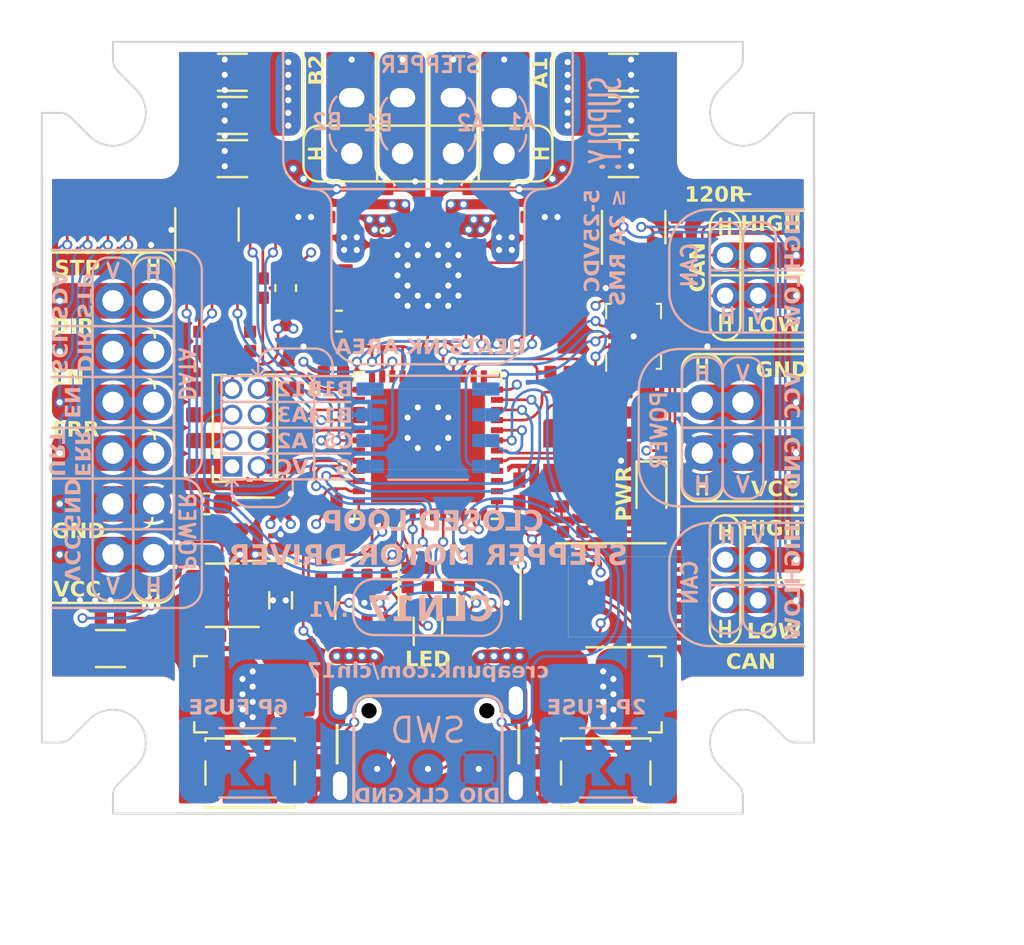
<source format=kicad_pcb>
(kicad_pcb (version 20221018) (generator pcbnew)
  (layers (0 "F.Cu" signal) (1 "In1.Cu" power) (2 "In2.Cu" power) (31 "B.Cu" signal) (34 "B.Paste" user) (35 "F.Paste" user) (36 "B.SilkS" user "B.Silkscreen") (37 "F.SilkS" user "F.Silkscreen") (38 "B.Mask" user) (39 "F.Mask" user) (44 "Edge.Cuts" user))
  (net 0 "")
  (net 1 "GND")
  (net 2 "VD")
  (net 3 "+3V3")
  (net 4 "/USB_DN")
  (net 5 "/CAN_N")
  (net 6 "/LX")
  (net 7 "Net-(U9-BST)")
  (net 8 "/CAN_P")
  (net 9 "/PD_CC1")
  (net 10 "/PD_CC2")
  (net 11 "VBUS")
  (net 12 "/USB_DP")
  (net 13 "/SWDIO")
  (net 14 "/SWCLK")
  (net 15 "Net-(U9-EN)")
  (net 16 "/CS_ENC")
  (net 17 "/CS_IMU")
  (net 18 "/CAN_TX")
  (net 19 "/CAN_RX")
  (net 20 "Net-(U8-VREF)")
  (net 21 "/SCK")
  (net 25 "/MISO")
  (net 26 "/SW1")
  (net 27 "/SW2")
  (net 28 "/B2")
  (net 29 "/B1")
  (net 30 "/A2")
  (net 31 "/A1")
  (net 32 "/DIR")
  (net 33 "/STEP")
  (net 34 "/DIAG")
  (net 35 "/PDN_TX")
  (net 36 "/PDN_RX")
  (net 37 "/RED")
  (net 38 "/GREEN")
  (net 39 "/BLUE")
  (net 40 "/_STEP{slash}SDA")
  (net 41 "/_DIR{slash}SCL")
  (net 42 "/_ERR{slash}UART_RX")
  (net 43 "+5V")
  (net 44 "/_ERR{slash}UART_TX")
  (net 45 "Net-(J3-Pin_4)")
  (net 46 "Net-(J3-Pin_5)")
  (net 47 "Net-(J3-Pin_6)")
  (net 48 "/DIR{slash}SCL")
  (net 49 "/STEP{slash}SDA")
  (net 52 "Net-(U1-VCP)")
  (net 53 "Net-(U1-CPO)")
  (net 54 "Net-(U1-CPI)")
  (net 55 "Net-(U1-BRB)")
  (net 56 "Net-(U1-BRA)")
  (net 59 "/VREF")
  (net 62 "/_SWDIO")
  (net 63 "/_SWCLK")
  (net 64 "/Vusb")
  (net 65 "/OSC_P")
  (net 66 "/OSC_N")
  (net 69 "Net-(D2-RK)")
  (net 70 "Net-(D2-BK)")
  (net 71 "Net-(D2-GK)")
  (net 72 "/VSENS")
  (net 77 "Net-(J3-Pin_1)")
  (net 78 "Net-(J3-Pin_3)")
  (net 79 "/EN")
  (net 80 "/ERR{slash}UART")
  (net 81 "/_EN")
  (net 82 "Net-(J4-Pin_1)")
  (net 83 "/PC6")
  (net 84 "/PB14")
  (net 85 "/PB13")
  (net 86 "/PB12")
  (net 88 "/MOSI")
  (net 90 "/PA3")
  (net 91 "/PA2")
  (net 93 "Net-(JP1-A)")
  (net 94 "Net-(D3-A)")
  (net 95 "Net-(U9-FB)")
  (footprint "FP_lib:C0402" (layer "F.Cu") (at 29.375 27.5)
    (fp_text reference "C11" hide)
    (fp_text value "100n" hide)
  )
  (footprint "FP_lib:QFN-28-termal" (layer "F.Cu") (at 34 26.5)
    (fp_text reference "U1" hide)
    (fp_text value "TMC2209" hide)
  )
  (footprint "FP_lib:XH2.54 6P" (layer "F.Cu") (at 20.5 34 90)
    (fp_text reference "J3" hide)
    (fp_text value "CTRL" hide)
  )
  (footprint "FP_lib:XH2.54 4P" (layer "F.Cu") (at 34 20.5)
    (fp_text reference "J1" hide)
    (fp_text value "Motor" hide)
  )
  (footprint "Capacitor_SMD:C_1206_3216Metric" (layer "F.Cu") (at 43.625 18.625 180)
    (fp_text reference "C15" hide)
    (fp_text value "10u" hide)
  )
  (footprint "FP_lib:C0402" (layer "F.Cu") (at 29.375 30 180)
    (fp_text reference "C3" hide)
    (fp_text value "100n" hide)
  )
  (footprint "FP_lib:R0402" (layer "F.Cu") (at 40.5 31.25 180)
    (fp_text reference "R29" hide)
    (fp_text value "510" hide)
  )
  (footprint "FP_lib:QFN-48-1EP_7x7mm_P0.5mm_EP5.6x5.6mm" (layer "F.Cu") (at 34 34.875 180)
    (fp_text reference "IC1" hide)
    (fp_text value "STM32G431CB" hide)
  )
  (footprint "FP_lib:C0402" (layer "F.Cu") (at 28.25 24.625)
    (fp_text reference "C29" hide)
    (fp_text value "470p" hide)
  )
  (footprint "FP_lib:PH2.0 2P" (layer "F.Cu") (at 48.625 41.5 -90)
    (fp_text reference "J6" hide)
    (fp_text value "CAN" hide)
  )
  (footprint "Capacitor_SMD:C_1206_3216Metric" (layer "F.Cu") (at 43.625 16.5 180)
    (fp_text reference "C17" hide)
    (fp_text value "10u" hide)
  )
  (footprint "FP_lib:R0402" (layer "F.Cu") (at 44.25 34.25 180)
    (fp_text reference "R5" hide)
    (fp_text value "4.7k" hide)
  )
  (footprint "LED_SMD:LED_0603_1608Metric" (layer "F.Cu") (at 45 37.15 -90)
    (fp_text reference "D3" hide)
    (fp_text value "LED" hide)
  )
  (footprint "FP_lib:C0402" (layer "F.Cu") (at 38.5 37.125 90)
    (fp_text reference "C4" hide)
    (fp_text value "100n" hide)
  )
  (footprint "FP_lib:D_SMB" (layer "F.Cu") (at 42.625 47.125 180)
    (fp_text reference "D4" hide)
    (fp_text value "SS34B" hide)
  )
  (footprint "Package_TO_SOT_SMD:SOT-23-6" (layer "F.Cu") (at 23.875 42.25 180)
    (fp_text reference "U9" hide)
    (fp_text value "TP6841" hide)
  )
  (footprint "FP_lib:R0402" (layer "F.Cu") (at 22.75 29.75 -90)
    (fp_text reference "R27" hide)
    (fp_text value "4.7k" hide)
  )
  (footprint "FP_lib:R0402" (layer "F.Cu") (at 24.625 27.125 90)
    (fp_text reference "R28" hide)
    (fp_text value "100" hide)
  )
  (footprint "FP_lib:R0402" (layer "F.Cu") (at 22.75 40.25)
    (fp_text reference "R10" hide)
    (fp_text value "4.7k" hide)
  )
  (footprint "FP_lib:SOT-23-3" (layer "F.Cu") (at 25.625 39 180)
    (fp_text reference "U4" hide)
    (fp_text value "XC6206" hide)
  )
  (footprint "FP_lib:Crystal-3225-4P" (layer "F.Cu") (at 41.125 35.375 -90)
    (fp_text reference "Y1" hide)
    (fp_text value "8M" hide)
  )
  (footprint "FP_lib:R0402" (layer "F.Cu") (at 35 41.375 -90)
    (fp_text reference "R14" hide)
    (fp_text value "1k" hide)
  )
  (footprint "FP_lib:SW_SPST_PTS810" (layer "F.Cu") (at 42.75 51)
    (fp_text reference "SW2" hide)
    (fp_text value "SW_Push" hide)
  )
  (footprint "FP_lib:C0402" (layer "F.Cu") (at 39.5 51 -90)
    (fp_text reference "C31" hide)
    (fp_text value "100n" hide)
  )
  (footprint "FP_lib:C0402" (layer "F.Cu") (at 36.625 22.25 180)
    (fp_text reference "C19" hide)
    (fp_text value "470p" hide)
  )
  (footprint "FP_lib:R0402" (layer "F.Cu") (at 28.75 43.5 -90)
    (fp_text reference "R4" hide)
    (fp_text value "100" hide)
  )
  (footprint "FP_lib:D_SMB" (layer "F.Cu") (at 25.375 47.125)
    (fp_text reference "D5" hide)
    (fp_text value "SMBJ26A" hide)
  )
  (footprint "FP_lib:R0402" (layer "F.Cu") (at 44.25 33.25)
    (fp_text reference "R6" hide)
    (fp_text value "510" hide)
  )
  (footprint "FP_lib:R0402" (layer "F.Cu") (at 23.375 27.125 90)
    (fp_text reference "R16" hide)
    (fp_text value "100" hide)
  )
  (footprint "FP_lib:USB-TYPE-C-31-M-12-SWD" (layer "F.Cu") (at 34 49.15)
    (fp_text reference "J2" hide)
    (fp_text value "USB_C" hide)
  )
  (footprint "FP_lib:MountingHole" (layer "F.Cu") (at 18.5 49.5 -90)
    (fp_text reference "REF**" hide)
    (fp_text value "MountingHole" hide)
    (fp_line (start -1.149049 1.149049) (end -0.219671 2.07967) (stroke (width 0.1)) (layer "Edge.Cuts"))
    (fp_line (start 0 2.61) (end 0 3.5) (stroke (width 0.1)) (layer "Edge.Cuts"))
    (fp_line (start 0 3.5) (end -3.125 3.5) (stroke (width 0.1)) (layer "Edge.Cuts"))
    (fp_line (start 1.149049 -1.149049) (end 2.07967 -0.219671) (stroke (width 0.1)) (layer "Edge.Cuts"))
    (fp_line (start 2.61 0) (end 3.5 0) (stroke (width 0.1)) (layer "Edge.Cuts"))
    (fp_line (start 3.5 0) (end 3.5 -3.125) (stroke (width 0.1)) (layer "Edge.Cuts"))
    (fp_arc (start -1.149049 1.149049) (mid -1.149049 -1.149049) (end 1.149049 -1.149049) (stroke (width 0.1)) (layer "Edge.Cuts"))
    (fp_arc (start -0.219671 2.07967) (mid -0.05709 2.322987) (end 0 2.61) (stroke (width 0.1)) (layer "Edge.Cuts"))
    (fp_arc (start 2.61 0) (mid 2.322987 -0.05709) (end 2.07967 -0.219671) (stroke (width 0.1)) (layer "Edge.Cuts"))
  )
  (footprint "FP_lib:C0402" (layer "F.Cu") (at 29.625 23.625 180)
    (fp_text reference "C14" hide)
    (fp_text value "100n" hide)
  )
  (footprint "FP_lib:C0402" (layer "F.Cu") (at 29.5 38.25 -90)
    (fp_text reference "C2" hide)
    (fp_text value "100n" hide)
  )
  (footprint "FP_lib:R0402" (layer "F.Cu") (at 24 29.75 -90)
    (fp_text reference "R20" hide)
    (fp_text value "4.7k" hide)
  )
  (footprint "FP_lib:C0402" (layer "F.Cu") (at 41.125 37.875)
    (fp_text reference "C6" hide)
    (fp_text value "22p" hide)
  )
  (footprint "Inductor_SMD:L_0805_2012Metric" (layer "F.Cu") (at 26.75 42.5 90)
    (fp_text reference "L1" hide)
    (fp_text value "4.7u 800mA" hide)
  )
  (footprint "Resistor_SMD:R_1206_3216Metric" (layer "F.Cu") (at 43.625 20.75)
    (fp_text reference "R12" hide)
    (fp_text value "100m" hide)
  )
  (footprint "FP_lib:C0402" (layer "F.Cu") (at 38.125 28)
    (fp_text reference "C20" hide)
    (fp_text value "100n" hide)
  )
  (footprint "FP_lib:C0402" (layer "F.Cu") (at 31.375 22.25)
    (fp_text reference "C28" hide)
    (fp_text value "470p" hide)
  )
  (footprint "FP_lib:C0402" (layer "F.Cu") (at 41.125 32.875 180)
    (fp_text reference "C7" hide)
    (fp_text value "22p" hide)
  )
  (footprint "FP_lib:SOT-23-6" (layer "F.Cu") (at 37 42.625 -90)
    (fp_text reference "U7" hide)
    (fp_text value "USBLC6-4SC6" hide)
  )
  (footprint "FP_lib:C0402" (layer "F.Cu") (at 28.5 51 -90)
    (fp_text reference "C22" hide)
    (fp_text value "100n" hide)
  )
  (footprint "FP_lib:MountingHole" (layer "F.Cu") (at 49.5 18.5 90)
    (fp_text reference "REF**" hide)
    (fp_text value "MountingHole" hide)
    (fp_line (start -1.149049 1.149049) (end -0.219671 2.07967) (stroke (width 0.1)) (layer "Edge.Cuts"))
    (fp_line (start 0 2.61) (end 0 3.5) (stroke (width 0.1)) (layer "Edge.Cuts"))
    (fp_line (start 0 3.5) (end -3.125 3.5) (stroke (width 0.1)) (layer "Edge.Cuts"))
    (fp_line (start 1.149049 -1.149049) (end 2.07967 -0.219671) (stroke (width 0.1)) (layer "Edge.Cuts"))
    (fp_line (start 2.61 0) (end 3.5 0) (stroke (width 0.1)) (layer "Edge.Cuts"))
    (fp_line (start 3.5 0) (end 3.5 -3.125) (stroke (width 0.1)) (layer "Edge.Cuts"))
    (fp_arc (start -1.149049 1.149049) (mid -1.149049 -1.149049) (end 1.149049 -1.149049) (stroke (width 0.1)) (layer "Edge.Cuts"))
    (fp_arc (start -0.219671 2.07967) (mid -0.05709 2.322987) (end 0 2.61) (stroke (width 0.1)) (layer "Edge.Cuts"))
    (fp_arc (start 2.61 0) (mid 2.322987 -0.05709) (end 2.07967 -0.219671) (stroke (width 0.1)) (layer "Edge.Cuts"))
  )
  (footprint "FP_lib:R0402" (layer "F.Cu") (at 17.25 23.75 -90)
    (fp_text reference "R2" hide)
    (fp_text value "100" hide)
  )
  (footprint "FP_lib:SW_SPST_PTS810" (layer "F.Cu") (at 25.25 51)
    (fp_text reference "SW1" hide)
    (fp_text value "SW_Push" hide)
  )
  (footprint "FP_lib:R0402" (layer "F.Cu") (at 46.25 24.125 -90)
    (fp_text reference "R31" hide)
    (fp_text value "120" hide)
  )
  (footprint "FP_lib:R0402" (layer "F.Cu") (at 22.75 39)
    (fp_text reference "R9" hide)
    (fp_text value "22k" hide)
  )
  (footprint "FP_lib:C0402" (layer "F.Cu") (at 39.375 43.375 -90)
    (fp_text reference "C1" hide)
    (fp_text value "100n" hide)
  )
  (footprint "FP_lib:R0402" (layer "F.Cu") (at 29.35 31.25 180)
    (fp_text reference "R24" hide)
    (fp_text value "1k" hide)
  )
  (footprint "FP_lib:R0402" (layer "F.Cu") (at 41.125 39.125 180)
    (fp_text reference "R30" hide)
    (fp_text value "1k" hide)
  )
  (footprint "FP_lib:R0402" (layer "F.Cu") (at 18.375 43.375)
    (fp_text reference "R7" hide)
    (fp_text value "22k" hide)
  )
  (footprint "FP_lib:C0402" (layer "F.Cu") (at 38.125 26.5 180)
    (fp_text reference "C27" hide)
    (fp_text value "100n" hide)
  )
  (footprint "Capacitor_SMD:C_0603_1608Metric" (layer "F.Cu") (at 27 27.125 90)
    (fp_text reference "C26" hide)
    (fp_text value "2.2u" hide)
  )
  (footprint "FP_lib:C0402" (layer "F.Cu") (at 38.375 23.625)
    (fp_text reference "C13" hide)
    (fp_text value "100n" hide)
  )
  (footprint "FP_lib:MountingHole" (layer "F.Cu") (at 49.5 49.5)
    (fp_text reference "REF**" hide)
    (fp_text value "MountingHole" hide)
    (fp_line (start -1.149049 1.149049) (end -0.219671 2.07967) (stroke (width 0.1)) (layer "Edge.Cuts"))
    (fp_line (start 0 2.61) (end 0 3.5) (stroke (width 0.1)) (layer "Edge.Cuts"))
    (fp_line (start 0 3.5) (end -3.125 3.5) (stroke (width 0.1)) (layer "Edge.Cuts"))
    (fp_line (start 1.149049 -1.149049) (end 2.07967 -0.219671) (stroke (width 0.1)) (layer "Edge.Cuts"))
    (fp_line (start 2.61 0) (end 3.5 0) (stroke (width 0.1)) (layer "Edge.Cuts"))
    (fp_line (start 3.5 0) (end 3.5 -3.125) (stroke (width 0.1)) (layer "Edge.Cuts"))
    (fp_arc (start -1.149049 1.149049) (mid -1.149049 -1.149049) (end 1.149049 -1.149049) (stroke (width 0.1)) (layer "Edge.Cuts"))
    (fp_arc (start -0.219671 2.07967) (mid -0.05709 2.322987) (end 0 2.61) (stroke (width 0.1)) (layer "Edge.Cuts"))
    (fp_arc (start 2.61 0) (mid 2.322987 -0.05709) (end 2.07967 -0.219671) (stroke (width 0.1)) (layer "Edge.Cuts"))
  )
  (footprint "FP_lib:XH2.54 2P" (layer "F.Cu") (at 47.5 34 -90)
    (fp_text reference "J4" hide)
    (fp_text value "PWR" hide)
  )
  (footprint "FP_lib:SolderJumper" (layer "F.Cu") (at 51 22.5)
    (fp_text reference "JP1" hide)
    (fp_text value "SolderJumper_2_Open" hide)
  )
  (footprint "FP_lib:C0402" (layer "F.Cu") (at 44.25 32.25)
    (fp_text reference "C21" hide)
    (fp_text value "100n" hide)
  )
  (footprint "FP_lib:C0402" (layer "F.Cu") (at 29.375 26.25 180)
    (fp_text reference "C12" hide)
    (fp_text value "22n" hide)
  )
  (footprint "FP_lib:R0402" (layer "F.Cu") (at 33 41.375 -90)
    (fp_text reference "R13" hide)
    (fp_text value "1k" hide)
  )
  (footprint "Capacitor_SMD:C_0603_1608Metric" (layer "F.Cu") (at 29.625 28.75 180)
    (fp_text reference "C10" hide)
    (fp_text value "2.2u" hide)
  )
  (footprint "FP_lib:R0402" (layer "F.Cu") (at 25.25 24.125 90)
    (fp_text reference "R17" hide)
    (fp_text value "100" hide)
  )
  (footprint "FP_lib:R0402" (layer "F.Cu") (at 26.5 24.125 90)
    (fp_text reference "R18" hide)
    (fp_text value "100" hide)
  )
  (footprint "FP_lib:SOT-23-6" (layer "F.Cu") (at 31 42.625 -90)
    (fp_text reference "U6" hide)
    (fp_text value "USBLC6-4SC6" hide)
  )
  (footprint "FP_lib:R0402" (layer "F.Cu") (at 19.25 23.75 -90)
    (fp_text reference "R26" hide)
    (fp_text value "100" hide)
  )
  (footprint "Resistor_SMD:R_1206_3216Metric" (layer "F.Cu") (at 24.375 20.75 180)
    (fp_text reference "R11" hide)
    (fp_text value "100m" hide)
  )
  (footprint "Capacitor_SMD:C_1206_3216Metric" (layer "F.Cu") (at 24.375 16.5)
    (fp_text reference "C16" hide)
    (fp_text value "10u" hide)
  )
  (footprint "FP_lib:C0402" (layer "F.Cu") (at 39.75 24.625 180)
    (fp_text reference "C5" hide)
    (fp_text value "470p" hide)
  )
  (footprint "FP_lib:SOIC-8_3.9x4.9mm_P1.27mm" (layer "F.Cu") (at 43.75 42.25)
    (fp_text reference "U8" hide)
    (fp_text value "TJA1051" hide)
  )
  (footprint "FP_lib:R0402" (layer "F.Cu") (at 25.25 29.75 -90)
    (fp_text reference "R21" hide)
    (fp_text value "4.7k" hide)
  )
  (footprint "Capacitor_SMD:C_1206_3216Metric" (layer "F.Cu") (at 24.375 18.625)
    (fp_text reference "C18" hide)
    (fp_text value "10u" hide)
  )
  (footprint "FP_lib:R0402" (layer "F.Cu") (at 16.25 23.75 -90)
    (fp_text reference "R3" hide)
    (fp_text value "100" hide)
  )
  (footprint "FP_lib:SOT-23-3" (layer "F.Cu") (at 44.125 24.125 90)
    (fp_text reference "D1" hide)
    (fp_text value "ESDCAN" hide)
  )
  (footprint "FP_lib:LGA-14L_3x2.5mm_P0.5mm" (layer "F.Cu") (at 44.121741 29.5 90)
    (fp_text reference "IMU2" hide)
    (fp_text value "LSM6DSO" hide)
  )
  (footprint "FP_lib:R0402" (layer "F.Cu") (at 25.875 27.125 -90)
    (fp_text reference "R22" hide)
    (fp_text value "4.7k" hide)
  )
  (footprint "FP_lib:R0402" (layer "F.Cu") (at 28.75 41 -90)
    (fp_text reference "R23" hide)
    (fp_text value "100" hide)
  )
  (footprint "FP_lib:LED_RGB_0606" (layer "F.Cu") (at 34 43.75 90)
    (fp_text reference "D2" hide)
    (fp_text value "LED_RABG" hide)
  )
  (footprint "Capacitor_SMD:C_0603_1608Metric" (layer "F.Cu") (at 23.125 37.75 180)
    (fp_text reference "C24" hide)
    (fp_text value "2.2u" hide)
  )
  (footprint "FP_lib:PH2.0 2P" (layer "F.Cu") (at 48.625 26.5 -90)
    (fp_text reference "J5" hide)
    (fp_text value "CAN" hide)
  )
  (footprint "FP_lib:R0402" (layer "F.Cu") (at 34 41.375 -90)
    (fp_text reference "R15" hide)
    (fp_text value "1k" hide)
  )
  (footprint "FP_lib:C0402" (layer "F.Cu") (at 24.25 44.25)
    (fp_text reference "C25" hide)
    (fp_text value "100n" hide)
  )
  (footprint "FP_lib:R0402" (layer "F.Cu") (at 18.25 23.75 -90)
    (fp_text reference "R1" hide)
    (fp_text value "100" hide)
  )
  (footprint "Capacitor_SMD:C_1206_3216Metric" (layer "F.Cu") (at 18.375 44.875)
    (fp_text reference "C8" hide)
    (fp_text value "10u" hide)
  )
  (footprint "FP_lib:SOT-23-6" (layer "F.Cu") (at 23.125 24 90)
    (fp_text reference "U5" hide)
    (fp_text value "USBLC6-4SC6" hide)
  )
  (footprint "FP_lib:R0402" (layer "F.Cu") (at 39.375 40.875 90)
    (fp_text reference "R25" hide)
    (fp_text value "0R" hide)
  )
  (footprint "FP_lib:R0402" (layer "F.Cu") (at 22.125 27.125 90)
    (fp_text reference "R19" hide)
    (fp_text value "100" hide)
  )
  (footprint "FP_lib:MountingHole" (layer "F.Cu") (at 18.5 18.5 180)
    (fp_text reference "REF**" hide)
    (fp_text value "MountingHole" hide)
    (fp_line (start -1.149049 1.149049) (end -0.219671 2.07967) (stroke (width 0.1)) (layer "Edge.Cuts"))
    (fp_line (start 0 2.61) (end 0 3.5) (stroke (width 0.1)) (layer "Edge.Cuts"))
    (fp_line (start 0 3.5) (end -3.125 3.5) (stroke (width 0.1)) (layer "Edge.Cuts"))
    (fp_line (start 1.149049 -1.149049) (end 2.07967 -0.219671) (stroke (width 0.1)) (layer "Edge.Cuts"))
    (fp_line (start 2.61 0) (end 3.5 0) (stroke (width 0.1)) (layer "Edge.Cuts"))
    (fp_line (start 3.5 0) (end 3.5 -3.125) (stroke (width 0.1)) (layer "Edge.Cuts"))
    (fp_arc (start -1.149049 1.149049) (mid -1.149049 -1.149049) (end 1.149049 -1.149049) (stroke (width 0.1)) (layer "Edge.Cuts"))
    (fp_arc (start -0.219671 2.07967) (mid -0.05709 2.322987) (end 0 2.61) (stroke (width 0.1)) (layer "Edge.Cuts"))
    (fp_arc (start 2.61 0) (mid 2.322987 -0.05709) (end 2.07967 -0.219671) (stroke (width 0.1)) (layer "Edge.Cuts"))
  )
  (footprint "FP_lib:C0402" (layer "F.Cu") (at 44.121741 27.125 180)
    (fp_text reference "C33" hide)
    (fp_text value "100n" hide)
  )
  (footprint "FP_lib:PinSocket_2x04_P1.27mm_Vertical" (layer "F.Cu") (at 25 34 180)
    (fp_text reference "J7" hide)
    (fp_text value "IO" hide)
  )
  (footprint "FP_lib:Fuse_1812_4532Metric" (layer "B.Cu") (at 42.875 50.5 180)
    (fp_text reference "F2" hide)
    (fp_text value "2A" hide)
  )
  (footprint "FP_lib:SOIC-8_3.9x4.9mm_P1.27mm" (layer "B.Cu") (at 34 34 180)
    (fp_text reference "U2" hide)
    (fp_text value "TLE5012B" hide)
  )
  (footprint "FP_lib:Fuse_1812_4532Metric" (layer "B.Cu") (at 25.125 50.5 180)
    (fp_text reference "F1" hide)
    (fp_text value "2A" hide)
  )
  (gr_arc (start 38.75 29.375) (mid 38.31066 30.43566) (end 37.25 30.875) (stroke (width 0.12)) (layer "B.SilkS"))
  (gr_arc (start 30.332107 42.457107) (mid 30.624998 41.749998) (end 31.332107 41.457107) (stroke (width 0.12)) (layer "B.SilkS"))
  (gr_line (start 50.375 23.875) (end 50.25 23.875) (stroke (width 0.12)) (layer "B.SilkS"))
  (gr_arc (start 48.5 36.75) (mid 48.28033 37.28033) (end 47.75 37.5) (stroke (width 0.12)) (layer "B.SilkS"))
  (gr_arc (start 45.875 40.6875) (mid 46.460786 39.273286) (end 47.875 38.6875) (stroke (width 0.12)) (layer "B.SilkS"))
  (gr_line (start 48.75 23.875) (end 48.625 23.875) (stroke (width 0.12)) (layer "B.SilkS"))
  (gr_arc (start 50.375 23.875) (mid 50.90533 24.09467) (end 51.125 24.625) (stroke (width 0.12)) (layer "B.SilkS"))
  (gr_line (start 17.5 26.375) (end 17.5 41.75) (stroke (width 0.12)) (layer "B.SilkS"))
  (gr_arc (start 19.5 26.375) (mid 19.71967 25.84467) (end 20.25 25.625) (stroke (width 0.12)) (layer "B.SilkS"))
  (gr_arc (start 25.2 37.905248) (mid 24.595248 37.654752) (end 24.344751 37.05) (stroke (width 0.12)) (layer "B.SilkS"))
  (gr_arc (start 50.25 44.125) (mid 49.71967 43.90533) (end 49.5 43.375) (stroke (width 0.12)) (layer "B.SilkS"))
  (gr_line (start 49.25 30.53033) (end 49.75 30.53033) (stroke (width 0.12)) (layer "B.SilkS"))
  (gr_arc (start 46.5 31.28033) (mid 46.71967 30.75) (end 47.25 30.53033) (stroke (width 0.12)) (layer "B.SilkS"))
  (gr_line (start 25.2 37.905248) (end 26.494752 37.905248) (stroke (width 0.12)) (layer "B.SilkS"))
  (gr_arc (start 47.875 24.625) (mid 48.09467 24.09467) (end 48.625 23.875) (stroke (width 0.12)) (layer "B.SilkS"))
  (gr_line (start 25.644751 30.955248) (end 25.644751 31.455248) (stroke (width 0.12)) (layer "B.SilkS"))
  (gr_line (start 47.875 26.25) (end 52.5 26.25) (stroke (width 0.12)) (layer "B.SilkS"))
  (gr_arc (start 18.25 42.5) (mid 17.71967 42.28033) (end 17.5 41.75) (stroke (width 0.12)) (layer "B.SilkS"))
  (gr_line (start 22.875 41.875) (end 22.875 37.5) (stroke (width 0.12)) (layer "B.SilkS"))
  (gr_line (start 49.5 43.375) (end 49.5 38.6875) (stroke (width 0.12)) (layer "B.SilkS"))
  (gr_line (start 47.875 41.75) (end 52.5 41.75) (stroke (width 0.12)) (layer "B.SilkS"))
  (gr_arc (start 41.124986 20.750004) (mid 40.685654 21.810661) (end 39.625 22.25) (stroke (width 0.12)) (layer "B.SilkS"))
  (gr_line (start 23.84 34) (end 30.19 34) (stroke (width 0.12)) (layer "B.SilkS"))
  (gr_arc (start 29.164374 18.493023) (mid 29.25 18.0625) (end 29.493879 17.697528) (stroke (width 0.12)) (layer "B.SilkS"))
  (gr_line (start 28.4 31.46) (end 28.4 36.54) (stroke (width 0.12)) (layer "B.SilkS"))
  (gr_line (start 47.75 37.5) (end 47.25 37.5) (stroke (width 0.12)) (layer "B.SilkS"))
  (gr_arc (start 30.75 30.875) (mid 29.68934 30.43566) (end 29.25 29.375) (stroke (width 0.12)) (layer "B.SilkS"))
  (gr_line (start 23.84 32.73) (end 30.19 32.73) (stroke (width 0.12)) (layer "B.SilkS"))
  (gr_line (start 46.375 30.125) (end 52.5 30.125) (stroke (width 0.12)) (layer "B.SilkS"))
  (gr_arc (start 51.125 43.375) (mid 50.90533 43.90533) (end 50.375 44.125) (stroke (width 0.12)) (layer "B.SilkS"))
  (gr_arc (start 20.75 25.625) (mid 21.28033 25.84467) (end 21.5 26.375) (stroke (width 0.12)) (layer "B.SilkS"))
  (gr_arc (start 49.25 37.5) (mid 48.71967 37.28033) (end 48.5 36.75) (stroke (width 0.12)) (layer "B.SilkS"))
  (gr_line (start 48.75 44.125) (end 48.625 44.125) (stroke (width 0.12)) (layer "B.SilkS"))
  (gr_line (start 25.654323 31.455248) (end 25.95 31.159571) (stroke (width 0.12)) (layer "B.SilkS"))
  (gr_arc (start 47.75 30.53033) (mid 48.28033 30.75) (end 48.5 31.28033) (stroke (width 0.12)) (layer "B.SilkS"))
  (gr_arc (start 36.625 41.5) (mid 37.332107 41.792893) (end 37.625 42.5) (stroke (width 0.12)) (layer "B.SilkS"))
  (gr_line (start 45.875 40.6875) (end 45.875 42.75) (stroke (width 0.12)) (layer "B.SilkS"))
  (gr_line (start 50.375 44.125) (end 50.25 44.125) (stroke (width 0.12)) (layer "B.SilkS"))
  (gr_arc (start 45.875 25.25) (mid 46.460786 23.835786) (end 47.875 23.25) (stroke (width 0.12)) (layer "B.SilkS"))
  (gr_line (start 38.75 23.125001) (end 38.75 29.375) (stroke (width 0.12)) (layer "B.SilkS"))
  (gr_arc (start 22.875 35.5) (mid 22.582107 36.207107) (end 21.875 36.5) (stroke (width 0.12)) (layer "B.SilkS"))
  (gr_arc (start 19.5 41.75) (mid 19.28033 42.28033) (end 18.75 42.5) (stroke (width 0.12)) (layer "B.SilkS"))
  (gr_arc (start 31.332107 44.207107) (mid 30.624993 43.914217) (end 30.332107 43.207107) (stroke (width 0.12)) (layer "B.SilkS"))
  (gr_arc (start 46.375 37.875) (mid 44.960786 37.289214) (end 44.375 35.875) (stroke (width 0.12)) (layer "B.SilkS"))
  (gr_line (start 23.84 31.46) (end 23.84 36.54) (stroke (width 0.12)) (layer "B.SilkS"))
  (gr_line (start 45.875 27.3125) (end 45.875 25.25) (stroke (width 0.12)) (layer "B.SilkS"))
  (gr_arc (start 28.374996 22.249986) (mid 27.314339 21.810654) (end 26.875 20.75) (stroke (width 0.12)) (layer "B.SilkS"))
  (gr_arc (start 20.25 42.5) (mid 19.71967 42.28033) (end 19.5 41.75) (stroke (width 0.12)) (layer "B.SilkS"))
  (gr_arc (start 48.75 23.875) (mid 49.28033 24.09467) (end 49.5 24.625) (stroke (width 0.12)) (layer "B.SilkS"))
  (gr_line (start 29.25 29.375) (end 29.25 23.125) (stroke (width 0.12)) (layer "B.SilkS"))
  (gr_line (start 25.654323 31.455248) (end 25.349075 31.15) (stroke (width 0.12)) (layer "B.SilkS"))
  (gr_arc (start 48.5 31.28033) (mid 48.71967 30.75) (end 49.25 30.53033) (stroke (width 0.12)) (layer "B.SilkS"))
  (gr_line (start 47.25 30.53033) (end 47.75 30.53033) (stroke (width 0.12)) (layer "B.SilkS"))
  (gr_arc (start 36.006132 17.760023) (mid 36.25 18.125) (end 36.335637 18.555518) (stroke (width 0.12)) (layer "B.SilkS"))
  (gr_arc (start 17.5 26.375) (mid 17.71967 25.84467) (end 18.25 25.625) (stroke (width 0.12)) (layer "B.SilkS"))
  (gr_line (start 15.5 29) (end 21.5 29) (stroke (width 0.12)) (layer "B.SilkS"))
  (gr_line (start 47.875 29.3125) (end 52.5 29.3125) (stroke (width 0.12)) (layer "B.SilkS"))
  (gr_line (start 51.125 24.625) (end 51.125 29.3125) (stroke (width 0.12)) (layer "B.SilkS"))
  (gr_line (start 15.5 31.5) (end 21.5 31.5) (stroke (width 0.12)) (layer "B.SilkS"))
  (gr_line (start 24.354323 36.55) (end 24.049075 36.855248) (stroke (width 0.12)) (layer "B.SilkS"))
  (gr_line (start 21.875 42.875) (end 15.5 42.875) (stroke (width 0.12)) (layer "B.SilkS"))
  (gr_line (start 46.5 34) (end 52.5 34) (stroke (width 0.12)) (layer "B.SilkS"))
  (gr_line (start 26.4 31.46) (end 26.4 36.54) (stroke (width 0.12)) (layer "B.SilkS"))
  (gr_line (start 49.5 24.625) (end 49.5 29.3125) (stroke (width 0.12)) (layer "B.SilkS"))
  (gr_line (start 30.75 30.875) (end 37.25 30.875) (stroke (width 0.12)) (layer "B.SilkS"))
  (gr_line (start 23.84 36.54) (end 30.19 36.54) (stroke (width 0.12)) (layer "B.SilkS"))
  (gr_arc (start 28.374999 22.25) (mid 28.993718 22.506282) (end 29.25 23.125) (stroke (width 0.12)) (layer "B.SilkS"))
  (gr_arc (start 37.625 43.25) (mid 37.332107 43.957107) (end 36.625 44.25) (stroke (width 0.12)) (layer "B.SilkS"))
  (gr_arc (start 50.5 36.75) (mid 50.28033 37.28033) (end 49.75 37.5) (stroke (width 0.12)) (layer "B.SilkS"))
  (gr_arc (start 32 20.295495) (mid 31.756131 19.930519) (end 31.670495 19.5) (stroke (width 0.12)) (layer "B.SilkS"))
  (gr_arc (start 49.5 43.375) (mid 49.28033 43.90533) (end 48.75 44.125) (stroke (width 0.12)) (layer "B.SilkS"))
  (gr_arc (start 31.664365 18.555519) (mid 31.749991 18.124996) (end 31.99387 17.760024) (stroke (width 0.12)) (layer "B.SilkS"))
  (gr_line (start 52.5 23.25) (end 47.875 23.25) (stroke (width 0.12)) (layer "B.SilkS"))
  (gr_line (start 21.875 36.5) (end 15.5 36.5) (stroke (width 0.12)) (layer "B.SilkS"))
  (gr_line (start 52.5 37.875) (end 46.375 37.875) (stroke (width 0.12)) (layer "B.SilkS"))
  (gr_line (start 21.875 25.25) (end 15.5 25.25) (stroke (width 0.12)) (layer "B.SilkS"))
  (gr_line (start 47.875 38.6875) (end 52.5 38.6875) (stroke (width 0.12)) (layer "B.SilkS"))
  (gr_line (start 48.5 36.75) (end 48.5 30.875) (stroke (width 0.12)) (layer "B.SilkS"))
  (gr_line (start 30.332107 43.207107) (end 30.332107 42.457107) (stroke (width 0.12)) (layer "B.SilkS"))
  (gr_line (start 20.25 42.5) (end 20.75 42.5) (stroke (width 0.12)) (layer "B.SilkS"))
  (gr_line (start 46.5 31.28033) (end 46.5 36.75) (stroke (width 0.12)) (layer "B.SilkS"))
  (gr_line (start 18.75 25.625) (end 18.25 25.625) (stroke (width 0.12)) (layer "B.SilkS"))
  (gr_line (start 30.19 31.46) (end 23.84 31.46) (stroke (width 0.12)) (layer "B.SilkS"))
  (gr_arc (start 47.875 44.75) (mid 46.460786 44.164214) (end 45.875 42.75) (stroke (width 0.12)) (layer "B.SilkS"))
  (gr_line (start 23.84 35.27) (end 30.19 35.27) (stroke (width 0.12)) (layer "B.SilkS"))
  (gr_line (start 41.124986 20.750004) (end 41.125 15.5) (stroke (width 0.12)) (layer "B.SilkS"))
  (gr_line (start 24.344751 37.05) (end 24.344751 36.55) (stroke (width 0.12)) (layer "B.SilkS"))
  (gr_arc (start 18.75 25.625) (mid 19.28033 25.84467) (end 19.5 26.375) (stroke (width 0.12)) (layer "B.SilkS"))
  (gr_line (start 22.875 26.25) (end 22.875 35.5) (stroke (width 0.12)) (layer "B.SilkS"))
  (gr_arc (start 21.875 36.5) (mid 22.582107 36.792893) (end 22.875 37.5) (stroke (width 0.12)) (layer "B.SilkS"))
  (gr_line (start 29.305248 30.955249) (end 29.305248 31.45) (stroke (width 0.12)) (layer "B.SilkS"))
  (gr_arc (start 38.50613 17.697524) (mid 38.749998 18.062501) (end 38.835635 18.493019) (stroke (width 0.12)) (layer "B.SilkS"))
  (gr_line (start 31.332107 41.457107) (end 36.625 41.5) (stroke (width 0.12)) (layer "B.SilkS"))
  (gr_line (start 26.5 30.1) (end 28.45 30.1) (stroke (width 0.12)) (layer "B.SilkS"))
  (gr_line (start 21.5 26.375) (end 21.5 41.75) (stroke (width 0.12)) (layer "B.SilkS"))
  (gr_line (start 27.35 37.049999) (end 27.35 36.555248) (stroke (width 0.12)) (layer "B.SilkS"))
  (gr_line (start 37.625 42.5) (end 37.625 43.25) (stroke (width 0.12)) (layer "B.SilkS"))
  (gr_arc (start 28.45 30.1) (mid 29.054752 30.350497) (end 29.305248 30.955249) (stroke (width 0.12)) (layer "B.SilkS"))
  (gr_line (start 19.5 26.375) (end 19.5 41.75) (stroke (width 0.12)) (layer "B.SilkS"))
  (gr_line (start 18.25 42.5) (end 18.75 42.5) (stroke (width 0.12)) (layer "B.SilkS"))
  (gr_line (start 49.75 37.5) (end 49.25 37.5) (stroke (width 0.12)) (layer "B.SilkS"))
  (gr_arc (start 38.75 23.125001) (mid 39.006282 22.506282) (end 39.625 22.25) (stroke (width 0.12)) (layer "B.SilkS"))
  (gr_arc (start 29.493869 20.364976) (mid 29.250001 20) (end 29.164364 19.569481) (stroke (width 0.12)) (layer "B.SilkS"))
  (gr_arc (start 21.875 25.25) (mid 22.582107 25.542893) (end 22.875 26.25) (stroke (width 0.12)) (layer "B.SilkS"))
  (gr_arc (start 48.625 44.125) (mid 48.09467 43.90533) (end 47.875 43.375) (stroke (width 0.12)) (layer "B.SilkS"))
  (gr_arc (start 36.335636 19.569481) (mid 36.250001 20) (end 36.006131 20.364976) (stroke (width 0.12)) (layer "B.SilkS"))
  (gr_line (start 26.875 20.75) (end 26.875 15.5) (stroke (width 0.12)) (layer "B.SilkS"))
  (gr_line (start 39.625 22.25) (end 28.374999 22.25) (stroke (width 0.12)) (layer "B.SilkS"))
  (gr_arc (start 22.875 41.875) (mid 22.582107 42.582107) (end 21.875 42.875) (stroke (width 0.12)) (layer "B.SilkS"))
  (gr_line (start 20.75 25.625) (end 20.25 25.625) (stroke (width 0.12)) (layer "B.SilkS"))
  (gr_line (start 44.375 32.125) (end 44.375 35.875) (stroke (width 0.12)) (layer "B.SilkS"))
  (gr_arc (start 44.375 32.125) (mid 44.960786 30.710786) (end 46.375 30.125) (stroke (width 0.12)) (layer "B.SilkS"))
  (gr_line (start 52.5 44.75) (end 47.875 44.75) (stroke (width 0.12)) (layer "B.SilkS"))
  (gr_line (start 24.354323 36.55) (end 24.65 36.845677) (stroke (width 0.12)) (layer "B.SilkS"))
  (gr_arc (start 25.644751 30.955248) (mid 25.895248 30.350496) (end 26.5 30.1) (stroke (width 0.12)) (layer "B.SilkS"))
  (gr_line (start 47.875 38.6875) (end 47.875 43.375) (stroke (width 0.12)) (layer "B.SilkS"))
  (gr_line (start 21.5 34) (end 15.5 34) (stroke (width 0.12)) (layer "B.SilkS"))
  (gr_arc (start 47.875 29.3125) (mid 46.460786 28.726714) (end 45.875 27.3125) (stroke (width 0.12)) (layer "B.SilkS"))
  (gr_arc (start 49.5 24.625) (mid 49.71967 24.09467) (end 50.25 23.875) (stroke (width 0.12)) (layer "B.SilkS"))
  (gr_line (start 21.5 39) (end 15.5 39) (stroke (width 0.12)) (layer "B.SilkS"))
  (gr_line (start 50.5 36.75) (end 50.5 31.28033) (stroke (width 0.12)) (layer "B.SilkS"))
  (gr_arc (start 47.25 37.5) (mid 46.71967 37.28033) (end 46.5 36.75) (stroke (width 0.12)) (layer "B.SilkS"))
  (gr_arc (start 27.35 37.049999) (mid 27.099504 37.654751) (end 26.494752 37.905248) (stroke (width 0.12)) (layer "B.SilkS"))
  (gr_arc (start 49.75 30.53033) (mid 50.28033 30.75) (end 50.5 31.28033) (stroke (width 0.12)) (layer "B.SilkS"))
  (gr_line (start 36.625 44.25) (end 31.332107 44.207107) (stroke (width 0.12)) (layer "B.SilkS"))
  (gr_line (start 51.125 43.375) (end 51.125 38.6875) (stroke (width 0.12)) (layer "B.SilkS"))
  (gr_line (start 47.875 29.3125) (end 47.875 24.625) (stroke (width 0.12)) (layer "B.SilkS"))
  (gr_arc (start 38.829505 19.579505) (mid 38.74387 20.010024) (end 38.5 20.375) (stroke (width 0.12)) (layer "B.SilkS"))
  (gr_arc (start 21.5 41.75) (mid 21.28033 42.28033) (end 20.75 42.5) (stroke (width 0.12)) (layer "B.SilkS"))
  (gr_line (start 31.5 21.875) (end 31.5 15.5) (stroke (width 0.12)) (layer "F.SilkS"))
  (gr_arc (start 46.5 31.125) (mid 46.71967 30.59467) (end 47.25 30.375) (stroke (width 0.12)) (layer "F.SilkS"))
  (gr_line (start 48.625 44.6875) (end 52.5 44.6875) (stroke (width 0.12)) (layer "F.SilkS"))
  (gr_arc (start 28.625 21.875) (mid 28.09467 21.65533) (end 27.875 21.125) (stroke (width 0.12)) (layer "F.SilkS"))
  (gr_line (start 27.875 21.125) (end 27.875 15.5) (stroke (width 0.12)) (layer "F.SilkS"))
  (gr_line (start 20 31.5) (end 17.625 31.5) (stroke (width 0.12)) (layer "F.SilkS"))
  (gr_arc (start 20.25 42.625) (mid 19.71967 42.40533) (end 19.5 41.875) (stroke (width 0.12)) (layer "F.SilkS"))
  (gr_arc (start 48.625 29.6875) (mid 48.09467 29.46783) (end 47.875 28.9375) (stroke (width 0.12)) (layer "F.SilkS"))
  (gr_line (start 49.375 24.0625) (end 49.375 28.9375) (stroke (width 0.12)) (layer "F.SilkS"))
  (gr_line (start 20 34) (end 17.625 34) (stroke (width 0.12)) (layer "F.SilkS"))
  (gr_arc (start 48.625 23.3125) (mid 49.15533 23.53217) (end 49.375 24.0625) (stroke (width 0.12)) (layer "F.SilkS"))
  (gr_arc (start 19.5 26.125) (mid 19.71967 25.59467) (end 20.25 25.375) (stroke (width 0.12)) (layer "F.SilkS"))
  (gr_arc (start 47.875 39.0625) (mid 48.09467 38.53217) (end 48.625 38.3125) (stroke (width 0.12)) (layer "F.SilkS"))
  (gr_line (start 48.625 38.3125) (end 52.5 38.3125) (stroke (width 0.12)) (layer "F.SilkS"))
  (gr_line (start 48.625 23.3125) (end 52.5 23.3125) (stroke (width 0.12)) (layer "F.SilkS"))
  (gr_line (start 49.375 39.0625) (end 49.375 43.9375) (stroke (width 0.12)) (layer "F.SilkS"))
  (gr_arc (start 20.75 25.375) (mid 21.28033 25.59467) (end 21.5 26.125) (stroke (width 0.12)) (layer "F.SilkS"))
  (gr_line (start 47.875 28.9375) (end 47.875 24.0625) (stroke (width 0.12)) (layer "F.SilkS"))
  (gr_line (start 47.875 43.9375) (end 47.875 39.0625) (stroke (width 0.12)) (layer "F.SilkS"))
  (gr_line (start 46.5 36.875) (end 46.5 31.125) (stroke (width 0.12)) (layer "F.SilkS"))
  (gr_line (start 47.25 30.375) (end 52.5 30.375) (stroke (width 0.12)) (layer "F.SilkS"))
  (gr_arc (start 27.875 19.875) (mid 28.09467 19.34467) (end 28.625 19.125) (stroke (width 0.12)) (layer "F.SilkS"))
  (gr_arc (start 47.25 37.625) (mid 46.71967 37.40533) (end 46.5 36.875) (stroke (width 0.12)) (layer "F.SilkS"))
  (gr_arc (start 20 29) (mid 20.397748 29.164752) (end 20.5625 29.5625) (stroke (width 0.12)) (layer "F.SilkS"))
  (gr_arc (start 20 34) (mid 20.397748 34.164752) (end 20.5625 34.5625) (stroke (width 0.12)) (layer "F.SilkS"))
  (gr_line (start 20.75 42.625) (end 15.5 42.625) (stroke (width 0.12)) (layer "F.SilkS"))
  (gr_arc (start 39.375 19.125) (mid 39.90533 19.34467) (end 40.125 19.875) (stroke (width 0.12)) (layer "F.SilkS"))
  (gr_line (start 48.5 31.125) (end 48.5 36.875) (stroke (width 0.12)) (layer "F.SilkS"))
  (gr_line (start 49.375 22.5) (end 49.875 22.5) (stroke (width 0.12)) (layer "F.SilkS"))
  (gr_line (start 52.5 41.5) (end 47.875 41.5) (stroke (width 0.12)) (layer "F.SilkS"))
  (gr_arc (start 48.5 36.875) (mid 48.28033 37.40533) (end 47.75 37.625) (stroke (width 0.12)) (layer "F.SilkS"))
  (gr_arc (start 47.75 30.375) (mid 48.28033 30.59467) (end 48.5 31.125) (stroke (width 0.12)) (layer "F.SilkS"))
  (gr_line (start 28.625 19.125) (end 39.375 19.125) (stroke (width 0.12)) (layer "F.SilkS"))
  (gr_arc (start 21.5 41.875) (mid 21.28033 42.40533) (end 20.75 42.625) (stroke (width 0.12)) (layer "F.SilkS"))
  (gr_line (start 34 21.875) (end 34 15.5) (stroke (width 0.12)) (layer "F.SilkS"))
  (gr_arc (start 40.125 21.125) (mid 39.90533 21.65533) (end 39.375 21.875) (stroke (width 0.12)) (layer "F.SilkS"))
  (gr_arc (start 48.625 44.6875) (mid 48.09467 44.46783) (end 47.875 43.9375) (stroke (width 0.12)) (layer "F.SilkS"))
  (gr_arc (start 49.375 43.9375) (mid 49.15533 44.46783) (end 48.625 44.6875) (stroke (width 0.12)) (layer "F.SilkS"))
  (gr_line (start 19.875 39) (end 18.125 39) (stroke (width 0.12)) (layer "F.SilkS"))
  (gr_line (start 48.625 29.6875) (end 52.5 29.6875) (stroke (width 0.12)) (layer "F.SilkS"))
  (gr_line (start 21.5 41.875) (end 21.5 26.125) (stroke (width 0.12)) (layer "F.SilkS"))
  (gr_arc (start 48.625 38.3125) (mid 49.15533 38.53217) (end 49.375 39.0625) (stroke (width 0.12)) (layer "F.SilkS"))
  (gr_line (start 36.5 21.875) (end 36.5 15.5) (stroke (width 0.12)) (layer "F.SilkS"))
  (gr_line (start 52.5 26.5) (end 47.875 26.5) (stroke (width 0.12)) (layer "F.SilkS"))
  (gr_arc (start 20.4375 38.4375) (mid 20.272748 38.835248) (end 19.875 39) (stroke (width 0.12)) (layer "F.SilkS"))
  (gr_line (start 46.5 34) (end 52.5 34) (stroke (width 0.12)) (layer "F.SilkS"))
  (gr_line (start 19.5 41.875) (end 19.5 26.125) (stroke (width 0.12)) (layer "F.SilkS"))
  (gr_line (start 20 29) (end 17.625 29) (stroke (width 0.12)) (layer "F.SilkS"))
  (gr_line (start 52.5 37.625) (end 47.25 37.625) (stroke (width 0.12)) (layer "F.SilkS"))
  (gr_line (start 40.125 15.5) (end 40.125 21.125) (stroke (width 0.12)) (layer "F.SilkS"))
  (gr_line (start 39.375 21.875) (end 28.625 21.875) (stroke (width 0.12)) (layer "F.SilkS"))
  (gr_line (start 21.5 36.5) (end 15.5 36.5) (stroke (width 0.12)) (layer "F.SilkS"))
  (gr_arc (start 49.375 28.9375) (mid 49.15533 29.46783) (end 48.625 29.6875) (stroke (width 0.12)) (layer "F.SilkS"))
  (gr_line (start 20.75 25.375) (end 15.5 25.375) (stroke (width 0.12)) (layer "F.SilkS"))
  (gr_arc (start 20 31.5) (mid 20.397748 31.664752) (end 20.5625 32.0625) (stroke (width 0.12)) (layer "F.SilkS"))
  (gr_arc (start 47.875 24.0625) (mid 48.09467 23.53217) (end 48.625 23.3125) (stroke (width 0.12)) (layer "F.SilkS"))
  (gr_line (start 46.375 53) (end 21.625 53) (stroke (width 0.12)) (layer "Edge.Cuts"))
  (gr_line (start 21.625 15) (end 46.375 15) (stroke (width 0.12)) (layer "Edge.Cuts"))
  (gr_line (start 15 46.375) (end 15 21.625) (stroke (width 0.12)) (layer "Edge.Cuts"))
  (gr_line (start 53 21.625) (end 53 46.375) (stroke (width 0.12)) (layer "Edge.Cuts"))
  (gr_text "GND" (at 52 35.75 90) (layer "B.SilkS") (effects (font (size 0.75 0.75) (thickness 0.15) bold) (justify mirror)))
  (gr_text "G" (at 30.3 36) (layer "B.SilkS") (effects (font (size 0.75 0.75) (thickness 0.15) bold) (justify left mirror)))
  (gr_text "B2" (at 29.875 19.375) (layer "B.SilkS") (effects (font (size 0.75 0.75) (thickness 0.15) bold) (justify left bottom mirror)))
  (gr_text "V" (at 18.5 26.75) (layer "B.SilkS") (effects (font (size 0.75 0.75) (thickness 0.15) bold) (justify bottom mirror)))
  (gr_text "LOW" (at 52 27.75 90) (layer "B.SilkS") (effects (font (size 0.75 0.75) (thickness 0.15) bold) (justify mirror)))
  (gr_text "A3" (at 26.55 33.41) (layer "B.SilkS") (effects (font (size 0.75 0.75) (thickness 0.15) bold) (justify right mirror)))
  (gr_text "LOW" (at 52 43.125 90) (layer "B.SilkS") (effects (font (size 0.75 0.75) (thickness 0.15) bold) (justify mirror)))
  (gr_text "DIR\nSCL" (at 15.375 30.25 -90) (layer "B.SilkS") (effects (font (size 0.75 0.75) (thickness 0.15) bold) (justify bottom mirror)))
  (gr_text "V" (at 50.25 39.78125) (layer "B.SilkS") (effects (font (size 0.75 0.75) (thickness 0.15) bold) (justify bottom mirror)))
  (gr_text "V" (at 49.5 31.78033) (layer "B.SilkS") (effects (font (size 0.75 0.75) (thickness 0.15) bold) (justify bottom mirror)))
  (gr_text "H" (at 47.5 31.78033) (layer "B.SilkS") (effects (font (size 0.75 0.75) (thickness 0.15) bold) (justify bottom mirror)))
  (gr_text "CAN" (at 46.875 41.625 90) (layer "B.SilkS") (effects (font (size 0.75 0.75) (thickness 0.15) bold) (justify mirror)))
  (gr_text "B13" (at 30.3 32.15) (layer "B.SilkS") (effects (font (size 0.75 0.75) (thickness 0.15) bold) (justify left mirror)))
  (gr_text "V" (at 18.5 42.25) (layer "B.SilkS") (effects (font (size 0.75 0.75) (thickness 0.15) bold) (justify bottom mirror)))
  (gr_text "A1" (at 39.375 19.375) (layer "B.SilkS") (effects (font (size 0.75 0.75) (thickness 0.15) bold) (justify left bottom mirror)))
  (gr_text "C6" (at 29.6 34.7) (layer "B.SilkS") (effects (font (size 0.75 0.75) (thickness 0.15) bold) (justify mirror)))
  (gr_text "B12" (at 26.55 32.15) (layer "B.SilkS") (effects (font (size 0.75 0.75) (thickness 0.15) bold) (justify right mirror)))
  (gr_text "A2" (at 36.875 19.4375) (layer "B.SilkS") (effects (font (size 0.75 0.75) (thickness 0.15) bold) (justify left bottom mirror)))
  (gr_text "EN" (at 16 32.75 270) (layer "B.SilkS") (effects (font (size 0.75 0.75) (thickness 0.15) bold) (justify bottom mirror)))
  (gr_text "VCC" (at 52 32.375 90) (layer "B.SilkS") (effects (font (size 0.75 0.75) (thickness 0.15) bold) (justify mirror)))
  (gr_text "STEPPER" (at 34.125 16.125) (layer "B.SilkS") (effects (font (size 0.75 0.75) (thickness 0.15) bold) (justify mirror)))
  (gr_text "CLOSED LOOP \nSTEPPER MOTOR DRIVER" (at 34 39.5) (layer "B.SilkS") (effects (font (size 1 1) (thickness 0.15) bold) (justify mirror)))
  (gr_text "HIGH" (at 52 24.75 90) (layer "B.SilkS") (effects (font (size 0.75 0.75) (thickness 0.15) bold) (justify mirror)))
  (gr_text "VC" (at 26.55 36) (layer "B.SilkS") (effects (font (size 0.75 0.75) (thickness 0.15) bold) (justify right mirror)))
  (gr_text "VCC" (at 16 39.25 -90) (layer "B.SilkS") (effects (font (size 0.75 0.75) (thickness 0.15) bold) (justify right bottom mirror)))
  (gr_text "STP\nSDA" (at 15.375 27.5 -90) (layer "B.SilkS") (effects (font (size 0.75 0.75) (thickness 0.15) bold) (justify bottom mirror)))
  (gr_text "A2" (at 26.55 34.7) (layer "B.SilkS") (effects (font (size 0.75 0.75) (thickness 0.15) bold) (justify right mirror)))
  (gr_text "H" (at 20.46967 25.875 180) (layer "B.SilkS") (effects (font (size 0.75 0.75) (thickness 0.15) bold) (justify bottom mirror)))
  (gr_text "B14\n" (at 30.3 33.45) (layer "B.SilkS") (effects (font (size 0.75 0.75) (thickness 0.15) bold) (justify left mirror)))
  (gr_text "H" (at 20.5 42.25) (layer "B.SilkS") (effects (font (size 0.75 0.75) (thickness 0.15) bold) (justify bottom mirror)))
  (gr_text "H" (at 48.75 28.9375) (layer "B.SilkS") (effects (font (size 0.75 0.75) (thickness 0.15) bold) (justify bottom mirror)))
  (gr_text "H" (at 48.75 39.78125) (layer "B.SilkS") (effects (font (size 0.75 0.75) (thickness 0.15) bold) (justify bottom mirror)))
  (gr_text ".V1" (at 29.125 43) (layer "B.SilkS") (effects (font (size 0.75 0.75) (thickness 0.15) bold) (justify mirror)))
  (gr_text "DATA" (at 22.125 31.375 270) (layer "B.SilkS") (effects (font (size 0.75 0.75) (thickness 0.15) bold) (justify mirror)))
  (gr_text "HIGH" (at 52 40.25 90) (layer "B.SilkS") (effects (font (size 0.75 0.75) (thickness 0.15) bold) (justify mirror)))
  (gr_text "B1" (at 32.375 19.4375) (layer "B.SilkS") (effects (font (size 0.75 0.75) (thickness 0.15) bold) (justify left bottom mirror)))
  (gr_text "V" (at 50.25 28.9375) (layer "B.SilkS") (effects (font (size 0.75 0.75) (thickness 0.15) bold) (justify bottom mirror)))
  (gr_text "GND" (at 16 36.5 -90) (layer "B.SilkS") (effects (font (size 0.75 0.75) (thickness 0.15) bold) (justify right bottom mirror)))
  (gr_text "H" (at 47.5 37.25) (layer "B.SilkS") (effects (font (size 0.75 0.75) (thickness 0.15) bold) (justify bottom mirror)))
  (gr_text "5-25VDC\n≤ 2A RMS\n" (at 42.75 22.25 90) (layer "B.SilkS") (effects (font (size 0.75 0.75) (thickness 0.15) bold) (justify left mirror)))
  (gr_text "HEATSINK AREA" (at 34.125 30.5) (layer "B.SilkS") (effects (font (size 0.75 0.75) (thickness 0.15) bold) (justify bottom mirror)))
  (gr_text "V" (at 49.5 37.25) (layer "B.SilkS") (effects (font (size 0.75 0.75) (thickness 0.15) bold) (justify bottom mirror)))
  (gr_text "creapunk.com/cln17" (at 34 46.4375) (layer "B.SilkS") (effects (font (size 0.75 0.75) (thickness 0.15) bold) (justify bottom mirror)))
  (gr_text "ERR\nURT" (at 15.25 35.25 270) (layer "B.SilkS") (effects (font (size 0.75 0.75) (thickness 0.15) bold) (justify bottom mirror)))
  (gr_text "POWER" (at 22.125 39.125 270) (layer "B.SilkS") (effects (font (size 0.75 0.75) (thickness 0.15) bold) (justify mirror)))
  (gr_text "CAN" (at 46.875 26 90) (layer "B.SilkS") (effects (font (size 0.75 0.75) (thickness 0.15) bold) (justify mirror)))
  (gr_text "SUPPLY:" (at 42.75 16.625 90) (layer "B.SilkS") (effects (font (size 1.5 0.75) (thickness 0.15) bold) (justify left mirror)))
  (gr_text "2P FUSE" (at 44.75 48.25) (layer "B.SilkS") (effects (font (size 0.75 0.75) (thickness 0.15) bold) (justify left bottom mirror)))
  (gr_text "CLN17" (at 34.125 43) (layer "B.SilkS") (effects (font (size 1.25 1.25) (thickness 0.15) bold) (justify mirror)))
  (gr_text "6P FUSE" (at 27.125 48.25) (layer "B.SilkS") (effects (font (size 0.75 0.75) (thickness 0.15) bold) (justify left bottom mirror)))
  (gr_text "POWER" (at 45.375 34.125 90) (layer "B.SilkS") (effects (font (size 0.75 0.75) (thickness 0.15) bold) (justify mirror)))
  (gr_text "PWR" (at 44.125 37.25 90) (layer "F.SilkS") (effects (font (size 0.75 0.75) (thickness 0.15) bold) (justify bottom)))
  (gr_text "120R" (at 48.125 23) (layer "F.SilkS") (effects (font (size 0.75 0.75) (thickness 0.15) bold) (justify bottom)))
  (gr_text "CAN" (at 51.125 46) (layer "F.SilkS") (effects (font (size 0.75 0.75) (thickness 0.15) bold) (justify right bottom)))
  (gr_text "ERR" (at 15.5 34.125) (layer "F.SilkS") (effects (font (size 0.75 0.75) (thickness 0.15) bold) (justify left)))
  (gr_text "EN" (at 15.5 31.5625) (layer "F.SilkS") (effects (font (size 0.75 0.75) (thickness 0.15) bold) (justify left)))
  (gr_text "H" (at 48.625 29.3125) (layer "F.SilkS") (effects (font (size 0.75 0.75) (thickness 0.15) bold) (justify bottom)))
  (gr_text "LOW" (at 52.375 44.5) (layer "F.SilkS") (effects (font (size 0.75 0.75) (thickness 0.15) bold) (justify right bottom)))
  (gr_text "A1" (at 40 15.75 90) (layer "F.SilkS") (effects (font (size 0.75 0.75) (thickness 0.15) bold) (justify right bottom)))
  (gr_text "VCC" (at 15.5625 42) (layer "F.SilkS") (effects (font (size 0.75 0.75) (thickness 0.15) bold) (justify left)))
  (gr_text "HIGH" (at 52.375 24.4375) (layer "F.SilkS") (effects (font (size 0.75 0.75) (thickness 0.15) bold) (justify right bottom)))
  (gr_text "H" (at 20.5 26.5) (layer "F.SilkS") (effects (font (size 0.75 0.75) (thickness 0.15) bold) (justify bottom)))
  (gr_text "GND" (at 50.125 31.625) (layer "F.SilkS") (effects (font (size 0.75 0.75) (thickness 0.15) bold) (justify left bottom)))
  (gr_text "STP" (at 15.625 26.625) (layer "F.SilkS") (effects (font (size 0.75 0.75) (thickness 0.15) bold) (justify left bottom)))
  (gr_text "H" (at 47.5 37.375) (layer "F.SilkS") (effects (font (size 0.75 0.75) (thickness 0.15) bold) (justify bottom)))
  (gr_text "DIR" (at 15.5 29.0625) (layer "F.SilkS") (effects (font (size 0.75 0.75) (thickness 0.15) bold) (justify left)))
  (gr_text "H" (at 47.5 31.5) (layer "F.SilkS") (effects (font (size 0.75 0.75) (thickness 0.15) bold) (justify bottom)))
  (gr_text "H" (at 40 20.5 90) (layer "F.SilkS") (effects (font (size 0.75 0.75) (thickness 0.15) bold) (justify bottom)))
  (gr_text "HIGH" (at 52.375 39.4375) (layer "F.SilkS") (effects (font (size 0.75 0.75) (thickness 0.15) bold) (justify right bottom)))
  (gr_text "VCC" (at 52.25 37.5) (layer "F.SilkS") (effects (font (size 0.75 0.75) (thickness 0.15) bold) (justify right bottom)))
  (gr_text "CAN" (at 47.75 24.875 90) (layer "F.SilkS") (effects (font (size 0.75 0.75) (thickness 0.15) bold) (justify right bottom)))
  (gr_text "H" (at 20.5 42.5) (layer "F.SilkS") (effects (font (size 0.75 0.75) (thickness 0.15) bold) (justify bottom)))
  (gr_text "H" (at 48.625 24.5625) (layer "F.SilkS") (effects (font (size 0.75 0.75) (thickness 0.15) bold) (justify bottom)))
  (gr_text "GND" (at 15.5 39.125) (layer "F.SilkS") (effects (font (size 0.75 0.75) (thickness 0.15) bold) (justify left)))
  (gr_text "H" (at 48.625 44.375) (layer "F.SilkS") (effects (font (size 0.75 0.75) (thickness 0.15) bold) (justify bottom)))
  (gr_text "LOW" (at 52.375 29.4375) (layer "F.SilkS") (effects (font (size 0.75 0.75) (thickness 0.15) bold) (justify right bottom)))
  (gr_text "H" (at 48.625 39.5625) (layer "F.SilkS") (effects (font (size 0.75 0.75) (thickness 0.15) bold) (justify bottom)))
  (gr_text "B2" (at 29 15.625 90) (layer "F.SilkS") (effects (font (size 0.75 0.75) (thickness 0.15) bold) (justify right bottom)))
  (gr_text "LED" (at 34 45.875) (layer "F.SilkS") (effects (font (size 0.75 0.75) (thickness 0.15) bold) (justify bottom)))
  (gr_text "H" (at 29 20.5 90) (layer "F.SilkS") (effects (font (size 0.75 0.75) (thickness 0.15) bold) (justify bottom)))
  (segment (start 39.009375 44.625) (end 39.007031 44.625) (width 0.13) (layer "F.Cu") (net 1))
  (segment (start 26.75 39.919823) (end 26.75 39.25) (width 0.13) (layer "F.Cu") (net 1))
  (segment (start 39.007031 44.625) (end 39.005468 44.625) (width 0.13) (layer "F.Cu") (net 1))
  (segment (start 39.375 44.420876) (end 39.375 43.925) (width 0.13) (layer "F.Cu") (net 1))
  (segment (start 21.851297 40.25) (end 22.275 40.25) (width 0.13) (layer "F.Cu") (net 1))
  (segment (start 32.999999 28.9257) (end 33 28) (width 0.25) (layer "F.Cu") (net 1))
  (segment (start 42.75 27.125) (end 43.571741 27.125) (width 0.13) (layer "F.Cu") (net 1))
  (segment (start 33.500001 28.9257) (end 33.5 27.5) (width 0.25) (layer "F.Cu") (net 1))
  (segment (start 20.737204 41.625) (end 20.375 41.625) (width 0.13) (layer "F.Cu") (net 1))
  (segment (start 36.4257 26.5) (end 37.575 26.5) (width 0.13) (layer "F.Cu") (net 1))
  (segment (start 39.015625 44.625) (end 39.009375 44.625) (width 0.13) (layer "F.Cu") (net 1))
  (segment (start 26.176776 42.5) (end 27 42.5) (width 0.5) (layer "F.Cu") (net 1))
  (segment (start 39.028125 44.625) (end 39.030469 44.625) (width 0.13) (layer "F.Cu") (net 1))
  (segment (start 31.6 25.499998) (end 32.499998 25.499998) (width 0.25) (layer "F.Cu") (net 1))
  (segment (start 39.033593 44.625) (end 39.032031 44.625) (width 0.13) (layer "F.Cu") (net 1))
  (segment (start 42.025 32.875) (end 41.675 32.875) (width 0.13) (layer "F.Cu") (net 1))
  (segment (start 31 41.4875) (end 31 42.411611) (width 0.25) (layer "F.Cu") (net 1))
  (segment (start 30.875 42.625) (end 30.9375 42.5625) (width 0.25) (layer "F.Cu") (net 1))
  (segment (start 23.125 24.4828) (end 23.125 25.1375) (width 0.13) (layer "F.Cu") (net 1))
  (segment (start 39.75 23.625) (end 38.675 23.625) (width 0.25) (layer "F.Cu") (net 1))
  (segment (start 38.5 22.25) (end 37.175 22.25) (width 0.25) (layer "F.Cu") (net 1))
  (segment (start 39.375 28.386509) (end 39.375 28.178937) (width 0.13) (layer "F.Cu") (net 1))
  (segment (start 32.499998 25.499998) (end 32.5 25.5) (width 0.25) (layer "F.Cu") (net 1))
  (segment (start 35.000001 28.9257) (end 35 28) (width 0.25) (layer "F.Cu") (net 1))
  (segment (start 30.25 38.575) (end 30.25 39.25) (width 0.13) (layer "F.Cu") (net 1))
  (segment (start 36.4257 25.499999) (end 35.5 25.5) (width 0.25) (layer "F.Cu") (net 1))
  (segment (start 45.5 32.8625) (end 45.5 32.6) (width 0.13) (layer "F.Cu") (net 1))
  (segment (start 36.4257 26.5) (end 35.5 26.5) (width 0.25) (layer "F.Cu") (net 1))
  (segment (start 37.95 41.4875) (end 37.95 42.496966) (width 0.25) (layer "F.Cu") (net 1))
  (segment (start 31 41.4875) (end 30.05 41.4875) (width 0.25) (layer "F.Cu") (net 1))
  (segment (start 39.875 37.525) (end 39.875 37.157842) (width 0.13) (layer "F.Cu") (net 1))
  (segment (start 37.95 41.4875) (end 37 41.4875) (width 0.25) (layer "F.Cu") (net 1))
  (segment (start 39.028125 44.625) (end 39.021875 44.625) (width 0.13) (layer "F.Cu") (net 1))
  (segment (start 39.005468 44.625) (end 39.003905 44.625) (width 0.13) (layer "F.Cu") (net 1))
  (segment (start 28.25 23.625) (end 29.2 23.625) (width 0.25) (layer "F.Cu") (net 1))
  (segment (start 39.170876 44.625) (end 39.0875 44.625) (width 0.13) (layer "F.Cu") (net 1))
  (segment (start 25.573223 42.25) (end 25.0125 42.25) (width 0.5) (layer "F.Cu") (net 1))
  (segment (start 31.5743 26.000001) (end 33 26) (width 0.25) (layer "F.Cu") (net 1))
  (segment (start 39 44.625) (end 39.000781 44.625) (width 0.13) (layer "F.Cu") (net 1))
  (segment (start 42 41.615) (end 41.15 41.615) (width 0.13) (layer "F.Cu") (net 1))
  (segment (start 39.03828 44.625) (end 39.033593 44.625) (width 0.13) (layer "F.Cu") (net 1))
  (segment (start 42.375 33.592157) (end 42.375 33.225) (width 0.13) (layer "F.Cu") (net 1))
  (segment (start 27 25.379503) (end 27 26.35) (width 0.25) (layer "F.Cu") (net 1))
  (segment (start 39.021875 44.625) (end 39.015625 44.625) (width 0.13) (layer "F.Cu") (net 1))
  (segment (start 29.5 39.337516) (end 29.5 38.675) (width 0.13) (layer "F.Cu") (net 1))
  (segment (start 45.15 32.25) (end 44.8 32.25) (width 0.13) (layer "F.Cu") (net 1))
  (segment (start 39.046093 44.625) (end 39.03828 44.625) (width 0.13) (layer "F.Cu") (net 1))
  (segment (start 39.002343 44.625) (end 39.000781 44.625) (width 0.13) (layer "F.Cu") (net 1))
  (segment (start 43.571741 27.125) (end 43 27.125) (width 0.13) (layer "F.Cu") (net 1))
  (segment (start 30 39.5) (end 29.662484 39.5) (width 0.13) (layer "F.Cu") (net 1))
  (segment (start 21.75 40.351297) (end 21.75 40.75) (width 0.13) (layer "F.Cu") (net 1))
  (segment (start 39.0625 44.625) (end 39.053906 44.625) (width 0.13) (layer "F.Cu") (net 1))
  (segment (start 29.5 22.25) (end 30.825 22.25) (width 0.25) (layer "F.Cu") (net 1))
  (segment (start 39.032031 44.625) (end 39.030469 44.625) (width 0.13) (layer "F.Cu") (net 1))
  (segment (start 40.075 36.675) (end 40.275 36.475) (width 0.13) (layer "F.Cu") (net 1))
  (segment (start 37.375 29.25) (end 37.375 29.875) (width 0.13) (layer "F.Cu") (net 1))
  (segment (start 39.0875 44.625) (end 39.0625 44.625) (width 0.13) (layer "F.Cu") (net 1))
  (segment (start 39.002343 44.625) (end 39.003905 44.625) (width 0.13) (layer "F.Cu") (net 1))
  (segment (start 21.375 24.26) (end 22.9022 24.26) (width 0.13) (layer "F.Cu") (net 1))
  (segment (start 40.225 37.875) (end 40.575 37.875) (width 0.13) (layer "F.Cu") (net 1))
  (segment (start 37.875 42.625) (end 37.9125 42.5875) (width 0.25) (layer "F.Cu") (net 1))
  (segment (start 42.175 34.075) (end 41.975 34.275) (width 0.13) (layer "F.Cu") (net 1))
  (segment (start 45.1125 33.25) (end 44.725 33.25) (width 0.13) (layer "F.Cu") (net 1))
  (segment (start 26.997512 25.377631) (end 27.000143 25.375) (width 0.25) (layer "F.Cu") (net 1))
  (segment (start 39.053906 44.625) (end 39.046093 44.625) (width 0.13) (layer "F.Cu") (net 1))
  (segment (start 39.196063 28) (end 38.675 28) (width 0.13) (layer "F.Cu") (net 1))
  (segment (start 38.625 43.375003) (end 38.625 44.25) (width 0.13) (layer "F.Cu") (net 1))
  (segment (start 20.375 41.625) (end 20.375 41.875) (width 0.13) (layer "F.Cu") (net 1))
  (segment (start 38 28.625) (end 39.136509 28.625) (width 0.13) (layer "F.Cu") (net 1))
  (via (at 44.121741 29.5) (size 0.5) (drill 0.3) (layers "F.Cu" "B.Cu") (net 1))
  (via (at 43.5 35.625) (size 0.5) (drill 0.3) (layers "F.Cu" "B.Cu") (net 1))
  (via (at 17.625 42.5) (size 0.5) (drill 0.3) (layers "F.Cu" "B.Cu") (net 1))
  (via (at 20.375 25) (size 0.5) (drill 0.3) (layers "F.Cu" "B.Cu") (net 1))
  (via (at 47.75 30) (size 0.5) (drill 0.3) (layers "F.Cu" "B.Cu") (net 1))
  (via (at 26.375 42.5) (size 0.5) (drill 0.3) (layers "F.Cu" "B.Cu") (net 1))
  (via (at 44 18.125) (size 0.5) (drill 0.3) (layers "F.Cu" "B.Cu") (net 1))
  (via (at 34.5 33) (size 0.5) (drill 0.3) (layers "F.Cu" "B.Cu") (net 1))
  (via (at 38.5 22.25) (size 0.5) (drill 0.3) (layers "F.Cu" "B.Cu") (net 1))
  (via (at 27 42.5) (size 0.5) (drill 0.3) (layers "F.Cu" "B.Cu") (net 1))
  (via (at 44 21.125) (size 0.5) (drill 0.3) (layers "F.Cu" "B.Cu") (net 1))
  (via (at 44 20.375) (size 0.5) (drill 0.3) (layers "F.Cu" "B.Cu") (net 1))
  (via (at 42.75 27.125) (size 0.5) (drill 0.3) (layers "F.Cu" "B.Cu") (net 1))
  (via (at 24 20.375) (size 0.5) (drill 0.3) (layers "F.Cu" "B.Cu") (net 1))
  (via (at 30.25 38.575) (size 0.5) (drill 0.3) (layers "F.Cu" "B.Cu") (net 1))
  (via (at 35 33.5) (size 0.5) (drill 0.3) (layers "F.Cu" "B.Cu") (net 1))
  (via (at 18.375 42.5) (size 0.5) (drill 0.3) (layers "F.Cu" "B.Cu") (net 1))
  (via (at 37.375 29.875) (size 0.5) (drill 0.3) (layers "F.Cu" "B.Cu") (net 1))
  (via (at 24 18.125) (size 0.5) (drill 0.3) (layers "F.Cu" "B.Cu") (net 1))
  (via (at 42 41.615) (size 0.5) (drill 0.3) (layers "F.Cu" "B.Cu") (net 1))
  (via (at 44 17.375) (size 0.5) (drill 0.3) (layers "F.Cu" "B.Cu") (net 1))
  (via (at 24 19.625) (size 0.5) (drill 0.3) (layers "F.Cu" "B.Cu") (net 1))
  (via (at 35 34.5) (size 0.5) (drill 0.3) (layers "F.Cu" "B.Cu") (net 1))
  (via (at 27.875 30) (size 0.5) (drill 0.3) (layers "F.Cu" "B.Cu") (net 1))
  (via (at 28.25 23.625) (size 0.5) (drill 0.3) (layers "F.Cu" "B.Cu") (net 1))
  (via (at 33.5 33) (size 0.5) (drill 0.3) (layers "F.Cu" "B.Cu") (net 1))
  (via (at 21.375 24.26) (size 0.5) (drill 0.3) (layers "F.Cu" "B.Cu") (net 1))
  (via (at 16.125 42.5) (size 0.5) (drill 0.3) (layers "F.Cu" "B.Cu") (net 1))
  (via (at 27.625 23.625) (size 0.5) (drill 0.3) (layers "F.Cu" "B.Cu") (net 1))
  (via (at 39.75 23.625) (size 0.5) (drill 0.3) (layers "F.Cu" "B.Cu") (net 1))
  (via (at 16.875 42.5) (size 0.5) (drill 0.3) (layers "F.Cu" "B.Cu") (net 1))
  (via (at 27.25 37.25) (size 0.5) (drill 0.3) (layers "F.Cu" "B.Cu") (net 1))
  (via (at 24 16.625) (size 0.5) (drill 0.3) (layers "F.Cu" "B.Cu") (net 1))
  (via (at 33 33.5) (size 0.5) (drill 0.3) (layers "F.Cu" "B.Cu") (net 1))
  (via (at 29.5 22.25) (size 0.5) (drill 0.3) (layers "F.Cu" "B.Cu") (net 1))
  (via (at 24 15.875) (size 0.5) (drill 0.3) (layers "F.Cu" "B.Cu") (net 1))
  (via (at 34.5 35) (size 0.5) (drill 0.3) (layers "F.Cu" "B.Cu") (net 1))
  (via (at 30.875 42.625) (size 0.5) (drill 0.3) (layers "F.Cu" "B.Cu") (net 1))
  (via (at 24 21.125) (size 0.5) (drill 0.3) (layers "F.Cu" "B.Cu") (net 1))
  (via (at 44 19.625) (size 0.5) (drill 0.3) (layers "F.Cu" "B.Cu") (net 1))
  (via (at 44 16.625) (size 0.5) (drill 0.3) (layers "F.Cu" "B.Cu") (net 1))
  (via (at 26.75 39.25) (size 0.5) (drill 0.3) (layers "F.Cu" "B.Cu") (net 1))
  (via (at 33 34.5) (size 0.5) (drill 0.3) (layers "F.Cu" "B.Cu") (net 1))
  (via (at 33.5 35) (size 0.5) (drill 0.3) (layers "F.Cu" "B.Cu") (net 1))
  (via (at 44 18.875) (size 0.5) (drill 0.3) (layers "F.Cu" "B.Cu") (net 1))
  (via (at 24 18.875) (size 0.5) (drill 0.3) (layers "F.Cu" "B.Cu") (net 1))
  (via (at 52.125 38) (size 0.5) (drill 0.3) (layers "F.Cu" "B.Cu") (net 1))
  (via (at 37.875 42.625) (size 0.5) (drill 0.3) (layers "F.Cu" "B.Cu") (net 1))
  (via (at 44 15.875) (size 0.5) (drill 0.3) (layers "F.Cu" "B.Cu") (net 1))
  (via (at 24 17.375) (size 0.5) (drill 0.3) (layers "F.Cu" "B.Cu") (net 1))
  (via (at 40.375 23.625) (size 0.5) (drill 0.3) (layers "F.Cu" "B.Cu") (net 1))
  (arc (start 26.176776 42.5) (mid 26.013456 42.467513) (end 25.875 42.375) (width 0.5) (layer "F.Cu") (net 1))
  (arc (start 37.875 42.625) (mid 38.405329 42.844671) (end 38.625 43.375003) (width 0.13) (layer "F.Cu") (net 1))
  (arc (start 39.375 28.386509) (mid 39.305148 28.555148) (end 39.136509 28.625) (width 0.13) (layer "F.Cu") (net 1))
  (arc (start 42.375 33.592157) (mid 42.323021 33.853469) (end 42.175 34.075) (width 0.13) (layer "F.Cu") (net 1))
  (arc (start 25.875 42.375) (mid 25.736543 42.282486) (end 25.573223 42.25) (width 0.5) (layer "F.Cu") (net 1))
  (arc (start 39 44.625) (mid 38.734834 44.515165) (end 38.625 44.25) (width 0.13) (layer "F.Cu") (net 1))
  (arc (start 29.662484 39.5) (mid 29.54759 39.45241) (end 29.5 39.337516) (width 0.13) (layer "F.Cu") (net 1))
  (arc (start 40.075 36.675) (mid 39.926978 36.896529) (end 39.875 37.157842) (width 0.13) (layer "F.Cu") (net 1))
  (arc (start 26.75 39.919823) (mid 26.753248 39.936154) (end 26.7625 39.95) (width 0.25) (layer "F.Cu") (net 1))
  (arc (start 23.125 24.4828) (mid 23.059743 24.325257) (end 22.9022 24.26) (width 0.13) (layer "F.Cu") (net 1))
  (arc (start 21.851297 40.25) (mid 21.779669 40.279669) (end 21.75 40.351297) (width 0.13) (layer "F.Cu") (net 1))
  (arc (start 37.375 29.25) (mid 37.558058 28.808058) (end 38 28.625) (width 0.13) (layer "F.Cu") (net 1))
  (arc (start 30 39.5) (mid 30.176777 39.426777) (end 30.25 39.25) (width 0.13) (layer "F.Cu") (net 1))
  (arc (start 39.375 44.420876) (mid 39.315213 44.565213) (end 39.170876 44.625) (width 0.13) (layer "F.Cu") (net 1))
  (arc (start 30.9375 42.5625) (mid 30.983756 42.493271) (end 31 42.411611) (width 0.25) (layer "F.Cu") (net 1))
  (arc (start 21.75 40.75) (mid 21.457107 41.457107) (end 20.75 41.75) (width 0.13) (layer "F.Cu") (net 1))
  (arc (start 26.997512 25.377631) (mid 27.000038 25.378915) (end 27 25.379503) (width 0.25) (layer "F.Cu") (net 1))
  (arc (start 42.375 33.225) (mid 42.272487 32.977512) (end 42.025 32.875) (width 0.13) (layer "F.Cu") (net 1))
  (arc (start 45.5 32.8625) (mid 45.386503 33.136503) (end 45.1125 33.25) (width 0.13) (layer "F.Cu") (net 1))
  (arc (start 37.9125 42.5875) (mid 37.940254 42.545962) (end 37.95 42.496966) (width 0.25) (layer "F.Cu") (net 1))
  (arc (start 39.196063 28) (mid 39.322591 28.052409) (end 39.375 28.178937) (width 0.13) (layer "F.Cu") (net 1))
  (arc (start 45.5 32.6) (mid 45.397487 32.352512) (end 45.15 32.25) (width 0.13) (layer "F.Cu") (net 1))
  (arc (start 39.875 37.525) (mid 39.977512 37.772487) (end 40.225 37.875) (width 0.13) (layer "F.Cu") (net 1))
  (segment (start 47.5 35.25) (end 49.5 35.25) (width 0.5) (layer "B.Cu") (net 1))
  (segment (start 32.35 28.75) (end 30.4 28.75) (width 0.13) (layer "F.Cu") (net 2))
  (arc (start 32.35 28.75) (mid 32.456066 28.793934) (end 32.5 28.9) (width 0.13) (layer "F.Cu") (net 2))
  (segment (start 24 30.55) (end 24 30.225) (width 0.13) (layer "F.Cu") (net 3))
  (segment (start 33.6 43.55) (end 33.6 43.05) (width 0.13) (layer "F.Cu") (net 3))
  (segment (start 38.5 38.575) (end 38.5 38.625) (width 0.13) (layer "F.Cu") (net 3))
  (segment (start 45.636741 27.496113) (end 45.636741 27.905) (width 0.13) (layer "F.Cu") (net 3))
  (segment (start 22.75 30.55) (end 22.75 30.225) (width 0.13) (layer "F.Cu") (net 3))
  (segment (start 26.8125 29.125) (end 26.625 29.125) (width 0.25) (layer "F.Cu") (net 3))
  (segment (start 29.911611 37) (end 29.584918 37) (width 0.13) (layer "F.Cu") (net 3))
  (segment (start 25.5625 30.875) (end 24.9375 30.875) (width 0.13) (layer "F.Cu") (net 3))
  (segment (start 31.75 30.25) (end 31.75 31.475) (width 0.13) (layer "F.Cu") (net 3))
  (segment (start 31 30) (end 31.5 30) (width 0.13) (layer "F.Cu") (net 3))
  (segment (start 29.5 37.084918) (end 29.5 37.575) (width 0.13) (layer "F.Cu") (net 3))
  (segment (start 38.676776 39.051776) (end 39.125 39.5) (width 0.13) (layer "F.Cu") (net 3))
  (segment (start 31 30) (end 29.925 30) (width 0.13) (layer "F.Cu") (net 3))
  (segment (start 45.237297 27.125) (end 44.671741 27.125) (width 0.13) (layer "F.Cu") (net 3))
  (segment (start 45.636741 27.905) (end 45.636741 28.67) (width 0.13) (layer "F.Cu") (net 3))
  (segment (start 38.5 37.975) (end 38.5 37.55) (width 0.13) (layer "F.Cu") (net 3))
  (segment (start 29.584918 37) (end 29.415082 37) (width 0.13) (layer "F.Cu") (net 3))
  (segment (start 45.256184 27.125) (end 45.237297 27.125) (width 0.13) (layer "F.Cu") (net 3))
  (segment (start 27.1875 29.125) (end 26.8125 29.125) (width 0.25) (layer "F.Cu") (net 3))
  (segment (start 27 28.9375) (end 27 28.059835) (width 0.25) (layer "F.Cu") (net 3))
  (segment (start 39.25 39.625) (end 39.125 39.5) (width 0.13) (layer "F.Cu") (net 3))
  (segment (start 37.242417 28) (end 37.575 28) (width 0.13) (layer "F.Cu") (net 3))
  (segment (start 36.75758 27.999999) (end 37.242417 28) (width 0.13) (layer "F.Cu") (net 3))
  (segment (start 45.254241 28.2875) (end 44.871741 28.2875) (width 0.13) (layer "F.Cu") (net 3))
  (segment (start 45.360491 30) (end 45.084241 30) (width 0.13) (layer "F.Cu") (net 3))
  (segment (start 26.7625 38.05) (end 27.09974 38.38724) (width 0.25) (layer "F.Cu") (net 3))
  (segment (start 27.1875 29.125) (end 27.375 29.125) (width 0.25) (layer "F.Cu") (net 3))
  (segment (start 29.330164 37) (end 29.415082 37) (width 0.13) (layer "F.Cu") (net 3))
  (segment (start 25.875 30.875) (end 25.5625 30.875) (width 0.13) (layer "F.Cu") (net 3))
  (segment (start 37.4 37.95) (end 37.4 37.625) (width 0.13) (layer "F.Cu") (net 3))
  (segment (start 42.702383 27.735) (end 44.941741 27.735) (width 0.13) (layer "F.Cu") (net 3))
  (segment (start 25.25 30.5625) (end 25.25 30.225) (width 0.13) (layer "F.Cu") (net 3))
  (segment (start 45.636741 29.72375) (end 45.636741 28.67) (width 0.13) (layer "F.Cu") (net 3))
  (segment (start 31.5 30) (end 32 30) (width 0.13) (layer "F.Cu") (net 3))
  (segment (start 33.25 30.5) (end 33.25 31.475) (width 0.13) (layer "F.Cu") (net 3))
  (segment (start 32.75 30) (end 32 30) (width 0.13) (layer "F.Cu") (net 3))
  (segment (start 37 28.242417) (end 37 28.484834) (width 0.13) (layer "F.Cu") (net 3))
  (segment (start 45.256184 27.125) (end 45.265628 27.125) (width 0.13) (layer "F.Cu") (net 3))
  (segment (start 34 43.75) (end 33.8 43.75) (width 0.13) (layer "F.Cu") (net 3))
  (segment (start 38.5 37.975) (end 38.5 38.575) (width 0.13) (layer "F.Cu") (net 3))
  (segment (start 24.325 30.875) (end 24.9375 30.875) (width 0.13) (layer "F.Cu") (net 3))
  (segment (start 31.25 30.75) (end 31.25 30.25) (width 0.13) (layer "F.Cu") (net 3))
  (segment (start 28.875 37.455164) (end 28.875 37.84467) (width 0.13) (layer "F.Cu") (net 3))
  (segment (start 26.7625 38.05) (end 26.382583 38.429918) (width 0.25) (layer "F.Cu") (net 3))
  (segment (start 37.075 38.275) (end 36.75 38.275) (width 0.13) (layer "F.Cu") (net 3))
  (segment (start 40.65 39.125) (end 40.03033 39.125) (width 0.13) (layer "F.Cu") (net 3))
  (segment (start 37.823223 38.698223) (end 37.629809 38.504809) (width 0.13) (layer "F.Cu") (net 3))
  (segment (start 36.625 29.875) (end 36.625 29.390165) (width 0.13) (layer "F.Cu") (net 3))
  (segment (start 32.75 30) (end 32.75 31.475) (width 0.13) (layer "F.Cu") (net 3))
  (segment (start 45.246741 27.43) (end 45.246741 27.134443) (width 0.13) (layer "F.Cu") (net 3))
  (segment (start 36.75758 27.999999) (end 36.4 27.999999) (width 0.13) (layer "F.Cu") (net 3))
  (segment (start 25.875 30.875) (end 25.875 27.6) (width 0.13) (layer "F.Cu") (net 3))
  (segment (start 42.3825 27.8675) (end 42.25 28) (width 0.13) (layer "F.Cu") (net 3))
  (segment (start 26.625 30.125) (end 26.625 29.125) (width 0.13) (layer "F.Cu") (net 3))
  (segment (start 23.675 30.875) (end 23.075 30.875) (width 0.13) (layer "F.Cu") (net 3))
  (segment (start 23.675 30.875) (end 24.325 30.875) (width 0.13) (layer "F.Cu") (net 3))
  (segment (start 30.213388 37.125) (end 30.6875 37.125) (width 0.13) (layer "F.Cu") (net 3))
  (segment (start 39.375 39.926776) (end 39.375 40.5) (width 0.13) (layer "F.Cu") (net 3))
  (via (at 34 43.75) (size 0.5) (drill 0.3) (layers "F.Cu" "B.Cu") (net 3))
  (via (at 39.125 39.5) (size 0.5) (drill 0.3) (layers "F.Cu" "B.Cu") (net 3))
  (via (at 27.25 38.75) (size 0.5) (drill 0.3) (layers "F.Cu" "B.Cu") (net 3))
  (via (at 31.25 30.75) (size 0.5) (drill 0.3) (layers "F.Cu" "B.Cu") (net 3))
  (via (at 36.625 29.875) (size 0.5) (drill 0.3) (layers "F.Cu" "B.Cu") (net 3))
  (via (at 26.25 38.75) (size 0.5) (drill 0.3) (layers "F.Cu" "B.Cu") (net 3))
  (via (at 28.5 38.75) (size 0.5) (drill 0.3) (layers "F.Cu" "B.Cu") (net 3))
  (via (at 42.25 28) (size 0.5) (drill 0.3) (layers "F.Cu" "B.Cu") (net 3))
  (via (at 26.625 29.125) (size 0.5) (drill 0.3) (layers "F.Cu" "B.Cu") (net 3))
  (via (at 27.375 29.125) (size 0.5) (drill 0.3) (layers "F.Cu" "B.Cu") (net 3))
  (arc (start 45.246741 27.134443) (mid 45.243974 27.127765) (end 45.237297 27.125) (width 0.13) (layer "F.Cu") (net 3))
  (arc (start 29.5 37.084918) (mid 29.475128 37.024871) (end 29.415082 37) (width 0.13) (layer "F.Cu") (net 3))
  (arc (start 40.03033 39.125) (mid 39.540369 39.222459) (end 39.125 39.5) (width 0.13) (layer "F.Cu") (net 3))
  (arc (start 45.254241 28.2875) (mid 45.524709 28.175468) (end 45.636741 27.905) (width 0.13) (layer "F.Cu") (net 3))
  (arc (start 31 30) (mid 31.176776 30.073223) (end 31.25 30.25) (width 0.13) (layer "F.Cu") (net 3))
  (arc (start 42.702383 27.735) (mid 42.529263 27.769435) (end 42.3825 27.8675) (width 0.13) (layer "F.Cu") (net 3))
  (arc (start 24 30.55) (mid 24.09519 30.779809) (end 24.325 30.875) (width 0.13) (layer "F.Cu") (net 3))
  (arc (start 45.246741 27.43) (mid 45.157408 27.645667) (end 44.941741 27.735) (width 0.13) (layer "F.Cu") (net 3))
  (arc (start 45.636741 27.496113) (mid 45.528045 27.233696) (end 45.265628 27.125) (width 0.13) (layer "F.Cu") (net 3))
  (arc (start 27.375 29.125) (mid 27.097459 28.709631) (end 27 28.21967) (width 0.25) (layer "F.Cu") (net 3))
  (arc (start 31.75 30.25) (mid 31.676776 30.073223) (end 31.5 30) (width 0.13) (layer "F.Cu") (net 3))
  (arc (start 26.8125 29.125) (mid 26.945082 29.070082) (end 27 28.9375) (width 0.25) (layer "F.Cu") (net 3))
  (arc (start 31.5 30) (mid 31.323223 30.073223) (end 31.25 30.25) (width 0.13) (layer "F.Cu") (net 3))
  (arc (start 25.875 30.875) (mid 26.40533 30.65533) (end 26.625 30.125) (width 0.13) (layer "F.Cu") (net 3))
  (arc (start 38.5 38.625) (mid 38.545942 38.855969) (end 38.676776 39.051776) (width 0.13) (layer "F.Cu") (net 3))
  (arc (start 27 28.21967) (mid 26.902541 28.709631) (end 26.625 29.125) (width 0.25) (layer "F.Cu") (net 3))
  (arc (start 36.625 29.390165) (mid 36.673729 29.145184) (end 36.8125 28.9375) (width 0.13) (layer "F.Cu") (net 3))
  (arc (start 45.360491 30) (mid 45.555829 29.919088) (end 45.636741 29.72375) (width 0.13) (layer "F.Cu") (net 3))
  (arc (start 27.25 38.75) (mid 27.210949 38.553676) (end 27.09974 38.38724) (width 0.25) (layer "F.Cu") (net 3))
  (arc (start 30.0625 37.0625) (mid 30.131728 37.108756) (end 30.213388 37.125) (width 0.13) (layer "F.Cu") (net 3))
  (arc (start 36.8125 28.9375) (mid 36.95127 28.729815) (end 37 28.484834) (width 0.13) (layer "F.Cu") (net 3))
  (arc (start 29.330164 37) (mid 29.008314 37.133314) (end 28.875 37.455164) (width 0.13) (layer "F.Cu") (net 3))
  (arc (start 24 30.55) (mid 23.904809 30.779809) (end 23.675 30.875) (width 0.13) (layer "F.Cu") (net 3))
  (arc (start 33.8 43.75) (mid 33.658578 43.691421) (end 33.6 43.55) (width 0.13) (layer "F.Cu") (net 3))
  (arc (start 37.075 38.275) (mid 37.304809 38.179809) (end 37.4 37.95) (width 0.13) (layer "F.Cu") (net 3))
  (arc (start 45.254241 28.2875) (mid 45.524709 28.399531) (end 45.636741 28.67) (width 0.13) (layer "F.Cu") (net 3))
  (arc (start 37.629809 38.504809) (mid 37.37526 38.334725) (end 37.075 38.275) (width 0.13) (layer "F.Cu") (net 3))
  (arc (start 23.075 30.875) (mid 22.84519 30.779809) (end 22.75 30.55) (width 0.13) (layer "F.Cu") (net 3))
  (arc (start 39.25 39.625) (mid 39.342513 39.763456) (end 39.375 39.926776) (width 0.13) (layer "F.Cu") (net 3))
  (arc (start 25.5625 30.875) (mid 25.341529 30.78347) (end 25.25 30.5625) (width 0.13) (layer "F.Cu") (net 3))
  (arc (start 29.911611 37) (mid 29.993271 37.016243) (end 30.0625 37.0625) (width 0.13) (layer "F.Cu") (net 3))
  (arc (start 38.676776 39.051776) (mid 38.480969 38.920942) (end 38.25 38.875) (width 0.13) (layer "F.Cu") (net 3))
  (arc (start 37.4 37.95) (mid 37.459725 38.25026) (end 37.629809 38.504809) (width 0.13) (layer "F.Cu") (net 3))
  (arc (start 37 28.242417) (mid 36.928996 28.071002) (end 36.75758 27.999999) (width 0.13) (layer "F.Cu") (net 3))
  (arc (start 33.25 30.5) (mid 33.103553 30.146447) (end 32.75 30) (width 0.13) (layer "F.Cu") (net 3))
  (arc (start 45.256184 27.125) (mid 45.249506 27.127765) (end 45.246741 27.134443) (width 0.13) (layer "F.Cu") (net 3))
  (arc (start 31.75 30.25) (mid 31.823223 30.073223) (end 32 30) (width 0.13) (layer "F.Cu") (net 3))
  (arc (start 29.584918 37) (mid 29.524871 37.024871) (end 29.5 37.084918) (width 0.13) (layer "F.Cu") (net 3))
  (arc (start 27.1875 29.125) (mid 27.054917 29.070082) (end 27 28.9375) (width 0.25) (layer "F.Cu") (net 3))
  (arc (start 26.25 38.75) (mid 26.284457 38.576773) (end 26.382583 38.429918) (width 0.25) (layer "F.Cu") (net 3))
  (arc (start 28.875 37.84467) (mid 28.777541 38.334631) (end 28.5 38.75) (width 0.13) (layer "F.Cu") (net 3))
  (arc (start 37.242417 28) (mid 37.071002 28.071002) (end 37 28.242417) (width 0.13) (layer "F.Cu") (net 3))
  (arc (start 37.823223 38.698223) (mid 38.01903 38.829057) (end 38.25 38.875) (width 0.13) (layer "F.Cu") (net 3))
  (arc (start 25.25 30.5625) (mid 25.15847 30.78347) (end 24.9375 30.875) (width 0.13) (layer "F.Cu") (net 3))
  (arc (start 38.25 38.875) (mid 38.426776 38.801776) (end 38.5 38.625) (width 0.13) (layer "F.Cu") (net 3))
  (segment (start 32.316941 30.125) (end 32.375 30.125) (width 0.13) (layer "B.Cu") (net 3))
  (segment (start 31.7 34.635) (end 31.15 34.635) (width 0.13) (layer "B.Cu") (net 3))
  (segment (start 32.875 30.683058) (end 32.875 30.625) (width 0.13) (layer "B.Cu") (net 3))
  (segment (start 32.25 34.085) (end 32.25 32.191941) (width 0.13) (layer "B.Cu") (net 3))
  (segment (start 31.25 30.75) (end 31.5625 30.4375) (width 0.13) (layer "B.Cu") (net 3))
  (arc (start 32.875 30.683058) (mid 32.793783 31.091359) (end 32.5625 31.4375) (width 0.13) (layer "B.Cu") (net 3))
  (arc (start 32.25 34.085) (mid 32.088908 34.473908) (end 31.7 34.635) (width 0.13) (layer "B.Cu") (net 3))
  (arc (start 32.316941 30.125) (mid 31.90864 30.206216) (end 31.5625 30.4375) (width 0.13) (layer "B.Cu") (net 3))
  (arc (start 32.875 30.625) (mid 32.728553 30.271446) (end 32.375 30.125) (width 0.13) (layer "B.Cu") (net 3))
  (arc (start 32.25 32.191941) (mid 32.331216 31.78364) (end 32.5625 31.4375) (width 0.13) (layer "B.Cu") (net 3))
  (segment (start 34.007124 47.665) (end 33.510301 47.665) (width 0.13) (layer "F.Cu") (net 4))
  (segment (start 31.95 41.825) (end 31.95 40.762132) (width 0.13) (layer "F.Cu") (net 4))
  (segment (start 30.294705 36.125) (end 30.5625 36.125) (width 0.13) (layer "F.Cu") (net 4))
  (segment (start 28.5 36.875) (end 28.5 36.294705) (width 0.13) (layer "F.Cu") (net 4))
  (segment (start 32.25 40.25) (end 32.1 40.4) (width 0.13) (layer "F.Cu") (net 4))
  (segment (start 28.909705 35.885) (end 29.715294 35.885) (width 0.13) (layer "F.Cu") (net 4))
  (segment (start 31.95 41.825) (end 32.2875 42.1625) (width 0.13) (layer "F.Cu") (net 4))
  (segment (start 33.25 45.691941) (end 33.25 46.65) (width 0.13) (layer "F.Cu") (net 4))
  (segment (start 33.25 47.404699) (end 33.25 46.65) (width 0.13) (layer "F.Cu") (net 4))
  (segment (start 34.25 47.422124) (end 34.25 46.65) (width 0.13) (layer "F.Cu") (net 4))
  (segment (start 32.625 44.183058) (end 32.625 42.977297) (width 0.13) (layer "F.Cu") (net 4))
  (via (at 32.25 40.25) (size 0.5) (drill 0.3) (layers "F.Cu" "B.Cu") (net 4))
  (via (at 28.5 36.875) (size 0.5) (drill 0.3) (layers "F.Cu" "B.Cu") (net 4))
  (arc (start 32.625 44.183058) (mid 32.706216 44.591359) (end 32.9375 44.9375) (width 0.13) (layer "F.Cu") (net 4))
  (arc (start 28.62 36.005) (mid 28.531186 36.137917) (end 28.5 36.294705) (width 0.13) (layer "F.Cu") (net 4))
  (arc (start 33.510301 47.665) (mid 33.32624 47.58876) (end 33.25 47.404699) (width 0.13) (layer "F.Cu") (net 4))
  (arc (start 30.294705 36.125) (mid 30.137917 36.093813) (end 30.005 36.005) (width 0.13) (layer "F.Cu") (net 4))
  (arc (start 29.715294 35.885) (mid 29.872081 35.916186) (end 30.005 36.005) (width 0.13) (layer "F.Cu") (net 4))
  (arc (start 33.25 45.691941) (mid 33.168783 45.28364) (end 32.9375 44.9375) (width 0.13) (layer "F.Cu") (net 4))
  (arc (start 32.2875 42.1625) (mid 32.537286 42.536332) (end 32.625 42.977297) (width 0.13) (layer "F.Cu") (net 4))
  (arc (start 32.1 40.4) (mid 31.988983 40.566147) (end 31.95 40.762132) (width 0.13) (layer "F.Cu") (net 4))
  (arc (start 28.62 36.005) (mid 28.752917 35.916186) (end 28.909705 35.885) (width 0.13) (layer "F.Cu") (net 4))
  (arc (start 34.007124 47.665) (mid 34.178863 47.593863) (end 34.25 47.422124) (width 0.13) (layer "F.Cu") (net 4))
  (segment (start 29.22332 37.282168) (end 28.927928 36.986776) (width 0.13) (layer "B.Cu") (net 4))
  (segment (start 33.875 38.023324) (end 33.875 38.125) (width 0.13) (layer "B.Cu") (net 4))
  (segment (start 32.25 40.25) (end 32.5 40) (width 0.13) (layer "B.Cu") (net 4))
  (segment (start 28.5 36.875) (end 28.658076 36.875) (width 0.13) (layer "B.Cu") (net 4))
  (segment (start 33.601676 37.75) (end 30.352767 37.75) (width 0.13) (layer "B.Cu") (net 4))
  (segment (start 32.75 39.396446) (end 32.75 39.0625) (width 0.13) (layer "B.Cu") (net 4))
  (segment (start 33.5 38.5) (end 33.3125 38.5) (width 0.13) (layer "B.Cu") (net 4))
  (arc (start 32.75 39.396446) (mid 32.685027 39.723087) (end 32.5 40) (width 0.13) (layer "B.Cu") (net 4))
  (arc (start 30.352767 37.75) (mid 29.741515 37.628415) (end 29.22332 37.282168) (width 0.13) (layer "B.Cu") (net 4))
  (arc (start 32.75 39.0625) (mid 32.914752 38.664752) (end 33.3125 38.5) (width 0.13) (layer "B.Cu") (net 4))
  (arc (start 28.927928 36.986776) (mid 28.804119 36.904049) (end 28.658076 36.875) (width 0.13) (layer "B.Cu") (net 4))
  (arc (start 33.875 38.125) (mid 33.765165 38.390165) (end 33.5 38.5) (width 0.13) (layer "B.Cu") (net 4))
  (arc (start 33.601676 37.75) (mid 33.794945 37.830055) (end 33.875 38.023324) (width 0.13) (layer "B.Cu") (net 4))
  (segment (start 45.239999 40.419191) (end 45.239999 42.461988) (width 0.13) (layer "F.Cu") (net 5))
  (segment (start 46.25 26.375) (end 46.25 24.6) (width 0.13) (layer "F.Cu") (net 5))
  (segment (start 43.175 25.25) (end 43.175 24.3375) (width 0.13) (layer "F.Cu") (net 5))
  (segment (start 43.175 25.25) (end 43.5825 25.25) (width 0.13) (layer "F.Cu") (net 5))
  (segment (start 45.896741 38.833676) (end 45.896741 27.299007) (width 0.13) (layer "F.Cu") (net 5))
  (segment (start 44.61375 26.4975) (end 45.095234 26.4975) (width 0.13) (layer "F.Cu") (net 5))
  (segment (start 43.4 24.1125) (end 43.625 24.1125) (width 0.13) (layer "F.Cu") (net 5))
  (segment (start 45.663011 42.885) (end 46.6 42.885) (width 0.13) (layer "F.Cu") (net 5))
  (segment (start 47.375 27.5) (end 48.625 27.5) (width 0.13) (layer "F.Cu") (net 5))
  (segment (start 43.99 25.87375) (end 43.99 25.6575) (width 0.13) (layer "F.Cu") (net 5))
  (via (at 43.625 24.1125) (size 0.5) (drill 0.3) (layers "F.Cu" "B.Cu") (net 5))
  (arc (start 43.99 25.87375) (mid 44.172692 26.314807) (end 44.61375 26.4975) (width 0.13) (layer "F.Cu") (net 5))
  (arc (start 43.99 25.6575) (mid 43.870646 25.369353) (end 43.5825 25.25) (width 0.13) (layer "F.Cu") (net 5))
  (arc (start 45.56837 39.626434) (mid 45.8114 39.262713) (end 45.896741 38.833676) (width 0.13) (layer "F.Cu") (net 5))
  (arc (start 43.4 24.1125) (mid 43.2409 24.1784) (end 43.175 24.3375) (width 0.13) (layer "F.Cu") (net 5))
  (arc (start 45.239999 40.419191) (mid 45.325339 39.990154) (end 45.56837 39.626434) (width 0.13) (layer "F.Cu") (net 5))
  (arc (start 45.095234 26.4975) (mid 45.661985 26.732256) (end 45.896741 27.299007) (width 0.13) (layer "F.Cu") (net 5))
  (arc (start 46.25 26.375) (mid 46.579505 27.170495) (end 47.375 27.5) (width 0.13) (layer "F.Cu") (net 5))
  (arc (start 45.663011 42.885) (mid 45.363896 42.761103) (end 45.239999 42.461988) (width 0.13) (layer "F.Cu") (net 5))
  (segment (start 48.625 42.5) (end 50.25 42.5) (width 0.5) (layer "B.Cu") (net 5))
  (segment (start 51.725 42.1) (end 52.125 42.5) (width 0.13) (layer "B.Cu") (net 5))
  (segment (start 50.171419 24.375) (end 45.301776 24.375) (width 0.13) (layer "B.Cu") (net 5))
  (segment (start 44.499892 24.625) (end 44.698223 24.625) (width 0.13) (layer "B.Cu") (net 5))
  (segment (start 50.25 27.5) (end 48.625 27.5) (width 0.5) (layer "B.Cu") (net 5))
  (segment (start 50.25 27.5) (end 51.325 27.5) (width 0.13) (layer "B.Cu") (net 5))
  (segment (start 51.325 41.134314) (end 51.325 25.528581) (width 0.13) (layer "B.Cu") (net 5))
  (segment (start 43.625 24.1125) (end 43.88125 24.36875) (width 0.13) (layer "B.Cu") (net 5))
  (arc (start 44.499892 24.625) (mid 44.165085 24.558402) (end 43.88125 24.36875) (width 0.13) (layer "B.Cu") (net 5))
  (arc (start 51.325 41.134314) (mid 51.428956 41.656939) (end 51.725 42.1) (width 0.13) (layer "B.Cu") (net 5))
  (arc (start 45.301776 24.375) (mid 45.138456 24.407486) (end 45 24.5) (width 0.13) (layer "B.Cu") (net 5))
  (arc (start 45 24.5) (mid 44.861543 24.592513) (end 44.698223 24.625) (width 0.13) (layer "B.Cu") (net 5))
  (arc (start 50.171419 24.375) (mid 50.987124 24.712876) (end 51.325 25.528581) (width 0.13) (layer "B.Cu") (net 5))
  (segment (start 23.7 44.25) (end 22.75 44.25) (width 0.13) (layer "F.Cu") (net 6))
  (segment (start 23.260853 44.875) (end 25.96875 44.875) (width 0.25) (layer "F.Cu") (net 6))
  (segment (start 22.7375 44.351647) (end 22.7375 43.2) (width 0.25) (layer "F.Cu") (net 6))
  (segment (start 26.75 44.09375) (end 26.75 43.3125) (width 0.25) (layer "F.Cu") (net 6))
  (arc (start 23.260853 44.875) (mid 22.890787 44.721713) (end 22.7375 44.351647) (width 0.25) (layer "F.Cu") (net 6))
  (arc (start 26.75 44.09375) (mid 26.521177 44.646177) (end 25.96875 44.875) (width 0.25) (layer "F.Cu") (net 6))
  (segment (start 25.5 43.44375) (end 25.5 43.8375) (width 0.13) (layer "F.Cu") (net 7))
  (segment (start 25.25625 43.2) (end 25.0125 43.2) (width 0.13) (layer "F.Cu") (net 7))
  (segment (start 25.0875 44.25) (end 24.675 44.25) (width 0.13) (layer "F.Cu") (net 7))
  (arc (start 25.5 43.44375) (mid 25.428607 43.271392) (end 25.25625 43.2) (width 0.13) (layer "F.Cu") (net 7))
  (arc (start 25.0875 44.25) (mid 25.379181 44.129181) (end 25.5 43.8375) (width 0.13) (layer "F.Cu") (net 7))
  (segment (start 47.5 25.12) (end 47.5 24.5) (width 0.13) (layer "F.Cu") (net 8))
  (segment (start 45.5 41.315) (end 45.5 40.526886) (width 0.13) (layer "F.Cu") (net 8))
  (segment (start 46.156741 38.941372) (end 46.156741 27.253909) (width 0.13) (layer "F.Cu") (net 8))
  (segment (start 47.88 25.5) (end 48.625 25.5) (width 0.13) (layer "F.Cu") (net 8))
  (segment (start 44.7875 24.1125) (end 44.5 24.1125) (width 0.13) (layer "F.Cu") (net 8))
  (segment (start 44.6625 25.25) (end 45.075 25.25) (width 0.13) (layer "F.Cu") (net 8))
  (segment (start 45.8 41.615) (end 46.1 41.615) (width 0.13) (layer "F.Cu") (net 8))
  (segment (start 44.25 25.74375) (end 44.25 25.6625) (width 0.13) (layer "F.Cu") (net 8))
  (segment (start 45.075 24.4) (end 45.075 25.25) (width 0.13) (layer "F.Cu") (net 8))
  (segment (start 45.140332 26.2375) (end 44.74375 26.2375) (width 0.13) (layer "F.Cu") (net 8))
  (segment (start 51.95 22.5) (end 51.65 22.5) (width 0.13) (layer "F.Cu") (net 8))
  (segment (start 51.5 24) (end 48 24) (width 0.13) (layer "F.Cu") (net 8))
  (segment (start 52.25 22.8) (end 52.25 23.25) (width 0.13) (layer "F.Cu") (net 8))
  (via (at 44.5 24.1125) (size 0.5) (drill 0.3) (layers "F.Cu" "B.Cu") (net 8))
  (arc (start 52.25 22.8) (mid 52.162132 22.587867) (end 51.95 22.5) (width 0.13) (layer "F.Cu") (net 8))
  (arc (start 45.140332 26.2375) (mid 45.859042 26.535199) (end 46.156741 27.253909) (width 0.13) (layer "F.Cu") (net 8))
  (arc (start 46.156741 38.941372) (mid 46.0714 39.370409) (end 45.82837 39.734129) (width 0.13) (layer "F.Cu") (net 8))
  (arc (start 45.075 24.4) (mid 44.990793 24.196706) (end 44.7875 24.1125) (width 0.13) (layer "F.Cu") (net 8))
  (arc (start 51.5 24) (mid 52.03033 23.78033) (end 52.25 23.25) (width 0.13) (layer "F.Cu") (net 8))
  (arc (start 44.25 25.6625) (mid 44.370818 25.370818) (end 44.6625 25.25) (width 0.13) (layer "F.Cu") (net 8))
  (arc (start 44.25 25.74375) (mid 44.394616 26.092883) (end 44.74375 26.2375) (width 0.13) (layer "F.Cu") (net 8))
  (arc (start 45.5 40.526886) (mid 45.58534 40.097849) (end 45.82837 39.734129) (width 0.13) (layer "F.Cu") (net 8))
  (arc (start 47.88 25.5) (mid 47.611299 25.388701) (end 47.5 25.12) (width 0.13) (layer "F.Cu") (net 8))
  (arc (start 48 24) (mid 47.646447 24.146447) (end 47.5 24.5) (width 0.13) (layer "F.Cu") (net 8))
  (arc (start 45.5 41.315) (mid 45.587867 41.527132) (end 45.8 41.615) (width 0.13) (layer "F.Cu") (net 8))
  (segment (start 50.25 25.5) (end 48.625 25.5) (width 0.5) (layer "B.Cu") (net 8))
  (segment (start 51.585 25.494249) (end 51.585 39.578162) (width 0.13) (layer "B.Cu") (net 8))
  (segment (start 46.610732 24.1125) (end 44.5 24.1125) (width 0.13) (layer "B.Cu") (net 8))
  (segment (start 46.616767 24.115) (end 50.205751 24.115) (width 0.13) (layer "B.Cu") (net 8))
  (segment (start 51.855 40.23) (end 52.125 40.5) (width 0.13) (layer "B.Cu") (net 8))
  (segment (start 52.125 25.5) (end 51.585 25.5) (width 0.13) (layer "B.Cu") (net 8))
  (segment (start 48.625 40.5) (end 50.25 40.5) (width 0.5) (layer "B.Cu") (net 8))
  (arc (start 51.855 40.23) (mid 51.65517 39.930934) (end 51.585 39.578162) (width 0.13) (layer "B.Cu") (net 8))
  (arc (start 51.585 25.494249) (mid 51.181027 24.518973) (end 50.205751 24.115) (width 0.13) (layer "B.Cu") (net 8))
  (arc (start 46.61375 24.11375) (mid 46.615134 24.114675) (end 46.616767 24.115) (width 0.13) (layer "B.Cu") (net 8))
  (arc (start 46.610732 24.1125) (mid 46.612365 24.112824) (end 46.61375 24.11375) (width 0.13) (layer "B.Cu") (net 8))
  (segment (start 31.95 43.179809) (end 31.95 43.884314) (width 0.13) (layer "F.Cu") (net 9))
  (segment (start 31.7875 42.7875) (end 31.625 42.625) (width 0.13) (layer "F.Cu") (net 9))
  (segment (start 32.75 45.815685) (end 32.75 46.65) (width 0.13) (layer "F.Cu") (net 9))
  (segment (start 33.75 39.625) (end 33.75 38.3625) (width 0.13) (layer "F.Cu") (net 9))
  (via (at 31.625 42.625) (size 0.5) (drill 0.3) (layers "F.Cu" "B.Cu") (net 9))
  (via (at 33.75 39.625) (size 0.5) (drill 0.3) (layers "F.Cu" "B.Cu") (net 9))
  (arc (start 32.35 44.85) (mid 32.053956 44.406939) (end 31.95 43.884314) (width 0.13) (layer "F.Cu") (net 9))
  (arc (start 32.35 44.85) (mid 32.646043 45.29306) (end 32.75 45.815685) (width 0.13) (layer "F.Cu") (net 9))
  (arc (start 31.95 43.179809) (mid 31.907767 42.967493) (end 31.7875 42.7875) (width 0.13) (layer "F.Cu") (net 9))
  (segment (start 32.0625 42.1875) (end 31.625 42.625) (width 0.13) (layer "B.Cu") (net 9))
  (segment (start 33.118718 41.75) (end 33.3125 41.75) (width 0.13) (layer "B.Cu") (net 9))
  (segment (start 33.9375 39.8125) (end 33.75 39.625) (width 0.13) (layer "B.Cu") (net 9))
  (segment (start 34.125 40.9375) (end 34.125 40.265165) (width 0.13) (layer "B.Cu") (net 9))
  (arc (start 33.118718 41.75) (mid 32.547097 41.863702) (end 32.0625 42.1875) (width 0.13) (layer "B.Cu") (net 9))
  (arc (start 33.9375 39.8125) (mid 34.07627 40.020184) (end 34.125 40.265165) (width 0.13) (layer "B.Cu") (net 9))
  (arc (start 34.125 40.9375) (mid 33.887024 41.512024) (end 33.3125 41.75) (width 0.13) (layer "B.Cu") (net 9))
  (segment (start 34.75 39.625) (end 34.75 38.3625) (width 0.13) (layer "F.Cu") (net 10))
  (segment (start 37.557637 44.625) (end 36.816941 44.625) (width 0.13) (layer "F.Cu") (net 10))
  (segment (start 37.95 43.841318) (end 37.95 44.232637) (width 0.13) (layer "F.Cu") (net 10))
  (segment (start 37.673296 43.173296) (end 37.125 42.625) (width 0.13) (layer "F.Cu") (net 10))
  (segment (start 35.75 45.691941) (end 35.75 46.65) (width 0.13) (layer "F.Cu") (net 10))
  (via (at 34.75 39.625) (size 0.5) (drill 0.3) (layers "F.Cu" "B.Cu") (net 10))
  (via (at 37.125 42.625) (size 0.5) (drill 0.3) (layers "F.Cu" "B.Cu") (net 10))
  (arc (start 37.557637 44.625) (mid 37.83508 44.51008) (end 37.95 44.232637) (width 0.13) (layer "F.Cu") (net 10))
  (arc (start 37.95 43.841318) (mid 37.878086 43.479787) (end 37.673296 43.173296) (width 0.13) (layer "F.Cu") (net 10))
  (arc (start 36.816941 44.625) (mid 36.40864 44.706216) (end 36.0625 44.9375) (width 0.13) (layer "F.Cu") (net 10))
  (arc (start 35.75 45.691941) (mid 35.831216 45.28364) (end 36.0625 44.9375) (width 0.13) (layer "F.Cu") (net 10))
  (segment (start 36.6875 42.1875) (end 37.125 42.625) (width 0.13) (layer "B.Cu") (net 10))
  (segment (start 34.5675 39.8075) (end 34.75 39.625) (width 0.13) (layer "B.Cu") (net 10))
  (segment (start 35.631281 41.75) (end 35.265 41.75) (width 0.13) (layer "B.Cu") (net 10))
  (segment (start 34.385 40.87) (end 34.385 40.248093) (width 0.13) (layer "B.Cu") (net 10))
  (arc (start 36.6875 42.1875) (mid 36.202902 41.863702) (end 35.631281 41.75) (width 0.13) (layer "B.Cu") (net 10))
  (arc (start 34.385 40.87) (mid 34.642746 41.492253) (end 35.265 41.75) (width 0.13) (layer "B.Cu") (net 10))
  (arc (start 34.5675 39.8075) (mid 34.43243 40.009645) (end 34.385 40.248093) (width 0.13) (layer "B.Cu") (net 10))
  (segment (start 45.375 34.9375) (end 45.375 35.0625) (width 0.13) (layer "F.Cu") (net 11))
  (segment (start 45.05 34.25) (end 44.725 34.25) (width 0.13) (layer "F.Cu") (net 11))
  (segment (start 28.25 25.375) (end 28 25.625) (width 0.13) (layer "F.Cu") (net 11))
  (segment (start 45.375 34.575) (end 45.375 34.9375) (width 0.13) (layer "F.Cu") (net 11))
  (segment (start 27.75 26.8375) (end 27.75 26.228553) (width 0.13) (layer "F.Cu") (net 11))
  (segment (start 28.4125 27.5) (end 29.075 27.5) (width 0.13) (layer "F.Cu") (net 11))
  (segment (start 18.85 43.375) (end 21.5 43.375) (width 0.13) (layer "F.Cu") (net 11))
  (segment (start 44.75 35.125) (end 45.3125 35.125) (width 0.13) (layer "F.Cu") (net 11))
  (via (at 42.625 47.5) (size 0.5) (drill 0.3) (layers "F.Cu" "B.Cu") (net 11))
  (via (at 27.125 16) (size 0.5) (drill 0.3) (layers "F.Cu" "B.Cu") (net 11))
  (via (at 27.125 16.625) (size 0.5) (drill 0.3) (layers "F.Cu" "B.Cu") (net 11))
  (via (at 31.75 23.75) (size 0.5) (drill 0.3) (layers "F.Cu" "B.Cu") (net 11))
  (via (at 25.375 48.25) (size 0.5) (drill 0.3) (layers "F.Cu" "B.Cu") (net 11))
  (via (at 43.125 48.625) (size 0.5) (drill 0.3) (layers "F.Cu" "B.Cu") (net 11))
  (via (at 27.125 19.125) (size 0.5) (drill 0.3) (layers "F.Cu" "B.Cu") (net 11))
  (via (at 40.875 19.125) (size 0.5) (drill 0.3) (layers "F.Cu" "B.Cu") (net 11))
  (via (at 36.625 24.25) (size 0.5) (drill 0.3) (layers "F.Cu" "B.Cu") (net 11))
  (via (at 36.875 23.75) (size 0.5) (drill 0.3) (layers "F.Cu" "B.Cu") (net 11))
  (via (at 40.875 16) (size 0.5) (drill 0.3) (layers "F.Cu" "B.Cu") (net 11))
  (via (at 24.875 46.375) (size 0.5) (drill 0.3) (layers "F.Cu" "B.Cu") (net 11))
  (via (at 36 24.25) (size 0.5) (drill 0.3) (layers "F.Cu" "B.Cu") (net 11))
  (via (at 24.875 47.875) (size 0.5) (drill 0.3) (layers "F.Cu" "B.Cu") (net 11))
  (via (at 40.875 17.875) (size 0.5) (drill 0.3) (layers "F.Cu" "B.Cu") (net 11))
  (via (at 43.125 47.125) (size 0.5) (drill 0.3) (layers "F.Cu" "B.Cu") (net 11))
  (via (at 40.875 18.5) (size 0.5) (drill 0.3) (layers "F.Cu" "B.Cu") (net 11))
  (via (at 31.125 23.75) (size 0.5) (drill 0.3) (layers "F.Cu" "B.Cu") (net 11))
  (via (at 25.375 46) (size 0.5) (drill 0.3) (layers "F.Cu" "B.Cu") (net 11))
  (via (at 24.875 47.125) (size 0.5) (drill 0.3) (layers "F.Cu" "B.Cu") (net 11))
  (via (at 27.125 17.875) (size 0.5) (drill 0.3) (layers "F.Cu" "B.Cu") (net 11))
  (via (at 25.375 46.75) (size 0.5) (drill 0.3) (layers "F.Cu" "B.Cu") (net 11))
  (via (at 42.625 48.25) (size 0.5) (drill 0.3) (layers "F.Cu" "B.Cu") (net 11))
  (via (at 25.375 47.5) (size 0.5) (drill 0.3) (layers "F.Cu" "B.Cu") (net 11))
  (via (at 27.125 18.5) (size 0.5) (drill 0.3) (layers "F.Cu" "B.Cu") (net 11))
  (via (at 32 24.25) (size 0.5) (drill 0.3) (layers "F.Cu" "B.Cu") (net 11))
  (via (at 43.125 47.875) (size 0.5) (drill 0.3) (layers "F.Cu" "B.Cu") (net 11))
  (via (at 42.625 46) (size 0.5) (drill 0.3) (layers "F.Cu" "B.Cu") (net 11))
  (via (at 40.875 16.625) (size 0.5) (drill 0.3) (layers "F.Cu" "B.Cu") (net 11))
  (via (at 27.125 17.25) (size 0.5) (drill 0.3) (layers "F.Cu" "B.Cu") (net 11))
  (via (at 44.75 35.125) (size 0.5) (drill 0.3) (layers "F.Cu" "B.Cu") (net 11))
  (via (at 31.375 24.25) (size 0.5) (drill 0.3) (layers "F.Cu" "B.Cu") (net 11))
  (via (at 36.25 23.75) (size 0.5) (drill 0.3) (layers "F.Cu" "B.Cu") (net 11))
  (via (at 42.625 46.75) (size 0.5) (drill 0.3) (layers "F.Cu" "B.Cu") (net 11))
  (via (at 28.25 25.375) (size 0.5) (drill 0.3) (layers "F.Cu" "B.Cu") (net 11))
  (via (at 24.875 48.625) (size 0.5) (drill 0.3) (layers "F.Cu" "B.Cu") (net 11))
  (via (at 40.875 17.25) (size 0.5) (drill 0.3) (layers "F.Cu" "B.Cu") (net 11))
  (via (at 43.125 46.375) (size 0.5) (drill 0.3) (layers "F.Cu" "B.Cu") (net 11))
  (arc (start 45.375 34.575) (mid 45.279809 34.34519) (end 45.05 34.25) (width 0.13) (layer "F.Cu") (net 11))
  (arc (start 27.75 26.8375) (mid 27.944041 27.305958) (end 28.4125 27.5) (width 0.13) (layer "F.Cu") (net 11))
  (arc (start 45.375 35.0625) (mid 45.356694 35.106694) (end 45.3125 35.125) (width 0.13) (layer "F.Cu") (net 11))
  (arc (start 27.75 26.228553) (mid 27.814972 25.901912) (end 28 25.625) (width 0.13) (layer "F.Cu") (net 11))
  (segment (start 35.0625 44.9375) (end 34.882582 45.117417) (width 0.13) (layer "F.Cu") (net 12))
  (segment (start 34.75 45.4375) (end 34.75 45.53125) (width 0.13) (layer "F.Cu") (net 12))
  (segment (start 36.05 41.825) (end 35.7125 42.1625) (width 0.13) (layer "F.Cu") (net 12))
  (segment (start 36.05 40.762132) (end 36.05 41.825) (width 0.13) (layer "F.Cu") (net 12))
  (segment (start 35.9 40.4) (end 35.75 40.25) (width 0.13) (layer "F.Cu") (net 12))
  (segment (start 34.75 45.53125) (end 34.75 45.71875) (width 0.13) (layer "F.Cu") (net 12))
  (segment (start 34.75 45.71875) (end 34.75 46.65) (width 0.13) (layer "F.Cu") (net 12))
  (segment (start 29 36.375) (end 29.591129 36.375) (width 0.13) (layer "F.Cu") (net 12))
  (segment (start 33.75 45.869771) (end 33.75 46.65) (width 0.13) (layer "F.Cu") (net 12))
  (segment (start 34.65625 45.625) (end 33.994771 45.625) (width 0.13) (layer "F.Cu") (net 12))
  (segment (start 35.375 42.977297) (end 35.375 44.183058) (width 0.13) (layer "F.Cu") (net 12))
  (segment (start 30.194684 36.625) (end 30.5625 36.625) (width 0.13) (layer "F.Cu") (net 12))
  (via (at 29 36.375) (size 0.5) (drill 0.3) (layers "F.Cu" "B.Cu") (net 12))
  (via (at 35.75 40.25) (size 0.5) (drill 0.3) (layers "F.Cu" "B.Cu") (net 12))
  (arc (start 29.591129 36.375) (mid 29.727113 36.402049) (end 29.842395 36.479077) (width 0.13) (layer "F.Cu") (net 12))
  (arc (start 34.75 45.71875) (mid 34.722541 45.652458) (end 34.65625 45.625) (width 0.13) (layer "F.Cu") (net 12))
  (arc (start 33.75 45.869771) (mid 33.821692 45.696692) (end 33.994771 45.625) (width 0.13) (layer "F.Cu") (net 12))
  (arc (start 34.75 45.53125) (mid 34.722541 45.597541) (end 34.65625 45.625) (width 0.13) (layer "F.Cu") (net 12))
  (arc (start 29.842395 36.479077) (mid 30.004028 36.587076) (end 30.194684 36.625) (width 0.13) (layer "F.Cu") (net 12))
  (arc (start 35.0625 44.9375) (mid 35.293783 44.591359) (end 35.375 44.183058) (width 0.13) (layer "F.Cu") (net 12))
  (arc (start 34.75 45.4375) (mid 34.784456 45.264272) (end 34.882582 45.117417) (width 0.13) (layer "F.Cu") (net 12))
  (arc (start 35.375 42.977297) (mid 35.462713 42.536332) (end 35.7125 42.1625) (width 0.13) (layer "F.Cu") (net 12))
  (arc (start 36.05 40.762132) (mid 36.011016 40.566147) (end 35.9 40.4) (width 0.13) (layer "F.Cu") (net 12))
  (segment (start 34.64 38.5) (end 34.6925 38.5) (width 0.13) (layer "B.Cu") (net 12))
  (segment (start 29.399424 37.090576) (end 29.111776 36.802928) (width 0.13) (layer "B.Cu") (net 12))
  (segment (start 29 36.375) (end 29 36.533076) (width 0.13) (layer "B.Cu") (net 12))
  (segment (start 35.75 40.25) (end 35.5 40) (width 0.13) (layer "B.Cu") (net 12))
  (segment (start 33.63 37.49) (end 30.363718 37.49) (width 0.13) (layer "B.Cu") (net 12))
  (segment (start 35.25 39.396446) (end 35.25 39.0575) (width 0.13) (layer "B.Cu") (net 12))
  (arc (start 34.64 38.5) (mid 34.282911 38.352088) (end 34.135 37.995) (width 0.13) (layer "B.Cu") (net 12))
  (arc (start 35.25 39.396446) (mid 35.314972 39.723087) (end 35.5 40) (width 0.13) (layer "B.Cu") (net 12))
  (arc (start 33.63 37.49) (mid 33.987089 37.637911) (end 34.135 37.995) (width 0.13) (layer "B.Cu") (net 12))
  (arc (start 29.111776 36.802928) (mid 29.029049 36.679119) (end 29 36.533076) (width 0.13) (layer "B.Cu") (net 12))
  (arc (start 29.399424 37.090576) (mid 29.841846 37.386193) (end 30.363718 37.49) (width 0.13) (layer "B.Cu") (net 12))
  (arc (start 34.6925 38.5) (mid 35.086712 38.663287) (end 35.25 39.0575) (width 0.13) (layer "B.Cu") (net 12))
  (segment (start 29.7375 43.7625) (end 30.05 43.7625) (width 0.13) (layer "F.Cu") (net 13))
  (segment (start 30.05 43.9625) (end 30.05 43.63125) (width 0.13) (layer "F.Cu") (net 13))
  (segment (start 29.5 44.236227) (end 29.5 44) (width 0.13) (layer "F.Cu") (net 13))
  (segment (start 28.75 44.384532) (end 28.75 43.975) (width 0.13) (layer "F.Cu") (net 13))
  (segment (start 32.25 46.65) (end 32.25 50.05) (width 0.13) (layer "F.Cu") (net 13))
  (segment (start 32.25 46.65) (end 32.25 45.691941) (width 0.13) (layer "F.Cu") (net 13))
  (segment (start 31.183058 44.625) (end 30.7125 44.625) (width 0.13) (layer "F.Cu") (net 13))
  (segment (start 29.111227 44.625) (end 28.990468 44.625) (width 0.13) (layer "F.Cu") (net 13))
  (arc (start 28.990468 44.625) (mid 28.820431 44.554569) (end 28.75 44.384532) (width 0.13) (layer "F.Cu") (net 13))
  (arc (start 29.5 44.236227) (mid 29.386131 44.511131) (end 29.111227 44.625) (width 0.13) (layer "F.Cu") (net 13))
  (arc (start 32.25 45.691941) (mid 32.168783 45.28364) (end 31.9375 44.9375) (width 0.13) (layer "F.Cu") (net 13))
  (arc (start 30.05 43.9625) (mid 30.244041 44.430958) (end 30.7125 44.625) (width 0.13) (layer "F.Cu") (net 13))
  (arc (start 29.7375 43.7625) (mid 29.569562 43.832062) (end 29.5 44) (width 0.13) (layer "F.Cu") (net 13))
  (arc (start 31.183058 44.625) (mid 31.591359 44.706216) (end 31.9375 44.9375) (width 0.13) (layer "F.Cu") (net 13))
  (arc (start 32.25 50.05) (mid 32.03033 50.58033) (end 31.5 50.8) (width 0.13) (layer "F.Cu") (net 13))
  (segment (start 28.998263 42.125) (end 28.998371 42.125) (width 0.13) (layer "F.Cu") (net 14))
  (segment (start 35.25 46.65) (end 35.25 50.05) (width 0.13) (layer "F.Cu") (net 14))
  (segment (start 29.003472 42.125) (end 29.001735 42.125) (width 0.13) (layer "F.Cu") (net 14))
  (segment (start 34.5 50.8) (end 34 50.8) (width 0.13) (layer "F.Cu") (net 14))
  (segment (start 28.75 41.876737) (end 28.75 41.475) (width 0.13) (layer "F.Cu") (net 14))
  (segment (start 35.25 45.815685) (end 35.25 46.65) (width 0.13) (layer "F.Cu") (net 14))
  (segment (start 28.998697 42.125) (end 28.998588 42.125) (width 0.13) (layer "F.Cu") (net 14))
  (segment (start 36.375 42.625) (end 36.2125 42.7875) (width 0.13) (layer "F.Cu") (net 14))
  (segment (start 29.021447 42.125) (end 29.003472 42.125) (width 0.13) (layer "F.Cu") (net 14))
  (segment (start 29.001192 42.125) (end 29.001735 42.125) (width 0.13) (layer "F.Cu") (net 14))
  (segment (start 29.000541 42.125) (end 29.000433 42.125) (width 0.13) (layer "F.Cu") (net 14))
  (segment (start 36.05 43.179809) (end 36.05 43.884314) (width 0.13) (layer "F.Cu") (net 14))
  (segment (start 29.001192 42.125) (end 29.000541 42.125) (width 0.13) (layer "F.Cu") (net 14))
  (segment (start 28.999565 42.125) (end 28.999131 42.125) (width 0.13) (layer "F.Cu") (net 14))
  (segment (start 29.000433 42.125) (end 28.999999 42.125) (width 0.13) (layer "F.Cu") (net 14))
  (segment (start 28.998588 42.125) (end 28.998371 42.125) (width 0.13) (layer "F.Cu") (net 14))
  (segment (start 29.495676 42.495676) (end 29.198224 42.198224) (width 0.13) (layer "F.Cu") (net 14))
  (segment (start 28.999999 42.125) (end 28.999565 42.125) (width 0.13) (layer "F.Cu") (net 14))
  (segment (start 28.999131 42.125) (end 28.998697 42.125) (width 0.13) (layer "F.Cu") (net 14))
  (segment (start 29.807892 42.625) (end 30.125 42.625) (width 0.13) (layer "F.Cu") (net 14))
  (via (at 36.375 42.625) (size 0.5) (drill 0.3) (layers "F.Cu" "B.Cu") (net 14))
  (via (at 30.125 42.625) (size 0.5) (drill 0.3) (layers "F.Cu" "B.Cu") (net 14))
  (arc (start 35.65 44.85) (mid 35.353956 45.29306) (end 35.25 45.815685) (width 0.13) (layer "F.Cu") (net 14))
  (arc (start 35.65 44.85) (mid 35.946043 44.406939) (end 36.05 43.884314) (width 0.13) (layer "F.Cu") (net 14))
  (arc (start 36.2125 42.7875) (mid 36.092232 42.967493) (end 36.05 43.179809) (width 0.13) (layer "F.Cu") (net 14))
  (arc (start 34.5 50.8) (mid 35.03033 50.58033) (end 35.25 50.05) (width 0.13) (layer "F.Cu") (net 14))
  (arc (start 29.807892 42.625) (mid 29.638922 42.59139) (end 29.495676 42.495676) (width 0.13) (layer "F.Cu") (net 14))
  (arc (start 28.75 41.876737) (mid 28.822715 42.052285) (end 28.998263 42.125) (width 0.13) (layer "F.Cu") (net 14))
  (arc (start 29.021447 42.125) (mid 29.117118 42.14403) (end 29.198224 42.198224) (width 0.13) (layer "F.Cu") (net 14))
  (segment (start 31.191941 43.25) (end 31.28125 43.25) (width 0.13) (layer "B.Cu") (net 14))
  (segment (start 30.125 42.625) (end 30.4375 42.9375) (width 0.13) (layer "B.Cu") (net 14))
  (segment (start 35.521446 42.125) (end 33.732995 42.125) (width 0.13) (layer "B.Cu") (net 14))
  (segment (start 36.375 42.625) (end 36.125 42.375) (width 0.13) (layer "B.Cu") (net 14))
  (segment (start 32.374999 42.687499) (end 32.18815 42.874349) (width 0.13) (layer "B.Cu") (net 14))
  (arc (start 32.374999 42.687499) (mid 32.998053 42.271188) (end 33.732995 42.125) (width 0.13) (layer "B.Cu") (net 14))
  (arc (start 32.18815 42.874349) (mid 31.77206 43.152371) (end 31.28125 43.25) (width 0.13) (layer "B.Cu") (net 14))
  (arc (start 36.125 42.375) (mid 35.848087 42.189972) (end 35.521446 42.125) (width 0.13) (layer "B.Cu") (net 14))
  (arc (start 31.191941 43.25) (mid 30.78364 43.168783) (end 30.4375 42.9375) (width 0.13) (layer "B.Cu") (net 14))
  (segment (start 21.81993 41.68007) (end 21.702666 41.797334) (width 0.13) (layer "F.Cu") (net 15))
  (segment (start 17 43.375) (end 17.9 43.375) (width 0.13) (layer "F.Cu") (net 15))
  (via (at 20.375 42.75) (size 0.5) (drill 0.3) (layers "F.Cu" "B.Cu") (net 15))
  (via (at 17 43.375) (size 0.5) (drill 0.3) (layers "F.Cu" "B.Cu") (net 15))
  (arc (start 21.702666 41.797334) (mid 21.408956 41.993585) (end 21.0625 42.0625) (width 0.13) (layer "F.Cu") (net 15))
  (arc (start 21.0625 42.0625) (mid 20.576364 42.263864) (end 20.375 42.75) (width 0.13) (layer "F.Cu") (net 15))
  (arc (start 22.7375 41.3) (mid 22.240915 41.398777) (end 21.81993 41.68007) (width 0.13) (layer "F.Cu") (net 15))
  (segment (start 17 43.375) (end 18.866116 43.375) (width 0.13) (layer "B.Cu") (net 15))
  (arc (start 18.866116 43.375) (mid 19.682718 43.212568) (end 20.375 42.75) (width 0.13) (layer "B.Cu") (net 15))
  (segment (start 38.625 34.125) (end 37.4375 34.125) (width 0.13) (layer "F.Cu") (net 16))
  (via (at 38.625 34.125) (size 0.5) (drill 0.3) (layers "F.Cu" "B.Cu") (net 16))
  (segment (start 38.1875 35.25) (end 38.18487 35.25) (width 0.13) (layer "B.Cu") (net 16))
  (segment (start 38.625 34.8125) (end 38.625 34.125) (width 0.13) (layer "B.Cu") (net 16))
  (segment (start 36.9925 34.635) (end 36.85 34.635) (width 0.13) (layer "B.Cu") (net 16))
  (segment (start 37.235762 34.735762) (end 37.4425 34.9425) (width 0.13) (layer "B.Cu") (net 16))
  (arc (start 38.625 34.8125) (mid 38.496859 35.121859) (end 38.1875 35.25) (width 0.13) (layer "B.Cu") (net 16))
  (arc (start 37.235762 34.735762) (mid 37.124152 34.661187) (end 36.9925 34.635) (width 0.13) (layer "B.Cu") (net 16))
  (arc (start 37.4425 34.9425) (mid 37.783102 35.170083) (end 38.18487 35.25) (width 0.13) (layer "B.Cu") (net 16))
  (segment (start 42.31087 28.75) (end 42.25 28.75) (width 0.13) (layer "F.Cu") (net 17))
  (segment (start 35.25 30.75) (end 35.25 31.475) (width 0.13) (layer "F.Cu") (net 17))
  (segment (start 42.371741 28.81087) (end 42.371741 28.875) (width 0.13) (layer "F.Cu") (net 17))
  (segment (start 42.673517 29) (end 43.159241 29) (width 0.13) (layer "F.Cu") (net 17))
  (via (at 42.25 28.75) (size 0.5) (drill 0.3) (layers "F.Cu" "B.Cu") (net 17))
  (via (at 35.25 30.75) (size 0.5) (drill 0.3) (layers "F.Cu" "B.Cu") (net 17))
  (arc (start 42.673517 29) (mid 42.510197 28.967513) (end 42.371741 28.875) (width 0.13) (layer "F.Cu") (net 17))
  (arc (start 42.31087 28.75) (mid 42.353912 28.767828) (end 42.371741 28.81087) (width 0.13) (layer "F.Cu") (net 17))
  (segment (start 41.786611 28.838388) (end 40.942499 29.682499) (width 0.13) (layer "B.Cu") (net 17))
  (segment (start 42 28.75) (end 42.125 28.75) (width 0.13) (layer "B.Cu") (net 17))
  (segment (start 35.480459 30.615) (end 38.691245 30.615) (width 0.13) (layer "B.Cu") (net 17))
  (segment (start 35.3175 30.6825) (end 35.25 30.75) (width 0.13) (layer "B.Cu") (net 17))
  (arc (start 41.786611 28.838388) (mid 41.884514 28.772971) (end 42 28.75) (width 0.13) (layer "B.Cu") (net 17))
  (arc (start 38.691245 30.615) (mid 39.909615 30.37265) (end 40.942499 29.682499) (width 0.13) (layer "B.Cu") (net 17))
  (arc (start 35.480459 30.615) (mid 35.392266 30.632542) (end 35.3175 30.6825) (width 0.13) (layer "B.Cu") (net 17))
  (segment (start 42.11 40.345) (end 41.15 40.345) (width 0.13) (layer "F.Cu") (net 18))
  (segment (start 36.25 38.573223) (end 36.25 38.3125) (width 0.13) (layer "F.Cu") (net 18))
  (segment (start 36.5 39) (end 36.375 38.875) (width 0.13) (layer "F.Cu") (net 18))
  (segment (start 42.5 41.125) (end 42.5 40.735) (width 0.13) (layer "F.Cu") (net 18))
  (via (at 42.5 41.125) (size 0.5) (drill 0.3) (layers "F.Cu" "B.Cu") (net 18))
  (via (at 36.5 39) (size 0.5) (drill 0.3) (layers "F.Cu" "B.Cu") (net 18))
  (arc (start 36.25 38.573223) (mid 36.282486 38.736543) (end 36.375 38.875) (width 0.13) (layer "F.Cu") (net 18))
  (arc (start 42.11 40.345) (mid 42.385771 40.459228) (end 42.5 40.735) (width 0.13) (layer "F.Cu") (net 18))
  (segment (start 42.5 41.125) (end 42.5 41) (width 0.13) (layer "B.Cu") (net 18))
  (segment (start 37.0625 37.875) (end 37.662064 37.875) (width 0.13) (layer "B.Cu") (net 18))
  (segment (start 36.5 39) (end 36.5 38.4375) (width 0.13) (layer "B.Cu") (net 18))
  (segment (start 40.799617 39.174617) (end 42.411611 40.786611) (width 0.13) (layer "B.Cu") (net 18))
  (arc (start 37.0625 37.875) (mid 36.664752 38.039752) (end 36.5 38.4375) (width 0.13) (layer "B.Cu") (net 18))
  (arc (start 42.5 41) (mid 42.477028 40.884514) (end 42.411611 40.786611) (width 0.13) (layer "B.Cu") (net 18))
  (arc (start 40.799617 39.174617) (mid 39.360095 38.21276) (end 37.662064 37.875) (width 0.13) (layer "B.Cu") (net 18))
  (segment (start 42.235 44.155) (end 41.15 44.155) (width 0.13) (layer "F.Cu") (net 19))
  (segment (start 42.5 43.89) (end 42.5 43.625) (width 0.13) (layer "F.Cu") (net 19))
  (segment (start 35.75 39) (end 35.75 38.3125) (width 0.13) (layer "F.Cu") (net 19))
  (via (at 42.5 43.625) (size 0.5) (drill 0.3) (layers "F.Cu" "B.Cu") (net 19))
  (via (at 35.75 39) (size 0.5) (drill 0.3) (layers "F.Cu" "B.Cu") (net 19))
  (arc (start 42.235 44.155) (mid 42.422383 44.077383) (end 42.5 43.89) (width 0.13) (layer "F.Cu") (net 19))
  (segment (start 43 41.275265) (end 43 42.771446) (width 0.13) (layer "B.Cu") (net 19))
  (segment (start 40.981483 38.856483) (end 42.71697 40.59197) (width 0.13) (layer "B.Cu") (net 19))
  (segment (start 42.75 43.375) (end 42.5 43.625) (width 0.13) (layer "B.Cu") (net 19))
  (segment (start 37.259998 37.49) (end 37.6825 37.49) (width 0.13) (layer "B.Cu") (net 19))
  (arc (start 43 41.275265) (mid 42.926443 40.905468) (end 42.71697 40.59197) (width 0.13) (layer "B.Cu") (net 19))
  (arc (start 40.981483 38.856483) (mid 39.467896 37.845137) (end 37.6825 37.49) (width 0.13) (layer "B.Cu") (net 19))
  (arc (start 37.259998 37.49) (mid 36.192268 37.932268) (end 35.75 39) (width 0.13) (layer "B.Cu") (net 19))
  (arc (start 42.75 43.375) (mid 42.935027 43.098087) (end 43 42.771446) (width 0.13) (layer "B.Cu") (net 19))
  (segment (start 45.34625 44.155) (end 46.1 44.155) (width 0.13) (layer "F.Cu") (net 20))
  (segment (start 40.308847 42.25) (end 41.40625 42.25) (width 0.13) (layer "F.Cu") (net 20))
  (segment (start 39.375 41.745) (end 39.375 41.35) (width 0.13) (layer "F.Cu") (net 20))
  (segment (start 43.59348 43.15598) (end 44.059518 43.622018) (width 0.13) (layer "F.Cu") (net 20))
  (segment (start 39.681152 41.99) (end 39.62 41.99) (width 0.13) (layer "F.Cu") (net 20))
  (arc (start 40.308847 42.25) (mid 40.138994 42.216214) (end 39.995 42.12) (width 0.13) (layer "F.Cu") (net 20))
  (arc (start 41.40625 42.25) (mid 42.58997 42.485456) (end 43.59348 43.15598) (width 0.13) (layer "F.Cu") (net 20))
  (arc (start 39.375 41.745) (mid 39.446758 41.918241) (end 39.62 41.99) (width 0.13) (layer "F.Cu") (net 20))
  (arc (start 45.34625 44.155) (mid 44.649875 44.016482) (end 44.059518 43.622018) (width 0.13) (layer "F.Cu") (net 20))
  (arc (start 39.681152 41.99) (mid 39.851005 42.023785) (end 39.995 42.12) (width 0.13) (layer "F.Cu") (net 20))
  (segment (start 42.673517 29.5) (end 43.159241 29.5) (width 0.13) (layer "F.Cu") (net 21))
  (segment (start 42.246741 29.75) (end 42.371741 29.625) (width 0.13) (layer "F.Cu") (net 21))
  (segment (start 37.65 31.475) (end 36.75 31.475) (width 0.13) (layer "F.Cu") (net 21))
  (via (at 42.246741 29.75) (size 0.5) (drill 0.3) (layers "F.Cu" "B.Cu") (net 21))
  (via (at 37.75 31.375) (size 0.5) (drill 0.3) (layers "F.Cu" "B.Cu") (net 21))
  (arc (start 37.75 31.375) (mid 37.720711 31.445711) (end 37.65 31.475) (width 0.13) (layer "F.Cu") (net 21))
  (arc (start 42.371741 29.625) (mid 42.510197 29.532486) (end 42.673517 29.5) (width 0.13) (layer "F.Cu") (net 21))
  (segment (start 37.75 31.375) (end 39.100951 31.375) (width 0.13) (layer "B.Cu") (net 21))
  (segment (start 37.25 33.365) (end 36.625 33.365) (width 0.13) (layer "B.Cu") (net 21))
  (segment (start 42 29.75) (end 42.125 29.75) (width 0.13) (layer "B.Cu") (net 21))
  (segment (start 37.875 31.588388) (end 37.875 32.74) (width 0.13) (layer "B.Cu") (net 21))
  (segment (start 37.75 31.375) (end 37.8125 31.4375) (width 0.13) (layer "B.Cu") (net 21))
  (segment (start 41.062499 30.562499) (end 41.786611 29.838388) (width 0.13) (layer "B.Cu") (net 21))
  (arc (start 37.25 33.365) (mid 37.691941 33.181941) (end 37.875 32.74) (width 0.13) (layer "B.Cu") (net 21))
  (arc (start 41.786611 29.838388) (mid 41.884514 29.772971) (end 42 29.75) (width 0.13) (layer "B.Cu") (net 21))
  (arc (start 37.875 31.588388) (mid 37.858756 31.506728) (end 37.8125 31.4375) (width 0.13) (layer "B.Cu") (net 21))
  (arc (start 41.062499 30.562499) (mid 40.162533 31.163837) (end 39.100951 31.375) (width 0.13) (layer "B.Cu") (net 21))
  (segment (start 39.375 31.5625) (end 39.375 31.280146) (width 0.13) (layer "F.Cu") (net 25))
  (segment (start 42.6009 30.14584) (end 42.246741 30.5) (width 0.13) (layer "F.Cu") (net 25))
  (segment (start 42.952991 30) (end 43.159241 30) (width 0.13) (layer "F.Cu") (net 25))
  (segment (start 36.25 31.175) (end 36.25 31.475) (width 0.13) (layer "F.Cu") (net 25))
  (segment (start 39.375 31.189708) (end 39.375 31.219854) (width 0.13) (layer "F.Cu") (net 25))
  (segment (start 39.375 31.280146) (end 39.375 31.219854) (width 0.13) (layer "F.Cu") (net 25))
  (segment (start 36.55 30.875) (end 39.060292 30.875) (width 0.13) (layer "F.Cu") (net 25))
  (segment (start 42.246741 30.5) (end 42.246741 31.1875) (width 0.13) (layer "F.Cu") (net 25))
  (segment (start 39.6875 31.875) (end 41.559241 31.875) (width 0.13) (layer "F.Cu") (net 25))
  (segment (start 39.405146 31.25) (end 40.025 31.25) (width 0.13) (layer "F.Cu") (net 25))
  (via (at 42.246741 30.5) (size 0.5) (drill 0.3) (layers "F.Cu" "B.Cu") (net 25))
  (arc (start 39.375 31.189708) (mid 39.282824 30.967176) (end 39.060292 30.875) (width 0.13) (layer "F.Cu") (net 25))
  (arc (start 39.375 31.219854) (mid 39.383829 31.24117) (end 39.405146 31.25) (width 0.13) (layer "F.Cu") (net 25))
  (arc (start 39.375 31.5625) (mid 39.466529 31.78347) (end 39.6875 31.875) (width 0.13) (layer "F.Cu") (net 25))
  (arc (start 42.952991 30) (mid 42.76244 30.037902) (end 42.6009 30.14584) (width 0.13) (layer "F.Cu") (net 25))
  (arc (start 39.405146 31.25) (mid 39.383829 31.258829) (end 39.375 31.280146) (width 0.13) (layer "F.Cu") (net 25))
  (arc (start 36.55 30.875) (mid 36.337867 30.962867) (end 36.25 31.175) (width 0.13) (layer "F.Cu") (net 25))
  (arc (start 42.246741 31.1875) (mid 42.045376 31.673635) (end 41.559241 31.875) (width 0.13) (layer "F.Cu") (net 25))
  (segment (start 41.606519 29.548681) (end 41.0927 30.062499) (width 0.13) (layer "B.Cu") (net 25))
  (segment (start 35.875 35.4175) (end 35.875 31.737675) (width 0.13) (layer "B.Cu") (net 25))
  (segment (start 42.75 29.62337) (end 42.75 29.640883) (width 0.13) (layer "B.Cu") (net 25))
  (segment (start 39.131152 30.875) (end 36.737675 30.875) (width 0.13) (layer "B.Cu") (net 25))
  (segment (start 42.3276 29.25) (end 42.376629 29.25) (width 0.13) (layer "B.Cu") (net 25))
  (segment (start 42.246741 30.5) (end 42.49837 30.24837) (width 0.13) (layer "B.Cu") (net 25))
  (segment (start 36.3625 35.905) (end 36.85 35.905) (width 0.13) (layer "B.Cu") (net 25))
  (arc (start 35.875 31.737675) (mid 36.127672 31.127672) (end 36.737675 30.875) (width 0.13) (layer "B.Cu") (net 25))
  (arc (start 39.131152 30.875) (mid 40.192734 30.663837) (end 41.0927 30.062499) (width 0.13) (layer "B.Cu") (net 25))
  (arc (start 42.75 29.62337) (mid 42.640642 29.359357) (end 42.376629 29.25) (width 0.13) (layer "B.Cu") (net 25))
  (arc (start 42.3276 29.25) (mid 41.937354 29.327624) (end 41.606519 29.548681) (width 0.13) (layer "B.Cu") (net 25))
  (arc (start 42.75 29.640883) (mid 42.684603 29.969652) (end 42.49837 30.24837) (width 0.13) (layer "B.Cu") (net 25))
  (arc (start 35.875 35.4175) (mid 36.017785 35.762214) (end 36.3625 35.905) (width 0.13) (layer "B.Cu") (net 25))
  (segment (start 28.34375 49.75) (end 28.65625 49.75) (width 0.13) (layer "F.Cu") (net 26))
  (segment (start 29.34597 49.529029) (end 30.375 48.5) (width 0.13) (layer "F.Cu") (net 26))
  (segment (start 27.865 37.025165) (end 27.865 43.981144) (width 0.13) (layer "F.Cu") (net 26))
  (segment (start 27.866418 43.991286) (end 27.865083 43.988088) (width 0.13) (layer "F.Cu") (net 26))
  (segment (start 27.875 44) (end 27.871258 43.996258) (width 0.13) (layer "F.Cu") (net 26))
  (segment (start 28.24 36.119834) (end 28.24 36.005) (width 0.13) (layer "F.Cu") (net 26))
  (segment (start 27.201256 49.925) (end 23.175 49.925) (width 0.13) (layer "F.Cu") (net 26))
  (segment (start 28.62 35.625) (end 30.6 35.625) (width 0.13) (layer "F.Cu") (net 26))
  (segment (start 28.34375 49.75) (end 27.623743 49.75) (width 0.13) (layer "F.Cu") (net 26))
  (segment (start 28.5 49.90625) (end 28.5 50.45) (width 0.13) (layer "F.Cu") (net 26))
  (segment (start 28.8125 49.75) (end 28.65625 49.75) (width 0.13) (layer "F.Cu") (net 26))
  (via (at 30.375 48.5) (size 0.5) (drill 0.3) (layers "F.Cu" "B.Cu") (net 26))
  (via (at 27.875 44) (size 0.5) (drill 0.3) (layers "F.Cu" "B.Cu") (net 26))
  (arc (start 28.0525 36.5725) (mid 27.913729 36.780184) (end 27.865 37.025165) (width 0.13) (layer "F.Cu") (net 26))
  (arc (start 27.201256 49.925) (mid 27.31558 49.902259) (end 27.4125 49.8375) (width 0.13) (layer "F.Cu") (net 26))
  (arc (start 28.24 36.005) (mid 28.351299 35.736299) (end 28.62 35.625) (width 0.13) (layer "F.Cu") (net 26))
  (arc (start 27.864698 43.984685) (mid 27.864648 43.986414) (end 27.865083 43.988088) (width 0.13) (layer "F.Cu") (net 26))
  (arc (start 27.623743 49.75) (mid 27.509419 49.77274) (end 27.4125 49.8375) (width 0.13) (layer "F.Cu") (net 26))
  (arc (start 27.864698 43.984685) (mid 27.864924 43.982921) (end 27.865 43.981144) (width 0.13) (layer "F.Cu") (net 26))
  (arc (start 29.34597 49.529029) (mid 29.101212 49.692571) (end 28.8125 49.75) (width 0.13) (layer "F.Cu") (net 26))
  (arc (start 27.868552 43.993964) (mid 27.867298 43.992774) (end 27.866418 43.991286) (width 0.13) (layer "F.Cu") (net 26))
  (arc (start 28.5 49.90625) (mid 28.545764 49.795764) (end 28.65625 49.75) (width 0.13) (layer "F.Cu") (net 26))
  (arc (start 27.868552 43.993964) (mid 27.869952 43.995055) (end 27.871258 43.996258) (width 0.13) (layer "F.Cu") (net 26))
  (arc (start 28.0525 36.5725) (mid 28.19127 36.364815) (end 28.24 36.119834) (width 0.13) (layer "F.Cu") (net 26))
  (arc (start 28.34375 49.75) (mid 28.454235 49.795764) (end 28.5 49.90625) (width 0.13) (layer "F.Cu") (net 26))
  (segment (start 30.161611 48.625) (end 29.5625 48.625) (width 0.13) (layer "B.Cu") (net 26))
  (segment (start 28.875 45.707106) (end 28.875 47.9375) (width 0.13) (layer "B.Cu") (net 26))
  (segment (start 27.875 44) (end 28.375 44.5) (width 0.13) (layer "B.Cu") (net 26))
  (segment (start 30.375 48.5) (end 30.3125 48.5625) (width 0.13) (layer "B.Cu") (net 26))
  (arc (start 30.161611 48.625) (mid 30.243271 48.608756) (end 30.3125 48.5625) (width 0.13) (layer "B.Cu") (net 26))
  (arc (start 28.875 47.9375) (mid 29.076364 48.423635) (end 29.5625 48.625) (width 0.13) (layer "B.Cu") (net 26))
  (arc (start 28.875 45.707106) (mid 28.745054 45.053825) (end 28.375 44.5) (width 0.13) (layer "B.Cu") (net 26))
  (segment (start 39.5 49.90625) (end 39.5 50.45) (width 0.13) (layer "F.Cu") (net 27))
  (segment (start 37.625 48.5) (end 38.654029 49.529029) (width 0.13) (layer "F.Cu") (net 27))
  (segment (start 39.65625 49.75) (end 40.376256 49.75) (width 0.13) (layer "F.Cu") (net 27))
  (segment (start 38.125 34.625) (end 37.4 34.625) (width 0.13) (layer "F.Cu") (net 27))
  (segment (start 39.1875 49.75) (end 39.34375 49.75) (width 0.13) (layer "F.Cu") (net 27))
  (segment (start 40.798743 49.925) (end 44.825 49.925) (width 0.13) (layer "F.Cu") (net 27))
  (segment (start 39.65625 49.75) (end 39.34375 49.75) (width 0.13) (layer "F.Cu") (net 27))
  (via (at 38.125 34.625) (size 0.5) (drill 0.3) (layers "F.Cu" "B.Cu") (net 27))
  (via (at 37.625 48.5) (size 0.5) (drill 0.3) (layers "F.Cu" "B.Cu") (net 27))
  (arc (start 39.1875 49.75) (mid 38.898787 49.692571) (end 38.654029 49.529029) (width 0.13) (layer "F.Cu") (net 27))
  (arc (start 39.5 49.90625) (mid 39.454235 49.795764) (end 39.34375 49.75) (width 0.13) (layer "F.Cu") (net 27))
  (arc (start 39.65625 49.75) (mid 39.545764 49.795764) (end 39.5 49.90625) (width 0.13) (layer "F.Cu") (net 27))
  (arc (start 40.5875 49.8375) (mid 40.49058 49.77274) (end 40.376256 49.75) (width 0.13) (layer "F.Cu") (net 27))
  (arc (start 40.798743 49.925) (mid 40.684419 49.902259) (end 40.5875 49.8375) (width 0.13) (layer "F.Cu") (net 27))
  (segment (start 38.135 34.607928) (end 38.135 33.220298) (width 0.13) (layer "B.Cu") (net 27))
  (segment (start 39.125 47.9375) (end 39.125 46) (width 0.13) (layer "B.Cu") (net 27))
  (segment (start 37.6875 48.5625) (end 37.625 48.5) (width 0.13) (layer "B.Cu") (net 27))
  (segment (start 39.875 32.769705) (end 39.875 34.996036) (width 0.13) (layer "B.Cu") (net 27))
  (segment (start 43.375 43.250001) (end 43.375 41.475733) (width 0.13) (layer "B.Cu") (net 27))
  (segment (start 38.13 34.62) (end 38.125 34.625) (width 0.13) (layer "B.Cu") (net 27))
  (segment (start 37.838388 48.625) (end 38.4375 48.625) (width 0.13) (layer "B.Cu") (net 27))
  (segment (start 42.861829 40.236829) (end 41.468792 38.843792) (width 0.13) (layer "B.Cu") (net 27))
  (segment (start 41.375001 45.25) (end 39.875 45.25) (width 0.13) (layer "B.Cu") (net 27))
  (arc (start 37.6875 48.5625) (mid 37.756728 48.608756) (end 37.838388 48.625) (width 0.13) (layer "B.Cu") (net 27))
  (arc (start 41.375001 45.25) (mid 42.789213 44.664213) (end 43.375 43.250001) (width 0.13) (layer "B.Cu") (net 27))
  (arc (start 39.875 32.769705) (mid 39.68617 32.31383) (end 39.230298 32.125) (width 0.13) (layer "B.Cu") (net 27))
  (arc (start 42.861829 40.236829) (mid 43.241631 40.805243) (end 43.375 41.475733) (width 0.13) (layer "B.Cu") (net 27))
  (arc (start 39.125 46) (mid 39.34467 45.46967) (end 39.875 45.25) (width 0.13) (layer "B.Cu") (net 27))
  (arc (start 38.135 34.607928) (mid 38.1337 34.614461) (end 38.13 34.62) (width 0.13) (layer "B.Cu") (net 27))
  (arc (start 38.135 33.220298) (mid 38.455805 32.445805) (end 39.230298 32.125) (width 0.13) (layer "B.Cu") (net 27))
  (arc (start 41.468792 38.843792) (mid 40.289213 37.078426) (end 39.875 34.996036) (width 0.13) (layer "B.Cu") (net 27))
  (arc (start 39.125 47.9375) (mid 38.923635 48.423635) (end 38.4375 48.625) (width 0.13) (layer "B.Cu") (net 27))
  (via (at 30.5 25.25) (size 0.5) (drill 0.3) (layers "F.Cu" "B.Cu") (net 28))
  (via (at 29.875 25.25) (size 0.5) (drill 0.3) (layers "F.Cu" "B.Cu") (net 28))
  (via (at 29.875 24.625) (size 0.5) (drill 0.3) (layers "F.Cu" "B.Cu") (net 28))
  (via (at 30.5 24.625) (size 0.5) (drill 0.3) (layers "F.Cu" "B.Cu") (net 28))
  (via (at 33.375 21.875) (size 0.5) (drill 0.3) (layers "F.Cu" "B.Cu") (net 29))
  (via (at 34.625 21.875) (size 0.5) (drill 0.3) (layers "F.Cu" "B.Cu") (net 30))
  (via (at 37.5 24.625) (size 0.5) (drill 0.3) (layers "F.Cu" "B.Cu") (net 31))
  (via (at 37.5 25.25) (size 0.5) (drill 0.3) (layers "F.Cu" "B.Cu") (net 31))
  (via (at 38.125 25.25) (size 0.5) (drill 0.3) (layers "F.Cu" "B.Cu") (net 31))
  (via (at 38.125 24.625) (size 0.5) (drill 0.3) (layers "F.Cu" "B.Cu") (net 31))
  (segment (start 36.765517 26) (end 36.4 26) (width 0.13) (layer "F.Cu") (net 32))
  (segment (start 37.10948 25.875) (end 39.384599 25.875) (width 0.13) (layer "F.Cu") (net 32))
  (segment (start 34.75 30.25) (end 34.75 31.475) (width 0.13) (layer "F.Cu") (net 32))
  (segment (start 37.02674 25.8845) (end 36.98781 25.900626) (width 0.13) (layer "F.Cu") (net 32))
  (segment (start 36.84826 25.990503) (end 36.88719 25.974377) (width 0.13) (layer "F.Cu") (net 32))
  (segment (start 39.125 29.875) (end 39.125 29.64) (width 0.13) (layer "F.Cu") (net 32))
  (segment (start 36.952912 25.923099) (end 36.922089 25.951902) (width 0.13) (layer "F.Cu") (net 32))
  (segment (start 40.157083 26.647484) (end 40.157083 28.607922) (width 0.13) (layer "F.Cu") (net 32))
  (via (at 39.125 29.875) (size 0.5) (drill 0.3) (layers "F.Cu" "B.Cu") (net 32))
  (via (at 34.75 30.25) (size 0.5) (drill 0.3) (layers "F.Cu" "B.Cu") (net 32))
  (arc (start 36.84826 25.990503) (mid 36.828371 25.99672) (end 36.807692 25.999288) (width 0.13) (layer "F.Cu") (net 32))
  (arc (start 37.067307 25.875714) (mid 37.046628 25.878282) (end 37.02674 25.8845) (width 0.13) (layer "F.Cu") (net 32))
  (arc (start 39.36 29.405) (mid 39.193829 29.473829) (end 39.125 29.64) (width 0.13) (layer "F.Cu") (net 32))
  (arc (start 36.765517 26) (mid 36.786607 25.999821) (end 36.807692 25.999288) (width 0.13) (layer "F.Cu") (net 32))
  (arc (start 39.36 29.405) (mid 39.923624 29.171541) (end 40.157083 28.607922) (width 0.13) (layer "F.Cu") (net 32))
  (arc (start 36.88719 25.974377) (mid 36.90565 25.964709) (end 36.922089 25.951902) (width 0.13) (layer "F.Cu") (net 32))
  (arc (start 39.384599 25.875) (mid 39.930828 26.101255) (end 40.157083 26.647484) (width 0.13) (layer "F.Cu") (net 32))
  (arc (start 37.067307 25.875714) (mid 37.08839 25.875178) (end 37.10948 25.875) (width 0.13) (layer "F.Cu") (net 32))
  (arc (start 36.952912 25.923099) (mid 36.96935 25.910293) (end 36.98781 25.900626) (width 0.13) (layer "F.Cu") (net 32))
  (segment (start 39.125 29.875) (end 38.885 30.115) (width 0.13) (layer "B.Cu") (net 32))
  (segment (start 35.425753 30.25) (end 34.75 30.25) (width 0.13) (layer "B.Cu") (net 32))
  (segment (start 35.679246 30.355) (end 38.305588 30.355) (width 0.13) (layer "B.Cu") (net 32))
  (arc (start 35.679246 30.355) (mid 35.610651 30.341355) (end 35.5525 30.3025) (width 0.13) (layer "B.Cu") (net 32))
  (arc (start 35.425753 30.25) (mid 35.494348 30.263644) (end 35.5525 30.3025) (width 0.13) (layer "B.Cu") (net 32))
  (arc (start 38.885 30.115) (mid 38.619163 30.292626) (end 38.305588 30.355) (width 0.13) (layer "B.Cu") (net 32))
  (segment (start 36.952911 27.423097) (end 36.922088 27.4519) (width 0.13) (layer "F.Cu") (net 33))
  (segment (start 39.635 27.931911) (end 39.635 28.457126) (width 0.13) (layer "F.Cu") (net 33))
  (segment (start 37.37168 30.355) (end 35.790695 30.355) (width 0.13) (layer "F.Cu") (net 33))
  (segment (start 36.848258 27.4905) (end 36.887189 27.474373) (width 0.13) (layer "F.Cu") (net 33))
  (segment (start 37.026738 27.384496) (end 36.987809 27.400622) (width 0.13) (layer "F.Cu") (net 33))
  (segment (start 36.765518 27.5) (end 36.4 27.5) (width 0.13) (layer "F.Cu") (net 33))
  (segment (start 39.207126 28.885) (end 38.61 28.885) (width 0.13) (layer "F.Cu") (net 33))
  (segment (start 37.875 29.62) (end 37.875 29.85168) (width 0.13) (layer "F.Cu") (net 33))
  (segment (start 39.078089 27.375) (end 37.109481 27.375) (width 0.13) (layer "F.Cu") (net 33))
  (segment (start 34.25 30.125) (end 34.25 31.475) (width 0.13) (layer "F.Cu") (net 33))
  (segment (start 35.473694 30.223694) (end 35.265165 30.015165) (width 0.13) (layer "F.Cu") (net 33))
  (arc (start 37.026738 27.384496) (mid 37.046627 27.378278) (end 37.067307 27.375712) (width 0.13) (layer "F.Cu") (net 33))
  (arc (start 37.875 29.62) (mid 38.090276 29.100276) (end 38.61 28.885) (width 0.13) (layer "F.Cu") (net 33))
  (arc (start 39.078089 27.375) (mid 39.471885 27.538115) (end 39.635 27.931911) (width 0.13) (layer "F.Cu") (net 33))
  (arc (start 36.765518 27.5) (mid 36.786607 27.499821) (end 36.807691 27.499286) (width 0.13) (layer "F.Cu") (net 33))
  (arc (start 37.37168 30.355) (mid 37.727581 30.207581) (end 37.875 29.85168) (width 0.13) (layer "F.Cu") (net 33))
  (arc (start 36.952911 27.423097) (mid 36.969349 27.41029) (end 36.987809 27.400622) (width 0.13) (layer "F.Cu") (net 33))
  (arc (start 36.807691 27.499286) (mid 36.82837 27.496718) (end 36.848258 27.4905) (width 0.13) (layer "F.Cu") (net 33))
  (arc (start 39.207126 28.885) (mid 39.509679 28.759679) (end 39.635 28.457126) (width 0.13) (layer "F.Cu") (net 33))
  (arc (start 35.790695 30.355) (mid 35.619135 30.320875) (end 35.473694 30.223694) (width 0.13) (layer "F.Cu") (net 33))
  (arc (start 34.25 30.125) (mid 34.359834 29.859834) (end 34.625 29.75) (width 0.13) (layer "F.Cu") (net 33))
  (arc (start 34.625 29.75) (mid 34.971454 29.818914) (end 35.265165 30.015165) (width 0.13) (layer "F.Cu") (net 33))
  (arc (start 36.922088 27.4519) (mid 36.905649 27.464705) (end 36.887189 27.474373) (width 0.13) (layer "F.Cu") (net 33))
  (arc (start 37.109481 27.375) (mid 37.088391 27.375178) (end 37.067307 27.375712) (width 0.13) (layer "F.Cu") (net 33))
  (segment (start 33.75 30.051776) (end 33.75 31.475) (width 0.13) (layer "F.Cu") (net 34))
  (segment (start 34 29.448223) (end 34 28.9) (width 0.13) (layer "F.Cu") (net 34))
  (arc (start 33.875 29.75) (mid 33.967513 29.611543) (end 34 29.448223) (width 0.13) (layer "F.Cu") (net 34))
  (arc (start 33.875 29.75) (mid 33.782486 29.888456) (end 33.75 30.051776) (width 0.13) (layer "F.Cu") (net 34))
  (segment (start 28.625 31.25) (end 28.875 31.25) (width 0.13) (layer "F.Cu") (net 35))
  (segment (start 32.25 30.75) (end 32.25 31.4375) (width 0.13) (layer "F.Cu") (net 35))
  (segment (start 28.198223 31.073223) (end 27.875 30.75) (width 0.13) (layer "F.Cu") (net 35))
  (via (at 32.25 30.75) (size 0.5) (drill 0.3) (layers "F.Cu" "B.Cu") (net 35))
  (via (at 27.875 30.75) (size 0.5) (drill 0.3) (layers "F.Cu" "B.Cu") (net 35))
  (arc (start 28.198223 31.073223) (mid 28.39403 31.204057) (end 28.625 31.25) (width 0.13) (layer "F.Cu") (net 35))
  (segment (start 32.191941 30.808058) (end 32.25 30.75) (width 0.13) (layer "B.Cu") (net 35))
  (segment (start 29.082106 31.25) (end 31.125 31.25) (width 0.13) (layer "B.Cu") (net 35))
  (arc (start 29.082106 31.25) (mid 28.428825 31.120054) (end 27.875 30.75) (width 0.13) (layer "B.Cu") (net 35))
  (arc (start 32.191941 30.808058) (mid 31.702425 31.135143) (end 31.125 31.25) (width 0.13) (layer "B.Cu") (net 35))
  (segment (start 31.25 31.3625) (end 31.25 31.475) (width 0.13) (layer "F.Cu") (net 36))
  (segment (start 30.75 31.25) (end 31.1375 31.25) (width 0.13) (layer "F.Cu") (net 36))
  (segment (start 30.25 31.25) (end 30.75 31.25) (width 0.13) (layer "F.Cu") (net 36))
  (segment (start 35.872463 28.999216) (end 35.873731 29.000484) (width 0.13) (layer "F.Cu") (net 36))
  (segment (start 30.25 31.25) (end 29.825 31.25) (width 0.13) (layer "F.Cu") (net 36))
  (segment (start 35.875 29.875) (end 35.875 29.003546) (width 0.13) (layer "F.Cu") (net 36))
  (segment (start 30.5 31) (end 30.5 30.75) (width 0.13) (layer "F.Cu") (net 36))
  (segment (start 35.65035 28.9257) (end 35.5 28.9257) (width 0.13) (layer "F.Cu") (net 36))
  (via (at 35.875 29.875) (size 0.5) (drill 0.3) (layers "F.Cu" "B.Cu") (net 36))
  (via (at 30.5 30.75) (size 0.5) (drill 0.3) (layers "F.Cu" "B.Cu") (net 36))
  (arc (start 35.875 29.003546) (mid 35.87467 29.001889) (end 35.873731 29.000484) (width 0.13) (layer "F.Cu") (net 36))
  (arc (start 30.75 31.25) (mid 30.573223 31.176776) (end 30.5 31) (width 0.13) (layer "F.Cu") (net 36))
  (arc (start 31.25 31.3625) (mid 31.217049 31.28295) (end 31.1375 31.25) (width 0.13) (layer "F.Cu") (net 36))
  (arc (start 35.65035 28.9257) (mid 35.767034 28.944948) (end 35.872463 28.999216) (width 0.13) (layer "F.Cu") (net 36))
  (arc (start 30.25 31.25) (mid 30.426776 31.176776) (end 30.5 31) (width 0.13) (layer "F.Cu") (net 36))
  (segment (start 32.59228 29.75) (end 32.661765 29.75) (width 0.13) (layer "B.Cu") (net 36))
  (segment (start 32.847059 29.75) (end 32.661765 29.75) (width 0.13) (layer "B.Cu") (net 36))
  (segment (start 32.545956 29.75) (end 32.499632 29.75) (width 0.13) (layer "B.Cu") (net 36))
  (segment (start 34.97794 29.75) (end 34.236764 29.75) (width 0.13) (layer "B.Cu") (net 36))
  (segment (start 33.981985 29.75) (end 34.236764 29.75) (width 0.13) (layer "B.Cu") (net 36))
  (segment (start 30.875043 30.374957) (end 30.5 30.75) (width 0.13) (layer "B.Cu") (net 36))
  (segment (start 33.518749 29.75) (end 33.379778 29.75) (width 0.13) (layer "B.Cu") (net 36))
  (segment (start 33.217647 29.75) (end 33.032353 29.75) (width 0.13) (layer "B.Cu") (net 36))
  (segment (start 33.379778 29.75) (end 33.333455 29.75) (width 0.13) (layer "B.Cu") (net 36))
  (segment (start 35.573224 29.75) (end 34.97794 29.75) (width 0.13) (layer "B.Cu") (net 36))
  (segment (start 32.59228 29.75) (end 32.545956 29.75) (width 0.13) (layer "B.Cu") (net 36))
  (segment (start 32.499632 29.75) (end 32.453308 29.75) (width 0.13) (layer "B.Cu") (net 36))
  (segment (start 33.750367 29.75) (end 33.518749 29.75) (width 0.13) (layer "B.Cu") (net 36))
  (segment (start 32.383824 29.75) (end 32.406985 29.75) (width 0.13) (layer "B.Cu") (net 36))
  (segment (start 33.287132 29.75) (end 33.217647 29.75) (width 0.13) (layer "B.Cu") (net 36))
  (segment (start 32.453308 29.75) (end 32.406985 29.75) (width 0.13) (layer "B.Cu") (net 36))
  (segment (start 33.032353 29.75) (end 32.847059 29.75) (width 0.13) (layer "B.Cu") (net 36))
  (segment (start 33.333455 29.75) (end 33.287132 29.75) (width 0.13) (layer "B.Cu") (net 36))
  (segment (start 33.981985 29.75) (end 33.750367 29.75) (width 0.13) (layer "B.Cu") (net 36))
  (arc (start 32.383824 29.75) (mid 31.567278 29.912421) (end 30.875043 30.374957) (width 0.13) (layer "B.Cu") (net 36))
  (arc (start 35.573224 29.75) (mid 35.736544 29.782487) (end 35.875 29.875) (width 0.13) (layer "B.Cu") (net 36))
  (segment (start 32.759141 39.977891) (end 32.625 39.84375) (width 0.13) (layer "F.Cu") (net 37))
  (segment (start 32.25 38.938419) (end 32.25 38.3625) (width 0.13) (layer "F.Cu") (net 37))
  (segment (start 33 40.559375) (end 33 40.9) (width 0.13) (layer "F.Cu") (net 37))
  (arc (start 32.759141 39.977891) (mid 32.937402 40.244678) (end 33 40.559375) (width 0.13) (layer "F.Cu") (net 37))
  (arc (start 32.625 39.84375) (mid 32.347459 39.42838) (end 32.25 38.938419) (width 0.13) (layer "F.Cu") (net 37))
  (segment (start 35 40.426776) (end 35 40.9) (width 0.13) (layer "F.Cu") (net 38))
  (segment (start 35.25 39.823223) (end 35.25 38.3625) (width 0.13) (layer "F.Cu") (net 38))
  (arc (start 35.25 39.823223) (mid 35.217513 39.986543) (end 35.125 40.125) (width 0.13) (layer "F.Cu") (net 38))
  (arc (start 35.125 40.125) (mid 35.032486 40.263456) (end 35 40.426776) (width 0.13) (layer "F.Cu") (net 38))
  (segment (start 32.75 38.969669) (end 32.75 38.3625) (width 0.13) (layer "F.Cu") (net 39))
  (segment (start 33.125 39.875) (end 33.323223 40.073223) (width 0.13) (layer "F.Cu") (net 39))
  (segment (start 34 40.5) (end 34 40.775) (width 0.13) (layer "F.Cu") (net 39))
  (arc (start 34 40.5) (mid 33.926776 40.323223) (end 33.75 40.25) (width 0.13) (layer "F.Cu") (net 39))
  (arc (start 33.75 40.25) (mid 33.51903 40.204057) (end 33.323223 40.073223) (width 0.13) (layer "F.Cu") (net 39))
  (arc (start 33.125 39.875) (mid 32.847459 39.45963) (end 32.75 38.969669) (width 0.13) (layer "F.Cu") (net 39))
  (segment (start 26.5 25.161611) (end 26.5 24.6) (width 0.13) (layer "F.Cu") (net 40))
  (segment (start 26.375 25.375) (end 26.4375 25.3125) (width 0.13) (layer "F.Cu") (net 40))
  (segment (start 29.5 34.625) (end 30.6 34.625) (width 0.13) (layer "F.Cu") (net 40))
  (via (at 29.5 34.625) (size 0.5) (drill 0.3) (layers "F.Cu" "B.Cu") (net 40))
  (via (at 26.375 25.375) (size 0.5) (drill 0.3) (layers "F.Cu" "B.Cu") (net 40))
  (arc (start 26.5 25.161611) (mid 26.483756 25.243271) (end 26.4375 25.3125) (width 0.13) (layer "F.Cu") (net 40))
  (segment (start 28.186849 31.874349) (end 26.583725 30.271225) (width 0.13) (layer "B.Cu") (net 40))
  (segment (start 26 28.861988) (end 26 26.015165) (width 0.13) (layer "B.Cu") (net 40))
  (segment (start 29.625 34.411611) (end 29.625 32.78125) (width 0.13) (layer "B.Cu") (net 40))
  (segment (start 29.5 34.625) (end 29.5625 34.5625) (width 0.13) (layer "B.Cu") (net 40))
  (segment (start 26.1875 25.5625) (end 26.375 25.375) (width 0.13) (layer "B.Cu") (net 40))
  (arc (start 29.625 34.411611) (mid 29.608756 34.493271) (end 29.5625 34.5625) (width 0.13) (layer "B.Cu") (net 40))
  (arc (start 28.186849 31.874349) (mid 28.602938 32.152371) (end 29.09375 32.25) (width 0.13) (layer "B.Cu") (net 40))
  (arc (start 26.1875 25.5625) (mid 26.048729 25.770184) (end 26 26.015165) (width 0.13) (layer "B.Cu") (net 40))
  (arc (start 26 28.861988) (mid 26.151705 29.624662) (end 26.583725 30.271225) (width 0.13) (layer "B.Cu") (net 40))
  (arc (start 29.625 32.78125) (mid 29.4694 32.405599) (end 29.09375 32.25) (width 0.13) (layer "B.Cu") (net 40))
  (segment (start 25.25 25.161611) (end 25.25 24.6) (width 0.13) (layer "F.Cu") (net 41))
  (segment (start 29.603552 35.125) (end 30.5625 35.125) (width 0.13) (layer "F.Cu") (net 41))
  (segment (start 25.3125 25.3125) (end 25.375 25.375) (width 0.13) (layer "F.Cu") (net 41))
  (segment (start 28.999999 34.875) (end 28.75 34.625) (width 0.13) (layer "F.Cu") (net 41))
  (via (at 28.75 34.625) (size 0.5) (drill 0.3) (layers "F.Cu" "B.Cu") (net 41))
  (via (at 25.375 25.375) (size 0.5) (drill 0.3) (layers "F.Cu" "B.Cu") (net 41))
  (arc (start 25.3125 25.3125) (mid 25.266243 25.243271) (end 25.25 25.161611) (width 0.13) (layer "F.Cu") (net 41))
  (arc (start 28.999999 34.875) (mid 29.276911 35.060027) (end 29.603552 35.125) (width 0.13) (layer "F.Cu") (net 41))
  (segment (start 25.5 25.5) (end 25.375 25.375) (width 0.13) (layer "B.Cu") (net 41))
  (segment (start 29 34.375) (end 28.75 34.625) (width 0.13) (layer "B.Cu") (net 41))
  (segment (start 29.25 33.062497) (end 29.25 33.771446) (width 0.13) (layer "B.Cu") (net 41))
  (segment (start 25.625 25.801776) (end 25.625 28.689304) (width 0.13) (layer "B.Cu") (net 41))
  (segment (start 28.06564 32.31564) (end 26.463414 30.713414) (width 0.13) (layer "B.Cu") (net 41))
  (arc (start 29.25 33.062497) (mid 29.12186 32.75314) (end 28.8125 32.625) (width 0.13) (layer "B.Cu") (net 41))
  (arc (start 25.625 28.689304) (mid 25.842897 29.784745) (end 26.463414 30.713414) (width 0.13) (layer "B.Cu") (net 41))
  (arc (start 28.06564 32.31564) (mid 28.408302 32.544599) (end 28.8125 32.625) (width 0.13) (layer "B.Cu") (net 41))
  (arc (start 25.5 25.5) (mid 25.592513 25.638456) (end 25.625 25.801776) (width 0.13) (layer "B.Cu") (net 41))
  (arc (start 29 34.375) (mid 29.185027 34.098087) (end 29.25 33.771446) (width 0.13) (layer "B.Cu") (net 41))
  (segment (start 23.375 28.375) (end 23.375 27.6) (width 0.13) (layer "F.Cu") (net 42))
  (segment (start 31.75 39.125) (end 31.75 38.3625) (width 0.13) (layer "F.Cu") (net 42))
  (via (at 23.375 28.375) (size 0.5) (drill 0.3) (layers "F.Cu" "B.Cu") (net 42))
  (via (at 31.75 39.125) (size 0.5) (drill 0.3) (layers "F.Cu" "B.Cu") (net 42))
  (segment (start 31.75 39.125) (end 30.977538 39.897462) (width 0.13) (layer "B.Cu") (net 42))
  (segment (start 24.666485 38.041485) (end 26.282975 39.657975) (width 0.13) (layer "B.Cu") (net 42))
  (segment (start 22.625 29.65533) (end 22.625 36.58903) (width 0.13) (layer "B.Cu") (net 42))
  (segment (start 23 28.75) (end 23.375 28.375) (width 0.13) (layer "B.Cu") (net 42))
  (arc (start 22.625 29.65533) (mid 22.722459 29.165368) (end 23 28.75) (width 0.13) (layer "B.Cu") (net 42))
  (arc (start 24.666485 38.041485) (mid 24.205165 37.733241) (end 23.66097 37.625) (width 0.13) (layer "B.Cu") (net 42))
  (arc (start 22.625 36.58903) (mid 22.928429 37.321571) (end 23.66097 37.625) (width 0.13) (layer "B.Cu") (net 42))
  (arc (start 28.919329 40.75) (mid 30.033224 40.528433) (end 30.977538 39.897462) (width 0.13) (layer "B.Cu") (net 42))
  (arc (start 28.919329 40.75) (mid 27.492558 40.466192) (end 26.282975 39.657975) (width 0.13) (layer "B.Cu") (net 42))
  (segment (start 39 42.25) (end 39.25 42.25) (width 0.13) (layer "F.Cu") (net 43))
  (segment (start 39.872598 42.45075) (end 39.872598 42.667875) (width 0.13) (layer "F.Cu") (net 43))
  (segment (start 39.375 42.375) (end 39.375 42.825) (width 0.13) (layer "F.Cu") (net 43))
  (segment (start 39.25 42.25) (end 39.5 42.25) (width 0.13) (layer "F.Cu") (net 43))
  (segment (start 38.625 40.75) (end 38.625 41.875) (width 0.13) (layer "F.Cu") (net 43))
  (segment (start 39.625 42.25) (end 39.5 42.25) (width 0.13) (layer "F.Cu") (net 43))
  (segment (start 23.225 39) (end 24.4875 39) (width 0.13) (layer "F.Cu") (net 43))
  (segment (start 40.089723 42.885) (end 41.15 42.885) (width 0.13) (layer "F.Cu") (net 43))
  (via (at 25.5 40.25) (size 0.5) (drill 0.3) (layers "F.Cu" "B.Cu") (net 43))
  (via (at 24.75 40.25) (size 0.5) (drill 0.3) (layers "F.Cu" "B.Cu") (net 43))
  (via (at 38.625 40.75) (size 0.5) (drill 0.3) (layers "F.Cu" "B.Cu") (net 43))
  (arc (start 40.089723 42.885) (mid 39.936192 42.821405) (end 39.872598 42.667875) (width 0.13) (layer "F.Cu") (net 43))
  (arc (start 39.625 42.25) (mid 39.783598 42.306747) (end 39.872598 42.45075) (width 0.13) (layer "F.Cu") (net 43))
  (arc (start 39 42.25) (mid 38.734834 42.140165) (end 38.625 41.875) (width 0.13) (layer "F.Cu") (net 43))
  (arc (start 39.375 42.375) (mid 39.338388 42.286611) (end 39.25 42.25) (width 0.13) (layer "F.Cu") (net 43))
  (arc (start 39.375 42.375) (mid 39.411611 42.286611) (end 39.5 42.25) (width 0.13) (layer "F.Cu") (net 43))
  (segment (start 33.25 39) (end 33.25 38.3625) (width 0.13) (layer "F.Cu") (net 44))
  (segment (start 22.125 28.375) (end 22.125 27.6) (width 0.13) (layer "F.Cu") (net 44))
  (via (at 22.125 28.375) (size 0.5) (drill 0.3) (layers "F.Cu" "B.Cu") (net 44))
  (via (at 33.25 39) (size 0.5) (drill 0.3) (layers "F.Cu" "B.Cu") (net 44))
  (segment (start 22.25 28.588388) (end 22.25 36.575618) (width 0.13) (layer "B.Cu") (net 44))
  (segment (start 22.1875 28.4375) (end 22.125 28.375) (width 0.13) (layer "B.Cu") (net 44))
  (segment (start 32.1875 41.125) (end 28.9281 41.125) (width 0.13) (layer "B.Cu") (net 44))
  (segment (start 33.25 39) (end 33.25 40.0625) (width 0.13) (layer "B.Cu") (net 44))
  (segment (start 24.443627 38.318627) (end 26.063404 39.938404) (width 0.13) (layer "B.Cu") (net 44))
  (arc (start 22.1875 28.4375) (mid 22.233756 28.506728) (end 22.25 28.588388) (width 0.13) (layer "B.Cu") (net 44))
  (arc (start 22.25 36.575618) (mid 22.667192 37.582808) (end 23.674392 38) (width 0.13) (layer "B.Cu") (net 44))
  (arc (start 24.443627 38.318627) (mid 24.090699 38.082808) (end 23.674392 38) (width 0.13) (layer "B.Cu") (net 44))
  (arc (start 32.1875 41.125) (mid 32.9388 40.8138) (end 33.25 40.0625) (width 0.13) (layer "B.Cu") (net 44))
  (arc (start 26.063404 39.938404) (mid 27.377738 40.816614) (end 28.9281 41.125) (width 0.13) (layer "B.Cu") (net 44))
  (segment (start 18.25 25) (end 18.25 24.225) (width 0.13) (layer "F.Cu") (net 45))
  (via (at 18.25 25) (size 0.5) (drill 0.3) (layers "F.Cu" "B.Cu") (net 45))
  (segment (start 16.77 27.478612) (end 16.77 27.912255) (width 0.13) (layer "B.Cu") (net 45))
  (segment (start 20.5 32.75) (end 18.5 32.75) (width 0.5) (layer "B.Cu") (net 45))
  (segment (start 15.875 31.441941) (end 15.875 32.75) (width 0.13) (layer "B.Cu") (net 45))
  (segment (start 16.5 29.933058) (end 16.5 28.564092) (width 0.13) (layer "B.Cu") (net 45))
  (segment (start 17.652902 25.347098) (end 18 25) (width 0.13) (layer "B.Cu") (net 45))
  (arc (start 16.5 29.933058) (mid 16.418783 30.341359) (end 16.1875 30.6875) (width 0.13) (layer "B.Cu") (net 45))
  (arc (start 16.5 28.564092) (mid 16.535085 28.387706) (end 16.635 28.238174) (width 0.13) (layer "B.Cu") (net 45))
  (arc (start 16.1875 30.6875) (mid 15.956216 31.03364) (end 15.875 31.441941) (width 0.13) (layer "B.Cu") (net 45))
  (arc (start 16.635 28.238174) (mid 16.734914 28.088641) (end 16.77 27.912255) (width 0.13) (layer "B.Cu") (net 45))
  (arc (start 16.77 27.478612) (mid 16.999459 26.325045) (end 17.652902 25.347098) (width 0.13) (layer "B.Cu") (net 45))
  (segment (start 17.25 25) (end 17.25 24.225) (width 0.13) (layer "F.Cu") (net 46))
  (via (at 17.25 25) (size 0.5) (drill 0.3) (layers "F.Cu" "B.Cu") (net 46))
  (segment (start 16.51 26.120406) (end 16.51 27.415987) (width 0.13) (layer "B.Cu") (net 46))
  (segment (start 15.875 28.949012) (end 15.875 30.25) (width 0.13) (layer "B.Cu") (net 46))
  (segment (start 17.0625 25) (end 17.125 25) (width 0.13) (layer "B.Cu") (net 46))
  (segment (start 20.5 30.25) (end 18.5 30.25) (width 0.5) (layer "B.Cu") (net 46))
  (arc (start 16.51 26.120406) (mid 16.625849 25.537988) (end 16.955805 25.044194) (width 0.13) (layer "B.Cu") (net 46))
  (arc (start 17.0625 25) (mid 17.004757 25.011485) (end 16.955805 25.044194) (width 0.13) (layer "B.Cu") (net 46))
  (arc (start 15.875 28.949012) (mid 15.957515 28.534178) (end 16.1925 28.1825) (width 0.13) (layer "B.Cu") (net 46))
  (arc (start 16.1925 28.1825) (mid 16.427484 27.83082) (end 16.51 27.415987) (width 0.13) (layer "B.Cu") (net 46))
  (segment (start 16.25 25) (end 16.25 24.225) (width 0.13) (layer "F.Cu") (net 47))
  (via (at 16.25 25) (size 0.5) (drill 0.3) (layers "F.Cu" "B.Cu") (net 47))
  (segment (start 16.25 25) (end 16.125 25) (width 0.13) (layer "B.Cu") (net 47))
  (segment (start 20.5 27.75) (end 18.5 27.75) (width 0.5) (layer "B.Cu") (net 47))
  (segment (start 15.75 25.47855) (end 15.75 27.536611) (width 0.13) (layer "B.Cu") (net 47))
  (segment (start 15.8125 27.6875) (end 15.875 27.75) (width 0.13) (layer "B.Cu") (net 47))
  (arc (start 15.911611 25.088388) (mid 16.009514 25.022971) (end 16.125 25) (width 0.13) (layer "B.Cu") (net 47))
  (arc (start 15.8125 27.6875) (mid 15.766243 27.618271) (end 15.75 27.536611) (width 0.13) (layer "B.Cu") (net 47))
  (arc (start 15.75 25.47855) (mid 15.791999 25.2674) (end 15.911611 25.088388) (width 0.13) (layer "B.Cu") (net 47))
  (segment (start 22.175 22.54625) (end 22.175 23.341152) (width 0.13) (layer "F.Cu") (net 48))
  (segment (start 25.25 23.3125) (end 25.25 23.65) (width 0.13) (layer "F.Cu") (net 48))
  (segment (start 17.25 22.867719) (end 17.25 23.275) (width 0.13) (layer "F.Cu") (net 48))
  (segment (start 22.61375 23.74) (end 24.41125 23.74) (width 0.13) (layer "F.Cu") (net 48))
  (segment (start 25.25 26.629441) (end 25.25 29.275) (width 0.13) (layer "F.Cu") (net 48))
  (segment (start 21.85875 22.23) (end 17.887719 22.23) (width 0.13) (layer "F.Cu") (net 48))
  (segment (start 24.625 23.95375) (end 24.625 23.52625) (width 0.13) (layer "F.Cu") (net 48))
  (segment (start 24.625 23.3125) (end 24.625 23.52625) (width 0.13) (layer "F.Cu") (net 48))
  (segment (start 24.625 23.95375) (end 24.625 25.120558) (width 0.13) (layer "F.Cu") (net 48))
  (segment (start 22.175 23.30125) (end 22.175 22.8625) (width 0.13) (layer "F.Cu") (net 48))
  (arc (start 24.9375 25.875) (mid 25.168783 26.22114) (end 25.25 26.629441) (width 0.13) (layer "F.Cu") (net 48))
  (arc (start 24.625 23.95375) (mid 24.562394 23.802605) (end 24.41125 23.74) (width 0.13) (layer "F.Cu") (net 48))
  (arc (start 24.625 25.120558) (mid 24.706216 25.528859) (end 24.9375 25.875) (width 0.13) (layer "F.Cu") (net 48))
  (arc (start 22.175 23.30125) (mid 22.303506 23.611493) (end 22.61375 23.74) (width 0.13) (layer "F.Cu") (net 48))
  (arc (start 17.25 22.867719) (mid 17.436784 22.416784) (end 17.887719 22.23) (width 0.13) (layer "F.Cu") (net 48))
  (arc (start 24.9375 23) (mid 24.716529 23.091529) (end 24.625 23.3125) (width 0.13) (layer "F.Cu") (net 48))
  (arc (start 24.9375 23) (mid 25.15847 23.091529) (end 25.25 23.3125) (width 0.13) (layer "F.Cu") (net 48))
  (arc (start 21.85875 22.23) (mid 22.082372 22.322627) (end 22.175 22.54625) (width 0.13) (layer "F.Cu") (net 48))
  (arc (start 24.625 23.52625) (mid 24.562394 23.677394) (end 24.41125 23.74) (width 0.13) (layer "F.Cu") (net 48))
  (segment (start 24.075 22.406875) (end 24.075 22.413125) (width 0.13) (layer "F.Cu") (net 49))
  (segment (start 26.5 22.9375) (end 26.5 23.65) (width 0.13) (layer "F.Cu") (net 49))
  (segment (start 24.075 22.400625) (end 24.075014 22.290902) (width 0.13) (layer "F.Cu") (net 49))
  (segment (start 26.03125 22.625) (end 25.71875 22.625) (width 0.13) (layer "F.Cu") (net 49))
  (segment (start 16.25 22.6225) (end 16.25 23.275) (width 0.13) (layer "F.Cu") (net 49))
  (segment (start 25.875 22.78125) (end 25.875 26.65) (width 0.13) (layer "F.Cu") (net 49))
  (segment (start 24.075 22.429531) (end 24.075 22.431093) (width 0.13) (layer "F.Cu") (net 49))
  (segment (start 24.075 22.400625) (end 24.075 22.406875) (width 0.13) (layer "F.Cu") (net 49))
  (segment (start 23.754148 21.97) (end 16.9025 21.97) (width 0.13) (layer "F.Cu") (net 49))
  (segment (start 24.075 22.432655) (end 24.075 22.434218) (width 0.13) (layer "F.Cu") (net 49))
  (segment (start 24.075 22.427969) (end 24.075 22.429531) (width 0.13) (layer "F.Cu") (net 49))
  (segment (start 24.075 22.413125) (end 24.075 22.419375) (width 0.13) (layer "F.Cu") (net 49))
  (segment (start 24.075 22.431093) (end 24.075 22.432655) (width 0.13) (layer "F.Cu") (net 49))
  (segment (start 24.189823 22.625) (end 25.71875 22.625) (width 0.13) (layer "F.Cu") (net 49))
  (segment (start 24.072382 22.85803) (end 24.072382 22.742441) (width 0.13) (layer "F.Cu") (net 49))
  (segment (start 24.075 22.434218) (end 24.075 22.435) (width 0.13) (layer "F.Cu") (net 49))
  (segment (start 26.1875 22.625) (end 26.03125 22.625) (width 0.13) (layer "F.Cu") (net 49))
  (segment (start 24.075 22.427969) (end 24.075 22.425625) (width 0.13) (layer "F.Cu") (net 49))
  (segment (start 24.073691 22.861191) (end 24.075 22.8625) (width 0.13) (layer "F.Cu") (net 49))
  (segment (start 24.075 22.419375) (end 24.075 22.425625) (width 0.13) (layer "F.Cu") (net 49))
  (arc (start 25.71875 22.625) (mid 25.829235 22.670764) (end 25.875 22.78125) (width 0.13) (layer "F.Cu") (net 49))
  (arc (start 24.072382 22.85803) (mid 24.072722 22.85974) (end 24.073691 22.861191) (width 0.13) (layer "F.Cu") (net 49))
  (arc (start 16.25 22.6225) (mid 16.441112 22.161112) (end 16.9025 21.97) (width 0.13) (layer "F.Cu") (net 49))
  (arc (start 24.189823 22.625) (mid 24.106779 22.659397) (end 24.072382 22.742441) (width 0.13) (layer "F.Cu") (net 49))
  (arc (start 26.1875 22.625) (mid 26.40847 22.716529) (end 26.5 22.9375) (width 0.13) (layer "F.Cu") (net 49))
  (arc (start 23.754148 21.97) (mid 23.981047 22.063992) (end 24.075014 22.290902) (width 0.13) (layer "F.Cu") (net 49))
  (arc (start 26.03125 22.625) (mid 25.920764 22.670764) (end 25.875 22.78125) (width 0.13) (layer "F.Cu") (net 49))
  (segment (start 31.5743 27.500001) (end 30.175 27.500001) (width 0.13) (layer "F.Cu") (net 52))
  (segment (start 31.301774 26.499999) (end 31.6 26.499999) (width 0.13) (layer "F.Cu") (net 53))
  (segment (start 30.698224 26.25) (end 29.925 26.25) (width 0.13) (layer "F.Cu") (net 53))
  (arc (start 30.999999 26.374999) (mid 30.861543 26.282486) (end 30.698224 26.25) (width 0.13) (layer "F.Cu") (net 53))
  (arc (start 30.999999 26.374999) (mid 31.138454 26.467512) (end 31.301774 26.499999) (width 0.13) (layer "F.Cu") (net 53))
  (segment (start 28.4375 26.25) (end 28.825 26.25) (width 0.13) (layer "F.Cu") (net 54))
  (segment (start 30.838384 26.999998) (end 31.6 26.999998) (width 0.13) (layer "F.Cu") (net 54))
  (segment (start 28.4375 26.875) (end 30.536613 26.875) (width 0.13) (layer "F.Cu") (net 54))
  (arc (start 28.125 26.5625) (mid 28.216529 26.78347) (end 28.4375 26.875) (width 0.13) (layer "F.Cu") (net 54))
  (arc (start 30.838384 26.999998) (mid 30.756725 26.983755) (end 30.687499 26.937499) (width 0.13) (layer "F.Cu") (net 54))
  (arc (start 30.536613 26.875) (mid 30.618271 26.891242) (end 30.687499 26.937499) (width 0.13) (layer "F.Cu") (net 54))
  (arc (start 28.125 26.5625) (mid 28.216529 26.341529) (end 28.4375 26.25) (width 0.13) (layer "F.Cu") (net 54))
  (via (at 27.375 21.25) (size 0.5) (drill 0.3) (layers "F.Cu" "B.Cu") (net 55))
  (via (at 32.25 23) (size 0.5) (drill 0.3) (layers "F.Cu" "B.Cu") (net 55))
  (via (at 32.875 23) (size 0.5) (drill 0.3) (layers "F.Cu" "B.Cu") (net 55))
  (via (at 27.876183 21.748817) (size 0.5) (drill 0.3) (layers "F.Cu" "B.Cu") (net 55))
  (via (at 40.625 21.25) (size 0.5) (drill 0.3) (layers "F.Cu" "B.Cu") (net 56))
  (via (at 35.125 23) (size 0.5) (drill 0.3) (layers "F.Cu" "B.Cu") (net 56))
  (via (at 35.75 23) (size 0.5) (drill 0.3) (layers "F.Cu" "B.Cu") (net 56))
  (via (at 40.125 21.75) (size 0.5) (drill 0.3) (layers "F.Cu" "B.Cu") (net 56))
  (segment (start 37.948223 32.125) (end 37.4 32.125) (width 0.13) (layer "F.Cu") (net 59))
  (segment (start 39.895 26.8125) (end 39.895 27.1225) (width 0.13) (layer "F.Cu") (net 59))
  (segment (start 38.25 32) (end 38.375 31.875) (width 0.13) (layer "F.Cu") (net 59))
  (segment (start 36.793681 26.999998) (end 36.4 26.999998) (width 0.13) (layer "F.Cu") (net 59))
  (segment (start 39.284961 29.144988) (end 39.156083 29.144985) (width 0.13) (layer "F.Cu") (net 59))
  (segment (start 39.5825 26.5) (end 38.675 26.5) (width 0.13) (layer "F.Cu") (net 59))
  (segment (start 37.07132 27.115) (end 39.89 27.115) (width 0.13) (layer "F.Cu") (net 59))
  (segment (start 38.406005 29.756298) (end 38.919209 29.243094) (width 0.13) (layer "F.Cu") (net 59))
  (segment (start 39.895 28.534963) (end 39.895 27.1275) (width 0.13) (layer "F.Cu") (net 59))
  (segment (start 38.375 29.831152) (end 38.375 29.875) (width 0.13) (layer "F.Cu") (net 59))
  (via (at 38.375 29.875) (size 0.5) (drill 0.3) (layers "F.Cu" "B.Cu") (net 59))
  (via (at 38.375 31.875) (size 0.5) (drill 0.3) (layers "F.Cu" "B.Cu") (net 59))
  (arc (start 36.793681 26.999998) (mid 36.868809 27.014942) (end 36.932501 27.057499) (width 0.13) (layer "F.Cu") (net 59))
  (arc (start 39.5825 26.5) (mid 39.80347 26.591529) (end 39.895 26.8125) (width 0.13) (layer "F.Cu") (net 59))
  (arc (start 39.284961 29.144988) (mid 39.716323 28.966321) (end 39.895 28.534963) (width 0.13) (layer "F.Cu") (net 59))
  (arc (start 38.375 29.831152) (mid 38.383057 29.790641) (end 38.406005 29.756298) (width 0.13) (layer "F.Cu") (net 59))
  (arc (start 38.25 32) (mid 38.111543 32.092513) (end 37.948223 32.125) (width 0.13) (layer "F.Cu") (net 59))
  (arc (start 36.932501 27.057499) (mid 36.996191 27.100055) (end 37.07132 27.115) (width 0.13) (layer "F.Cu") (net 59))
  (arc (start 38.919209 29.243094) (mid 39.027888 29.17048) (end 39.156083 29.144985) (width 0.13) (layer "F.Cu") (net 59))
  (segment (start 30.6 37.993933) (end 30.6 37.625) (width 0.13) (layer "F.Cu") (net 62))
  (segment (start 28.280008 42.354328) (end 28.302801 42.363769) (width 0.13) (layer "F.Cu") (net 62))
  (segment (start 29.169971 39.625) (end 28.735874 39.625) (width 0.13) (layer "F.Cu") (net 62))
  (segment (start 28.125 40.235874) (end 28.125 42.100296) (width 0.13) (layer "F.Cu") (net 62))
  (segment (start 28.75 42.649703) (end 28.75 43.025) (width 0.13) (layer "F.Cu") (net 62))
  (segment (start 28.729327 42.530008) (end 28.738769 42.552802) (width 0.13) (layer "F.Cu") (net 62))
  (segment (start 28.475296 42.375) (end 28.399703 42.375) (width 0.13) (layer "F.Cu") (net 62))
  (segment (start 30.75 39.386762) (end 30.75 38.356066) (width 0.13) (layer "F.Cu") (net 62))
  (segment (start 28.594991 42.395671) (end 28.572198 42.38623) (width 0.13) (layer "F.Cu") (net 62))
  (segment (start 30.261762 39.875) (end 29.773524 39.875) (width 0.13) (layer "F.Cu") (net 62))
  (segment (start 28.145671 42.219991) (end 28.13623 42.197198) (width 0.13) (layer "F.Cu") (net 62))
  (arc (start 28.280008 42.354328) (mid 28.237094 42.331389) (end 28.19948 42.30052) (width 0.13) (layer "F.Cu") (net 62))
  (arc (start 30.75 38.356066) (mid 30.730508 38.258073) (end 30.675 38.175) (width 0.13) (layer "F.Cu") (net 62))
  (arc (start 28.125 40.235874) (mid 28.30392 39.80392) (end 28.735874 39.625) (width 0.13) (layer "F.Cu") (net 62))
  (arc (start 30.261762 39.875) (mid 30.606998 39.731998) (end 30.75 39.386762) (width 0.13) (layer "F.Cu") (net 62))
  (arc (start 28.350312 42.374111) (mid 28.375003 42.374777) (end 28.399703 42.375) (width 0.13) (layer "F.Cu") (net 62))
  (arc (start 28.524687 42.375888) (mid 28.548905 42.378935) (end 28.572198 42.38623) (width 0.13) (layer "F.Cu") (net 62))
  (arc (start 28.475296 42.375) (mid 28.499995 42.375222) (end 28.524687 42.375888) (width 0.13) (layer "F.Cu") (net 62))
  (arc (start 28.145671 42.219991) (mid 28.16861 42.262905) (end 28.19948 42.30052) (width 0.13) (layer "F.Cu") (net 62))
  (arc (start 28.13623 42.197198) (mid 28.128935 42.173905) (end 28.125888 42.149687) (width 0.13) (layer "F.Cu") (net 62))
  (arc (start 28.749111 42.600312) (mid 28.749777 42.625003) (end 28.75 42.649703) (width 0.13) (layer "F.Cu") (net 62))
  (arc (start 29.471748 39.75) (mid 29.610204 39.842513) (end 29.773524 39.875) (width 0.13) (layer "F.Cu") (net 62))
  (arc (start 28.350312 42.374111) (mid 28.326094 42.371064) (end 28.302801 42.363769) (width 0.13) (layer "F.Cu") (net 62))
  (arc (start 28.729327 42.530008) (mid 28.706389 42.487094) (end 28.67552 42.44948) (width 0.13) (layer "F.Cu") (net 62))
  (arc (start 28.749111 42.600312) (mid 28.746064 42.576094) (end 28.738769 42.552802) (width 0.13) (layer "F.Cu") (net 62))
  (arc (start 29.471748 39.75) (mid 29.333291 39.657486) (end 29.169971 39.625) (width 0.13) (layer "F.Cu") (net 62))
  (arc (start 30.6 37.993933) (mid 30.619491 38.091925) (end 30.675 38.175) (width 0.13) (layer "F.Cu") (net 62))
  (arc (start 28.67552 42.44948) (mid 28.637905 42.41861) (end 28.594991 42.395671) (width 0.13) (layer "F.Cu") (net 62))
  (arc (start 28.125888 42.149687) (mid 28.125222 42.124995) (end 28.125 42.100296) (width 0.13) (layer "F.Cu") (net 62))
  (segment (start 28.75 40.0775) (end 28.75 40.525) (width 0.13) (layer "F.Cu") (net 63))
  (segment (start 31.25 39.625) (end 31.25 38.275) (width 0.13) (layer "F.Cu") (net 63))
  (segment (start 30.625 40.25) (end 29.823688 40.25) (width 0.13) (layer "F.Cu") (net 63))
  (arc (start 30.625 40.25) (mid 31.066942 40.066942) (end 31.25 39.625) (width 0.13) (layer "F.Cu") (net 63))
  (arc (start 28.9425 39.885) (mid 28.806381 39.941381) (end 28.75 40.0775) (width 0.13) (layer "F.Cu") (net 63))
  (arc (start 29.823688 40.25) (mid 29.524639 40.190516) (end 29.271118 40.021118) (width 0.13) (layer "F.Cu") (net 63))
  (arc (start 28.9425 39.885) (mid 29.120346 39.920375) (end 29.271118 40.021118) (width 0.13) (layer "F.Cu") (net 63))
  (via (at 36.625 45.25) (size 0.5) (drill 0.3) (layers "F.Cu" "B.Cu") (net 64))
  (via (at 37.875 45.25) (size 0.5) (drill 0.3) (layers "F.Cu" "B.Cu") (net 64))
  (via (at 31.375 45.25) (size 0.5) (drill 0.3) (layers "F.Cu" "B.Cu") (net 64))
  (via (at 29.5 45.25) (size 0.5) (drill 0.3) (layers "F.Cu" "B.Cu") (net 64))
  (via (at 38.5 45.25) (size 0.5) (drill 0.3) (layers "F.Cu" "B.Cu") (net 64))
  (via (at 30.125 45.25) (size 0.5) (drill 0.3) (layers "F.Cu" "B.Cu") (net 64))
  (via (at 30.75 45.25) (size 0.5) (drill 0.3) (layers "F.Cu" "B.Cu") (net 64))
  (via (at 37.25 45.25) (size 0.5) (drill 0.3) (layers "F.Cu" "B.Cu") (net 64))
  (segment (start 42.025 37.875) (end 41.675 37.875) (width 0.13) (layer "F.Cu") (net 65))
  (segment (start 42.375 37.157842) (end 42.375 37.525) (width 0.13) (layer "F.Cu") (net 65))
  (segment (start 41.775 36.275) (end 41.05423 35.55423) (width 0.13) (layer "F.Cu") (net 65))
  (segment (start 38.071317 35.51) (end 40.947449 35.51) (width 0.13) (layer "F.Cu") (net 65))
  (segment (start 41.775 36.275) (end 42.175 36.675) (width 0.13) (layer "F.Cu") (net 65))
  (segment (start 37.793682 35.625) (end 37.4 35.625) (width 0.13) (layer "F.Cu") (net 65))
  (arc (start 41.05423 35.55423) (mid 41.005238 35.521495) (end 40.947449 35.51) (width 0.13) (layer "F.Cu") (net 65))
  (arc (start 37.9325 35.5675) (mid 37.868809 35.610056) (end 37.793682 35.625) (width 0.13) (layer "F.Cu") (net 65))
  (arc (start 38.071317 35.51) (mid 37.996189 35.524943) (end 37.9325 35.5675) (width 0.13) (layer "F.Cu") (net 65))
  (arc (start 42.375 37.525) (mid 42.272487 37.772487) (end 42.025 37.875) (width 0.13) (layer "F.Cu") (net 65))
  (arc (start 42.175 36.675) (mid 42.323021 36.896529) (end 42.375 37.157842) (width 0.13) (layer "F.Cu") (net 65))
  (segment (start 39.875 33.717157) (end 39.875 33.225) (width 0.13) (layer "F.Cu") (net 66))
  (segment (start 37.786611 35.125) (end 37.4 35.125) (width 0.13) (layer "F.Cu") (net 66))
  (segment (start 40.075 34.2) (end 40.275 34.4) (width 0.13) (layer "F.Cu") (net 66))
  (segment (start 38.088388 35.25) (end 40.56057 35.25) (width 0.13) (layer "F.Cu") (net 66))
  (segment (start 40.225 32.875) (end 40.575 32.875) (width 0.13) (layer "F.Cu") (net 66))
  (segment (start 40.7625 34.7625) (end 40.275 34.275) (width 0.13) (layer "F.Cu") (net 66))
  (arc (start 40.7625 34.7625) (mid 40.824403 35.073712) (end 40.56057 35.25) (width 0.13) (layer "F.Cu") (net 66))
  (arc (start 39.875 33.717157) (mid 39.926978 33.978469) (end 40.075 34.2) (width 0.13) (layer "F.Cu") (net 66))
  (arc (start 40.225 32.875) (mid 39.977512 32.977512) (end 39.875 33.225) (width 0.13) (layer "F.Cu") (net 66))
  (arc (start 37.9375 35.1875) (mid 37.868271 35.141243) (end 37.786611 35.125) (width 0.13) (layer "F.Cu") (net 66))
  (arc (start 37.9375 35.1875) (mid 38.006728 35.233756) (end 38.088388 35.25) (width 0.13) (layer "F.Cu") (net 66))
  (segment (start 33.01 44.155) (end 33.01 41.84) (width 0.13) (layer "F.Cu") (net 69))
  (segment (start 33.305 44.45) (end 33.6 44.45) (width 0.13) (layer "F.Cu") (net 69))
  (arc (start 33.01 44.155) (mid 33.096403 44.363596) (end 33.305 44.45) (width 0.13) (layer "F.Cu") (net 69))
  (segment (start 34.4 42.85) (end 34.4 43.05) (width 0.13) (layer "F.Cu") (net 70))
  (segment (start 34 41.9875) (end 34 41.725) (width 0.13) (layer "F.Cu") (net 70))
  (segment (start 34.258578 42.508578) (end 34.185615 42.435615) (width 0.13) (layer "F.Cu") (net 70))
  (arc (start 34.4 42.85) (mid 34.363245 42.665223) (end 34.258578 42.508578) (width 0.13) (layer "F.Cu") (net 70))
  (arc (start 34 41.9875) (mid 34.048239 42.230018) (end 34.185615 42.435615) (width 0.13) (layer "F.Cu") (net 70))
  (segment (start 34.694498 44.45) (end 34.4 44.45) (width 0.13) (layer "F.Cu") (net 71))
  (segment (start 35 44.144498) (end 35 41.85) (width 0.13) (layer "F.Cu") (net 71))
  (arc (start 34.694498 44.45) (mid 34.910521 44.360521) (end 35 44.144498) (width 0.13) (layer "F.Cu") (net 71))
  (segment (start 38.625 33.625) (end 37.4 33.625) (width 0.13) (layer "F.Cu") (net 72))
  (segment (start 42.65 32.25) (end 43.35 32.25) (width 0.13) (layer "F.Cu") (net 72))
  (segment (start 43.3875 33.25) (end 43.775 33.25) (width 0.13) (layer "F.Cu") (net 72))
  (segment (start 43.3875 34.25) (end 43.775 34.25) (width 0.13) (layer "F.Cu") (net 72))
  (segment (start 43 32.6) (end 43 32.8625) (width 0.13) (layer "F.Cu") (net 72))
  (segment (start 39.615 32.63) (end 39.615 32.635) (width 0.13) (layer "F.Cu") (net 72))
  (segment (start 39.8025 32.25) (end 42.65 32.25) (width 0.13) (layer "F.Cu") (net 72))
  (segment (start 43 33.6375) (end 43 32.8625) (width 0.13) (layer "F.Cu") (net 72))
  (segment (start 43.35 32.25) (end 43.7 32.25) (width 0.13) (layer "F.Cu") (net 72))
  (segment (start 43 33.6375) (end 43 33.8625) (width 0.13) (layer "F.Cu") (net 72))
  (segment (start 39.615 32.4375) (end 39.615 32.62) (width 0.13) (layer "F.Cu") (net 72))
  (segment (start 39.615 32.62) (end 39.615 32.63) (width 0.13) (layer "F.Cu") (net 72))
  (arc (start 43.3875 33.25) (mid 43.113496 33.363496) (end 43 33.6375) (width 0.13) (layer "F.Cu") (net 72))
  (arc (start 43 32.6) (mid 42.897487 32.352512) (end 42.65 32.25) (width 0.13) (layer "F.Cu") (net 72))
  (arc (start 43 32.8625) (mid 43.113496 33.136503) (end 43.3875 33.25) (width 0.13) (layer "F.Cu") (net 72))
  (arc (start 39.8025 32.25) (mid 39.669917 32.304917) (end 39.615 32.4375) (width 0.13) (layer "F.Cu") (net 72))
  (arc (start 43 33.8625) (mid 43.113496 34.136503) (end 43.3875 34.25) (width 0.13) (layer "F.Cu") (net 72))
  (arc (start 39.615 32.635) (mid 39.325036 33.335036) (end 38.625 33.625) (width 0.13) (layer "F.Cu") (net 72))
  (arc (start 43.35 32.25) (mid 43.102512 32.352512) (end 43 32.6) (width 0.13) (layer "F.Cu") (net 72))
  (segment (start 18.5 40.25) (end 22.875 40.25) (width 1) (layer "B.Cu") (net 77))
  (segment (start 19.25 25) (end 19.25 24.225) (width 0.13) (layer "F.Cu") (net 78))
  (via (at 19.25 25) (size 0.5) (drill 0.3) (layers "F.Cu" "B.Cu") (net 78))
  (segment (start 20.5 35.25) (end 18.5 35.25) (width 0.5) (layer "B.Cu") (net 78))
  (segment (start 18.911611 25.088388) (end 17.468713 26.531286) (width 0.13) (layer "B.Cu") (net 78))
  (segment (start 15.875 33.941941) (end 15.875 35.25) (width 0.13) (layer "B.Cu") (net 78))
  (segment (start 16.76 28.671789) (end 16.76 30.298846) (width 0.13) (layer "B.Cu") (net 78))
  (segment (start 19.125 25) (end 19.25 25) (width 0.13) (layer "B.Cu") (net 78))
  (segment (start 17.03 28.019949) (end 17.03 27.590434) (width 0.13) (layer "B.Cu") (net 78))
  (segment (start 16.5 32.433058) (end 16.5 30.926544) (width 0.13) (layer "B.Cu") (net 78))
  (arc (start 16.1875 33.1875) (mid 15.956216 33.53364) (end 15.875 33.941941) (width 0.13) (layer "B.Cu") (net 78))
  (arc (start 17.468713 26.531286) (mid 17.144017 27.017227) (end 17.03 27.590434) (width 0.13) (layer "B.Cu") (net 78))
  (arc (start 17.03 28.019949) (mid 16.994915 28.196335) (end 16.895 28.345869) (width 0.13) (layer "B.Cu") (net 78))
  (arc (start 16.895 28.345869) (mid 16.795085 28.495402) (end 16.76 28.671789) (width 0.13) (layer "B.Cu") (net 78))
  (arc (start 16.5 32.433058) (mid 16.418783 32.841359) (end 16.1875 33.1875) (width 0.13) (layer "B.Cu") (net 78))
  (arc (start 18.911611 25.088388) (mid 19.009514 25.022971) (end 19.125 25) (width 0.13) (layer "B.Cu") (net 78))
  (arc (start 16.5 30.926544) (mid 16.533785 30.75669) (end 16.63 30.612695) (width 0.13) (layer "B.Cu") (net 78))
  (arc (start 16.76 30.298846) (mid 16.726214 30.4687) (end 16.63 30.612695) (width 0.13) (layer "B.Cu") (net 78))
  (segment (start 21.478815 23.08137) (end 21.488311 23.122979) (width 0.13) (layer "F.Cu") (net 79))
  (segment (start 18.521833 22.511126) (end 18.551227 22.501576) (width 0.13) (layer "F.Cu") (net 79))
  (segment (start 21.5 23.292706) (end 21.5 23.37227) (width 0.13) (layer "F.Cu") (net 79))
  (segment (start 18.25 22.913439) (end 18.25 23.275) (width 0.13) (layer "F.Cu") (net 79))
  (segment (start 24.3125 26) (end 24 26) (width 0.13) (layer "F.Cu") (net 79))
  (segment (start 23.625 24) (end 22.12773 24) (width 0.13) (layer "F.Cu") (net 79))
  (segment (start 20.908629 22.511185) (end 20.86702 22.501688) (width 0.13) (layer "F.Cu") (net 79))
  (segment (start 24.625 26.3125) (end 24.625 26.65) (width 0.13) (layer "F.Cu") (net 79))
  (segment (start 24 25.318566) (end 24 29.275) (width 0.13) (layer "F.Cu") (net 79))
  (segment (start 18.271127 22.761833) (end 18.261576 22.791227) (width 0.13) (layer "F.Cu") (net 79))
  (segment (start 24.075 24.45) (end 24.075 25.1375) (width 0.13) (layer "F.Cu") (net 79))
  (segment (start 18.673439 22.49) (end 20.697293 22.49) (width 0.13) (layer "F.Cu") (net 79))
  (arc (start 21.21249 22.657516) (mid 21.143181 22.608339) (end 21.068803 22.567232) (width 0.13) (layer "F.Cu") (net 79))
  (arc (start 21.332483 22.77751) (mid 21.381659 22.846818) (end 21.422767 22.921196) (width 0.13) (layer "F.Cu") (net 79))
  (arc (start 21.5 23.37227) (mid 21.683858 23.816142) (end 22.12773 24) (width 0.13) (layer "F.Cu") (net 79))
  (arc (start 20.86702 22.501688) (mid 20.825119 22.494292) (end 20.782692 22.491092) (width 0.13) (layer "F.Cu") (net 79))
  (arc (start 18.251008 22.851576) (mid 18.254164 22.821029) (end 18.261576 22.791227) (width 0.13) (layer "F.Cu") (net 79))
  (arc (start 18.326591 22.652979) (mid 18.294575 22.705223) (end 18.271127 22.761833) (width 0.13) (layer "F.Cu") (net 79))
  (arc (start 18.412979 22.566591) (mid 18.366385 22.606385) (end 18.326591 22.652979) (width 0.13) (layer "F.Cu") (net 79))
  (arc (start 20.908629 22.511185) (mid 20.99029 22.53471) (end 21.068803 22.567232) (width 0.13) (layer "F.Cu") (net 79))
  (arc (start 21.332483 22.77751) (mid 21.275856 22.714143) (end 21.21249 22.657516) (width 0.13) (layer "F.Cu") (net 79))
  (arc (start 18.611576 22.491008) (mid 18.581029 22.494164) (end 18.551227 22.501576) (width 0.13) (layer "F.Cu") (net 79))
  (arc (start 21.5 23.292706) (mid 21.499726 23.250003) (end 21.498907 23.207307) (width 0.13) (layer "F.Cu") (net 79))
  (arc (start 18.611576 22.491008) (mid 18.642503 22.490252) (end 18.673439 22.49) (width 0.13) (layer "F.Cu") (net 79))
  (arc (start 21.478815 23.08137) (mid 21.455288 22.999709) (end 21.422767 22.921196) (width 0.13) (layer "F.Cu") (net 79))
  (arc (start 24.3125 26) (mid 24.53347 26.091529) (end 24.625 26.3125) (width 0.13) (layer "F.Cu") (net 79))
  (arc (start 24.075 24.45) (mid 23.943198 24.131802) (end 23.625 24) (width 0.13) (layer "F.Cu") (net 79))
  (arc (start 24 25.318566) (mid 24.019492 25.220574) (end 24.075 25.1375) (width 0.13) (layer "F.Cu") (net 79))
  (arc (start 21.498907 23.207307) (mid 21.495706 23.164879) (end 21.488311 23.122979) (width 0.13) (layer "F.Cu") (net 79))
  (arc (start 20.697293 22.49) (mid 20.739996 22.490273) (end 20.782692 22.491092) (width 0.13) (layer "F.Cu") (net 79))
  (arc (start 18.251008 22.851576) (mid 18.250252 22.882503) (end 18.25 22.913439) (width 0.13) (layer "F.Cu") (net 79))
  (arc (start 18.412979 22.566591) (mid 18.465223 22.534575) (end 18.521833 22.511126) (width 0.13) (layer "F.Cu") (net 79))
  (segment (start 21.625 25.125) (end 22.1625 25.125) (width 0.13) (layer "F.Cu") (net 80))
  (segment (start 20.875 24.375) (end 20.875 23.145) (width 0.13) (layer "F.Cu") (net 80))
  (segment (start 22.75 26.15) (end 22.75 29.275) (width 0.13) (layer "F.Cu") (net 80))
  (segment (start 22.175 25.1375) (end 22.125 25.1375) (width 0.13) (layer "F.Cu") (net 80))
  (segment (start 23.375 26.325) (end 23.375 26.65) (width 0.13) (layer "F.Cu") (net 80))
  (segment (start 19.25 23.0125) (end 19.25 23.275) (width 0.13) (layer "F.Cu") (net 80))
  (segment (start 22.9 26) (end 23.05 26) (width 0.13) (layer "F.Cu") (net 80))
  (segment (start 22.6 26) (end 22.125 26) (width 0.13) (layer "F.Cu") (net 80))
  (segment (start 22.125 25.1875) (end 22.125 26.65) (width 0.13) (layer "F.Cu") (net 80))
  (segment (start 22.9 26) (end 22.6 26) (width 0.13) (layer "F.Cu") (net 80))
  (segment (start 20.48 22.75) (end 19.5125 22.75) (width 0.13) (layer "F.Cu") (net 80))
  (arc (start 22.175 25.1375) (mid 22.171339 25.128661) (end 22.1625 25.125) (width 0.13) (layer "F.Cu") (net 80))
  (arc (start 22.9 26) (mid 22.793933 26.043933) (end 22.75 26.15) (width 0.13) (layer "F.Cu") (net 80))
  (arc (start 22.75 26.15) (mid 22.706066 26.043933) (end 22.6 26) (width 0.13) (layer "F.Cu") (net 80))
  (arc (start 20.48 22.75) (mid 20.759307 22.865693) (end 20.875 23.145) (width 0.13) (layer "F.Cu") (net 80))
  (arc (start 19.5125 22.75) (mid 19.326884 22.826884) (end 19.25 23.0125) (width 0.13) (layer "F.Cu") (net 80))
  (arc (start 22.175 25.1375) (mid 22.139645 25.152145) (end 22.125 25.1875) (width 0.13) (layer "F.Cu") (net 80))
  (arc (start 20.875 24.375) (mid 21.09467 24.90533) (end 21.625 25.125) (width 0.13) (layer "F.Cu") (net 80))
  (arc (start 23.375 26.325) (mid 23.279809 26.09519) (end 23.05 26) (width 0.13) (layer "F.Cu") (net 80))
  (segment (start 24.625 28.375) (end 24.625 27.6) (width 0.13) (layer "F.Cu") (net 81))
  (segment (start 28.75 33.625) (end 30.6 33.625) (width 0.13) (layer "F.Cu") (net 81))
  (via (at 24.625 28.375) (size 0.5) (drill 0.3) (layers "F.Cu" "B.Cu") (net 81))
  (via (at 28.75 33.625) (size 0.5) (drill 0.3) (layers "F.Cu" "B.Cu") (net 81))
  (segment (start 25.376304 30.188804) (end 28.727902 33.540402) (width 0.13) (layer "B.Cu") (net 81))
  (segment (start 28.75 33.59375) (end 28.75 33.625) (width 0.13) (layer "B.Cu") (net 81))
  (arc (start 25.376304 30.188804) (mid 24.820257 29.356623) (end 24.625 28.375) (width 0.13) (layer "B.Cu") (net 81))
  (arc (start 28.727902 33.540402) (mid 28.744256 33.564878) (end 28.75 33.59375) (width 0.13) (layer "B.Cu") (net 81))
  (segment (start 49.5 32.75) (end 45 32.75) (width 1) (layer "B.Cu") (net 82))
  (segment (start 28.860624 34.125) (end 30.6 34.125) (width 0.13) (layer "F.Cu") (net 83))
  (segment (start 27.629375 34.635) (end 26.95 34.635) (width 0.13) (layer "F.Cu") (net 83))
  (arc (start 28.245 34.38) (mid 28.52745 34.191272) (end 28.860624 34.125) (width 0.13) (layer "F.Cu") (net 83))
  (arc (start 28.245 34.38) (mid 27.962548 34.568727) (end 27.629375 34.635) (width 0.13) (layer "F.Cu") (net 83))
  (segment (start 27.965294 33.365) (end 26.95 33.365) (width 0.13) (layer "F.Cu") (net 84))
  (segment (start 28.544705 33.125) (end 30.6 33.125) (width 0.13) (layer "F.Cu") (net 84))
  (arc (start 28.544705 33.125) (mid 28.387917 33.156186) (end 28.255 33.245) (width 0.13) (layer "F.Cu") (net 84))
  (arc (start 27.965294 33.365) (mid 28.122081 33.333813) (end 28.255 33.245) (width 0.13) (layer "F.Cu") (net 84))
  (segment (start 28.874766 32.625) (end 30.6 32.625) (width 0.13) (layer "F.Cu") (net 85))
  (segment (start 27.595233 32.095) (end 26.95 32.095) (width 0.13) (layer "F.Cu") (net 85))
  (arc (start 28.874766 32.625) (mid 28.528527 32.556128) (end 28.235 32.36) (width 0.13) (layer "F.Cu") (net 85))
  (arc (start 27.595233 32.095) (mid 27.941472 32.163871) (end 28.235 32.36) (width 0.13) (layer "F.Cu") (net 85))
  (segment (start 24.7825 31.26) (end 27.474831 31.26) (width 0.13) (layer "F.Cu") (net 86))
  (segment (start 29.236647 32.125) (end 30.6 32.125) (width 0.13) (layer "F.Cu") (net 86))
  (segment (start 24.365 31.6775) (end 24.365 32.095) (width 0.13) (layer "F.Cu") (net 86))
  (segment (start 28.1925 31.6925) (end 27.961584 31.461606) (width 0.13) (layer "F.Cu") (net 86))
  (arc (start 27.961584 31.461606) (mid 27.738257 31.312395) (end 27.474831 31.26) (width 0.13) (layer "F.Cu") (net 86))
  (arc (start 29.236647 32.125) (mid 28.671558 32.012596) (end 28.1925 31.6925) (width 0.13) (layer "F.Cu") (net 86))
  (arc (start 24.7825 31.26) (mid 24.487282 31.382282) (end 24.365 31.6775) (width 0.13) (layer "F.Cu") (net 86))
  (segment (start 36.135 30.615) (end 41.312552 30.615) (width 0.13) (layer "F.Cu") (net 88))
  (segment (start 35.75 31) (end 35.75 31.475) (width 0.13) (layer "F.Cu") (net 88))
  (segment (start 41.463724 31.25) (end 40.975 31.25) (width 0.13) (layer "F.Cu") (net 88))
  (segment (start 41.625 30.927448) (end 41.625 31.088724) (width 0.13) (layer "F.Cu") (net 88))
  (arc (start 41.625 30.927448) (mid 41.533486 30.706514) (end 41.312552 30.615) (width 0.13) (layer "F.Cu") (net 88))
  (arc (start 41.625 31.088724) (mid 41.577763 31.202763) (end 41.463724 31.25) (width 0.13) (layer "F.Cu") (net 88))
  (arc (start 36.135 30.615) (mid 35.862764 30.727764) (end 35.75 31) (width 0.13) (layer "F.Cu") (net 88))
  (segment (start 39.092728 32.625) (end 37.4375 32.625) (width 0.13) (layer "F.Cu") (net 90))
  (via (at 39.092728 32.625) (size 0.5) (drill 0.3) (layers "F.Cu" "B.Cu") (net 90))
  (segment (start 23 36.453359) (end 23 34.0475) (width 0.13) (layer "B.Cu") (net 90))
  (segment (start 39.5 33.320256) (end 39.5 35.1925) (width 0.13) (layer "B.Cu") (net 90))
  (segment (start 37.5575 37.135) (end 31.400954 37.135) (width 0.13) (layer "B.Cu") (net 90))
  (segment (start 23.6825 33.365) (end 24.365 33.365) (width 0.13) (layer "B.Cu") (net 90))
  (segment (start 28.991945 35.875) (end 28.370972 35.875) (width 0.13) (layer "B.Cu") (net 90))
  (segment (start 29.432537 36.057508) (end 29.88 36.505) (width 0.13) (layer "B.Cu") (net 90))
  (segment (start 23.796641 37.25) (end 25.673728 37.25) (width 0.13) (layer "B.Cu") (net 90))
  (segment (start 27.310906 36.314093) (end 26.870878 36.754123) (width 0.13) (layer "B.Cu") (net 90))
  (segment (start 39.296364 32.828636) (end 39.092728 32.625) (width 0.13) (layer "B.Cu") (net 90))
  (arc (start 27.310906 36.314093) (mid 27.797268 35.989116) (end 28.370972 35.875) (width 0.13) (layer "B.Cu") (net 90))
  (arc (start 39.296364 32.828636) (mid 39.447076 33.054193) (end 39.5 33.320256) (width 0.13) (layer "B.Cu") (net 90))
  (arc (start 31.400954 37.135) (mid 30.577819 36.971268) (end 29.88 36.505) (width 0.13) (layer "B.Cu") (net 90))
  (arc (start 23.6825 33.365) (mid 23.199899 33.564899) (end 23 34.0475) (width 0.13) (layer "B.Cu") (net 90))
  (arc (start 23 36.453359) (mid 23.233331 37.016669) (end 23.796641 37.25) (width 0.13) (layer "B.Cu") (net 90))
  (arc (start 37.5575 37.135) (mid 38.931054 36.566054) (end 39.5 35.1925) (width 0.13) (layer "B.Cu") (net 90))
  (arc (start 29.432537 36.057508) (mid 29.230393 35.922433) (end 28.991945 35.875) (width 0.13) (layer "B.Cu") (net 90))
  (arc (start 26.870878 36.754123) (mid 26.321621 37.121126) (end 25.673728 37.25) (width 0.13) (layer "B.Cu") (net 90))
  (segment (start 38.625 33.125) (end 37.4375 33.125) (width 0.13) (layer "F.Cu") (net 91))
  (via (at 38.625 33.125) (size 0.5) (drill 0.3) (layers "F.Cu" "B.Cu") (net 91))
  (segment (start 37.806568 36.728483) (end 37.745939 36.738085) (width 0.13) (layer "B.Cu") (net 91))
  (segment (start 23.87 34.635) (end 24.365 34.635) (width 0.13) (layer "B.Cu") (net 91))
  (segment (start 39.125 34.020504) (end 39.125 35.126094) (width 0.13) (layer "B.Cu") (net 91))
  (segment (start 39.106748 33.812402) (end 39.11493 33.853527) (width 0.13) (layer "B.Cu") (net 91))
  (segment (start 26.696998 36.427998) (end 27.117026 36.007973) (width 0.13) (layer "B.Cu") (net 91))
  (segment (start 30.378625 36.475991) (end 30.333292 36.443052) (width 0.13) (layer "B.Cu") (net 91))
  (segment (start 29.481041 35.628724) (end 29.511936 35.649366) (width 0.13) (layer "B.Cu") (net 91))
  (segment (start 23.375 36.384818) (end 23.375 35.13) (width 0.13) (layer "B.Cu") (net 91))
  (segment (start 30.992969 36.73048) (end 31.048316 36.739248) (width 0.13) (layer "B.Cu") (net 91))
  (segment (start 39.103483 35.431568) (end 39.113085 35.370939) (width 0.13) (layer "B.Cu") (net 91))
  (segment (start 38.979573 33.505399) (end 38.956278 33.470536) (width 0.13) (layer "B.Cu") (net 91))
  (segment (start 28.343382 35.5) (end 29.024592 35.5) (width 0.13) (layer "B.Cu") (net 91))
  (segment (start 38.845335 33.345335) (end 38.625 33.125) (width 0.13) (layer "B.Cu") (net 91))
  (segment (start 29.208995 35.51605) (end 29.172552 35.508802) (width 0.13) (layer "B.Cu") (net 91))
  (segment (start 23.865182 36.875) (end 25.617836 36.875) (width 0.13) (layer "B.Cu") (net 91))
  (segment (start 31.271825 36.75) (end 37.501094 36.75) (width 0.13) (layer "B.Cu") (net 91))
  (segment (start 29.622774 35.747774) (end 30.167626 36.292626) (width 0.13) (layer "B.Cu") (net 91))
  (arc (start 39.125 34.020504) (mid 39.124764 33.978555) (end 39.124058 33.936612) (width 0.13) (layer "B.Cu") (net 91))
  (arc (start 38.270812 36.577641) (mid 38.159559 36.628929) (end 38.044626 36.671331) (width 0.13) (layer "B.Cu") (net 91))
  (arc (start 39.058278 33.652639) (mid 39.022542 33.577086) (end 38.979573 33.505399) (width 0.13) (layer "B.Cu") (net 91))
  (arc (start 39.046331 35.669626) (mid 39.003929 35.784559) (end 38.952641 35.895812) (width 0.13) (layer "B.Cu") (net 91))
  (arc (start 39.058278 33.652639) (mid 39.086437 33.73133) (end 39.106748 33.812402) (width 0.13) (layer "B.Cu") (net 91))
  (arc (start 39.124058 33.936612) (mid 39.121301 33.894871) (end 39.11493 33.853527) (width 0.13) (layer "B.Cu") (net 91))
  (arc (start 37.623895 36.748846) (mid 37.685103 36.745576) (end 37.745939 36.738085) (width 0.13) (layer "B.Cu") (net 91))
  (arc (start 37.806568 36.728483) (mid 37.926719 36.704583) (end 38.044626 36.671331) (width 0.13) (layer "B.Cu") (net 91))
  (arc (start 38.903985 33.405327) (mid 38.931548 33.436795) (end 38.956278 33.470536) (width 0.13) (layer "B.Cu") (net 91))
  (arc (start 38.270812 36.577641) (mid 38.377698 36.517782) (end 38.479558 36.449722) (width 0.13) (layer "B.Cu") (net 91))
  (arc (start 30.992969 36.73048) (mid 30.883287 36.708661) (end 30.775655 36.678303) (width 0.13) (layer "B.Cu") (net 91))
  (arc (start 38.824722 36.104558) (mid 38.892782 36.002698) (end 38.952641 35.895812) (width 0.13) (layer "B.Cu") (net 91))
  (arc (start 23.375 36.384818) (mid 23.518571 36.731429) (end 23.865182 36.875) (width 0.13) (layer "B.Cu") (net 91))
  (arc (start 30.247603 36.371183) (mid 30.207438 36.332083) (end 30.167626 36.292626) (width 0.13) (layer "B.Cu") (net 91))
  (arc (start 39.123846 35.248895) (mid 39.124711 35.187497) (end 39.125 35.126094) (width 0.13) (layer "B.Cu") (net 91))
  (arc (start 38.665722 36.290722) (mid 38.575763 36.373879) (end 38.479558 36.449722) (width 0.13) (layer "B.Cu") (net 91))
  (arc (start 29.481041 35.628724) (mid 29.417517 35.590652) (end 29.350567 35.55899) (width 0.13) (layer "B.Cu") (net 91))
  (arc (start 26.696998 36.427998) (mid 26.201874 36.758828) (end 25.617836 36.875) (width 0.13) (layer "B.Cu") (net 91))
  (arc (start 31.271825 36.75) (mid 31.215773 36.749752) (end 31.159725 36.749009) (width 0.13) (layer "B.Cu") (net 91))
  (arc (start 29.172552 35.508802) (mid 29.135916 35.503173) (end 29.098929 35.500776) (width 0.13) (layer "B.Cu") (net 91))
  (arc (start 39.046331 35.669626) (mid 39.079583 35.551719) (end 39.103483 35.431568) (width 0.13) (layer "B.Cu") (net 91))
  (arc (start 28.343382 35.5) (mid 27.679683 35.632017) (end 27.117026 36.007973) (width 0.13) (layer "B.Cu") (net 91))
  (arc (start 29.622774 35.747774) (mid 29.596355 35.721627) (end 29.569667 35.695754) (width 0.13) (layer "B.Cu") (net 91))
  (arc (start 38.824722 36.104558) (mid 38.748879 36.200763) (end 38.665722 36.290722) (width 0.13) (layer "B.Cu") (net 91))
  (arc (start 37.623895 36.748846) (mid 37.562497 36.749711) (end 37.501094 36.75) (width 0.13) (layer "B.Cu") (net 91))
  (arc (start 30.247603 36.371183) (mid 30.289197 36.408608) (end 30.333292 36.443052) (width 0.13) (layer "B.Cu") (net 91))
  (arc (start 38.903985 33.405327) (mid 38.874829 33.375165) (end 38.845335 33.345335) (width 0.13) (layer "B.Cu") (net 91))
  (arc (start 29.098929 35.500776) (mid 29.061762 35.500194) (end 29.024592 35.5) (width 0.13) (layer "B.Cu") (net 91))
  (arc (start 23.87 34.635) (mid 23.519982 34.779982) (end 23.375 35.13) (width 0.13) (layer "B.Cu") (net 91))
  (arc (start 30.775655 36.678303) (mid 30.670736 36.639593) (end 30.569179 36.592771) (width 0.13) (layer "B.Cu") (net 91))
  (arc (start 29.208995 35.51605) (mid 29.280835 35.534042) (end 29.350567 35.55899) (width 0.13) (layer "B.Cu") (net 91))
  (arc (start 31.159725 36.749009) (mid 31.10385 36.746071) (end 31.048316 36.739248) (width 0.13) (layer "B.Cu") (net 91))
  (arc (start 39.113085 35.370939) (mid 39.120576 35.310103) (end 39.123846 35.248895) (width 0.13) (layer "B.Cu") (net 91))
  (arc (start 29.511936 35.649366) (mid 29.541821 35.671291) (end 29.569667 35.695754) (width 0.13) (layer "B.Cu") (net 91))
  (arc (start 30.378625 36.475991) (mid 30.471608 36.538124) (end 30.569179 36.592771) (width 0.13) (layer "B.Cu") (net 91))
  (segment (start 47.749998 22.5) (end 47.505232 22.5) (width 0.13) (layer "F.Cu") (net 93))
  (segment (start 46.893316 22.5) (end 46.832124 22.5) (width 0.13) (layer "F.Cu") (net 93))
  (segment (start 49.639774 22.5) (end 49.134621 22.5) (width 0.13) (layer "F.Cu") (net 93))
  (segment (start 50.189533 22.5) (end 50.35 22.5) (width 0.13) (layer "F.Cu") (net 93))
  (segment (start 46.954508 22.5) (end 46.893316 22.5) (width 0.13) (layer "F.Cu") (net 93))
  (segment (start 47.076892 22.5) (end 47.0157 22.5) (width 0.13) (layer "F.Cu") (net 93))
  (segment (start 48.361916 22.5) (end 48.178341 22.5) (width 0.13) (layer "F.Cu") (net 93))
  (segment (start 47.826488 22.5) (end 47.749998 22.5) (width 0.13) (layer "F.Cu") (net 93))
  (segment (start 47.0157 22.5) (end 46.954508 22.5) (width 0.13) (layer "F.Cu") (net 93))
  (segment (start 47.994766 22.5) (end 47.933574 22.5) (width 0.13) (layer "F.Cu") (net 93))
  (segment (start 49.035024 22.5) (end 48.729066 22.5) (width 0.13) (layer "F.Cu") (net 93))
  (segment (start 46.786231 22.5) (end 46.770934 22.5) (width 0.13) (layer "F.Cu") (net 93))
  (segment (start 46.816826 22.5) (end 46.832124 22.5) (width 0.13) (layer "F.Cu") (net 93))
  (segment (start 47.933574 22.5) (end 47.918276 22.5) (width 0.13) (layer "F.Cu") (net 93))
  (segment (start 48.055958 22.5) (end 47.994766 22.5) (width 0.13) (layer "F.Cu") (net 93))
  (segment (start 50.189533 22.5) (end 49.868599 22.5) (width 0.13) (layer "F.Cu") (net 93))
  (segment (start 49.134621 22.5) (end 49.035024 22.5) (width 0.13) (layer "F.Cu") (net 93))
  (segment (start 47.505232 22.5) (end 47.260466 22.5) (width 0.13) (layer "F.Cu") (net 93))
  (segment (start 49.639774 22.5) (end 49.868599 22.5) (width 0.13) (layer "F.Cu") (net 93))
  (segment (start 47.260466 22.5) (end 47.183976 22.5) (width 0.13) (layer "F.Cu") (net 93))
  (segment (start 48.423108 22.5) (end 48.361916 22.5) (width 0.13) (layer "F.Cu") (net 93))
  (segment (start 47.918276 22.5) (end 47.826488 22.5) (width 0.13) (layer "F.Cu") (net 93))
  (segment (start 48.11715 22.5) (end 48.055958 22.5) (width 0.13) (layer "F.Cu") (net 93))
  (segment (start 47.183976 22.5) (end 47.092189 22.5) (width 0.13) (layer "F.Cu") (net 93))
  (segment (start 46.816826 22.5) (end 46.786231 22.5) (width 0.13) (layer "F.Cu") (net 93))
  (segment (start 47.076892 22.5) (end 47.092189 22.5) (width 0.13) (layer "F.Cu") (net 93))
  (segment (start 48.11715 22.5) (end 48.178341 22.5) (width 0.13) (layer "F.Cu") (net 93))
  (segment (start 46.25 23.020934) (end 46.25 23.65) (width 0.13) (layer "F.Cu") (net 93))
  (segment (start 48.729066 22.5) (end 48.423108 22.5) (width 0.13) (layer "F.Cu") (net 93))
  (arc (start 46.25 23.020934) (mid 46.402578 22.652578) (end 46.770934 22.5) (width 0.13) (layer "F.Cu") (net 93))
  (segment (start 45 38.5) (end 45 37.9375) (width 0.13) (layer "F.Cu") (net 94))
  (segment (start 41.6 39.125) (end 44.375 39.125) (width 0.13) (layer "F.Cu") (net 94))
  (arc (start 44.375 39.125) (mid 44.816942 38.941942) (end 45 38.5) (width 0.13) (layer "F.Cu") (net 94))
  (segment (start 23.875 39.9375) (end 23.875 40.09375) (width 0.13) (layer "F.Cu") (net 95))
  (segment (start 23.5625 39.625) (end 22.0625 39.625) (width 0.13) (layer "F.Cu") (net 95))
  (segment (start 23.875 40.09375) (end 23.875 40.40625) (width 0.13) (layer "F.Cu") (net 95))
  (segment (start 24.76875 41.3) (end 25.0125 41.3) (width 0.13) (layer "F.Cu") (net 95))
  (segment (start 22.0125 39) (end 22.275 39) (width 0.13) (layer "F.Cu") (net 95))
  (segment (start 23.71875 40.25) (end 23.225 40.25) (width 0.13) (layer "F.Cu") (net 95))
  (segment (start 21.75 39.3125) (end 21.75 39.2625) (width 0.13) (layer "F.Cu") (net 95))
  (arc (start 21.75 39.2625) (mid 21.826884 39.076884) (end 22.0125 39) (width 0.13) (layer "F.Cu") (net 95))
  (arc (start 21.75 39.3125) (mid 21.841529 39.53347) (end 22.0625 39.625) (width 0.13) (layer "F.Cu") (net 95))
  (arc (start 23.71875 40.25) (mid 23.829235 40.295764) (end 23.875 40.40625) (width 0.13) (layer "F.Cu") (net 95))
  (arc (start 23.875 40.40625) (mid 24.136773 41.038227) (end 24.76875 41.3) (width 0.13) (layer "F.Cu") (net 95))
  (arc (start 23.71875 40.25) (mid 23.829235 40.204235) (end 23.875 40.09375) (width 0.13) (layer "F.Cu") (net 95))
  (arc (start 23.5625 39.625) (mid 23.78347 39.716529) (end 23.875 39.9375) (width 0.13) (layer "F.Cu") (net 95))
  (zone (net 11) (net_name "VBUS") (layer "F.Cu") (priority 2) (connect_pads yes (clearance 0.2)) (min_thickness 0.2) (fill yes (thermal_gap 0.508) (thermal_bridge_width 0.508) (smoothing fillet) (radius 0.5))
    (polygon (pts (xy 32.75 24.375) (xy 32.5 24.625) (xy 31.25 24.625) (xy 30.875 24.25) (xy 30.875 23.75) (xy 30.25 23.75) (xy 30.25 23.5) (xy 30.875 23.5) (xy 32.375 23.5) (xy 32.75 23.875)))
  )
  (zone (net 56) (net_name "Net-(U1-BRA)") (layer "F.Cu") (priority 3) (connect_pads yes (clearance 0.2)) (min_thickness 0.2) (fill yes (thermal_gap 0.508) (thermal_bridge_width 0.508) (smoothing fillet) (radius 1))
    (polygon (pts (xy 38.75 22.75) (xy 39.25 22.25) (xy 39.25 20.5) (xy 42.25 20.5) (xy 42.25 21) (xy 41.375 21) (xy 39.25 23.125) (xy 37.375 23.125) (xy 37.25 23.25) (xy 35.5 23.25) (xy 35.125 23.625) (xy 35.125 24.375) (xy 34.875 24.375) (xy 34.875 22.86128) (xy 34.98628 22.75)))
  )
  (zone (net 0) (net_name "") (layer "F.Cu") (connect_pads yes (clearance 0)) (min_thickness 0.2)
    (keepout (tracks allowed) (vias allowed) (pads allowed) (copperpour not_allowed) (footprints allowed))
    (fill (thermal_gap 0.15) (thermal_bridge_width 0.2) (island_removal_mode 1) (island_area_min 10))
    (polygon (pts (xy 41.75 27.875) (xy 44.25 27.875) (xy 44.25 26.625) (xy 41.75 26.625)))
  )
  (zone (net 1) (net_name "GND") (layer "F.Cu") (priority 1) (connect_pads yes (clearance 0.175)) (min_thickness 0.15) (fill yes (thermal_gap 0.15) (thermal_bridge_width 0.2) (smoothing fillet) (island_removal_mode 2) (island_area_min 2))
    (polygon (pts (xy 46.25 21.625) (xy 46.25 15.5) (xy 43.625 15.5) (xy 43.625 21.625)))
  )
  (zone (net 28) (net_name "/B2") (layer "F.Cu") (priority 21) (connect_pads yes (clearance 0.25)) (min_thickness 0.2) (fill yes (thermal_gap 0.508) (thermal_bridge_width 0.508))
    (polygon (pts (xy 29.375 20.5) (xy 31.125 20.5) (xy 31.125 20) (xy 31.375 19.75) (xy 31.375 15.5) (xy 29 15.5) (xy 29 19.625) (xy 29.375 20)))
  )
  (zone (net 11) (net_name "VBUS") (layer "F.Cu") (priority 9) (connect_pads yes (clearance 0.25)) (min_thickness 0.25) (fill yes (thermal_gap 0.5) (thermal_bridge_width 0.5) (smoothing fillet) (radius 0.75))
    (polygon (pts (xy 25.75 49.125) (xy 21.75 49.125) (xy 21.75 45.75) (xy 21.125 45.125) (xy 19.875 45.125) (xy 19.875 44.625) (xy 21.125 44.625) (xy 21.125 42.125) (xy 22.625 42.125) (xy 22.875 42.125) (xy 22.875 42.375) (xy 21.75 42.375) (xy 21.75 44.753752) (xy 22.25 45.25) (xy 25.75 45.25)))
  )
  (zone (net 55) (net_name "Net-(U1-BRB)") (layer "F.Cu") (priority 3) (connect_pads yes (clearance 0.2)) (min_thickness 0.2) (fill yes (thermal_gap 0.508) (thermal_bridge_width 0.508) (smoothing fillet) (radius 1))
    (polygon (pts (xy 29.25 22.75) (xy 28.75 22.25) (xy 28.75 20.5) (xy 25.75 20.5) (xy 25.75 21) (xy 26.625 21) (xy 28.75 23.125) (xy 30.625 23.125) (xy 30.75 23.25) (xy 32.5 23.25) (xy 32.875 23.634022) (xy 32.875 24.375) (xy 33.125 24.375) (xy 33.125 22.86128) (xy 33.01372 22.75)))
  )
  (zone (net 64) (net_name "/Vusb") (layer "F.Cu") (priority 6) (connect_pads yes (clearance 0.225)) (min_thickness 0.25) (fill yes (thermal_gap 0.5) (thermal_bridge_width 0.5) (smoothing fillet) (radius 0.75))
    (polygon (pts (xy 36.75 47.25) (xy 36.75 46.25) (xy 39.125 46.25) (xy 39.125 49.125) (xy 41.875 49.125) (xy 41.875 44.875) (xy 36.5 44.875) (xy 36.125 45.25) (xy 36.125 47.25)))
  )
  (zone (net 29) (net_name "/B1") (layer "F.Cu") (priority 2) (connect_pads yes (clearance 0.2)) (min_thickness 0.2) (fill yes (thermal_gap 0.508) (thermal_bridge_width 0.508) (smoothing fillet) (radius 0.5))
    (polygon (pts (xy 33.875 23.5) (xy 33.625 23.75) (xy 33.625 24.375) (xy 33.375 24.375) (xy 33.375 22.75) (xy 33 22.375) (xy 31.875 22.375) (xy 31.875 22.125) (xy 32.75 22.125) (xy 31.625 21) (xy 31.625 15.5) (xy 33.875 15.5)))
  )
  (zone (net 30) (net_name "/A2") (layer "F.Cu") (priority 2) (connect_pads yes (clearance 0.2)) (min_thickness 0.2) (fill yes (thermal_gap 0.508) (thermal_bridge_width 0.508) (smoothing fillet) (radius 0.5))
    (polygon (pts (xy 34.125 15.5) (xy 34.125 23.5) (xy 34.375 23.75) (xy 34.375 24.375) (xy 34.625 24.375) (xy 34.625 22.75) (xy 35 22.375) (xy 36.25 22.375) (xy 36.25 22.125) (xy 35.25 22.125) (xy 36.375 21) (xy 36.375 15.5)))
  )
  (zone (net 43) (net_name "+5V") (layer "F.Cu") (priority 7) (connect_pads yes (clearance 0.25)) (min_thickness 0.25) (fill yes (thermal_gap 0.5) (thermal_bridge_width 0.5) (smoothing fillet) (radius 0.5))
    (polygon (pts (xy 26.625 41.375) (xy 26.875 41.375) (xy 26.875 40.5) (xy 25.875 40.5) (xy 25.875 37.625) (xy 23.75 37.625) (xy 23.75 37.875) (xy 25.5 37.875) (xy 25.5 38.875) (xy 24 38.875) (xy 24 39.125) (xy 25.375 39.125) (xy 25.375 39.75) (xy 24.25 39.75) (xy 24.25 40.75) (xy 26.625 40.75)))
  )
  (zone (net 64) (net_name "/Vusb") (layer "F.Cu") (priority 6) (connect_pads yes (clearance 0.225)) (min_thickness 0.25) (fill yes (thermal_gap 0.5) (thermal_bridge_width 0.5) (smoothing fillet) (radius 0.75))
    (polygon (pts (xy 31.25 47.25) (xy 31.25 45.625) (xy 29.125 45.625) (xy 29.125 44.875) (xy 31.5 44.875) (xy 31.875 45.25) (xy 31.875 47.25)))
  )
  (zone (net 11) (net_name "VBUS") (layer "F.Cu") (priority 2) (connect_pads yes (clearance 0.2)) (min_thickness 0.2) (fill yes (thermal_gap 0.508) (thermal_bridge_width 0.508) (smoothing fillet) (radius 0.5))
    (polygon (pts (xy 35.25 24.375) (xy 35.5 24.625) (xy 36.75 24.625) (xy 37.125 24.25) (xy 37.125 23.75) (xy 37.625 23.75) (xy 37.625 23.5) (xy 35.625 23.5) (xy 35.25 23.875)))
  )
  (zone (net 1) (net_name "GND") (layer "F.Cu") (priority 1) (connect_pads (clearance 0.2)) (min_thickness 0.13) (fill yes (thermal_gap 0.2) (thermal_bridge_width 0.13) (smoothing fillet) (radius 1) (island_removal_mode 2) (island_area_min 1))
    (polygon (pts (xy 15 41.625) (xy 21.75 41.625) (xy 21.75 26.5) (xy 15 26.5) (xy 15 18.5) (xy 18.5 15) (xy 27.5 15) (xy 27.5 20.25) (xy 28.5 20.25) (xy 28.5 44.75) (xy 29.125 44.75) (xy 29.125 45.5) (xy 41.75 45.5) (xy 41.75 40) (xy 37.5 40) (xy 37.5 31.375) (xy 40.375 31.375) (xy 40.375 26.375) (xy 39.5 26.375) (xy 39.5 24.5) (xy 39.5 20.25) (xy 40.5 20.25) (xy 40.5 15) (xy 49.5 15) (xy 53 18.5) (xy 53 24.5) (xy 47.625 24.5) (xy 47.625 28.5) (xy 53 28.5) (xy 53 31.5) (xy 46.375 31.5) (xy 46.375 36.5) (xy 53 36.5) (xy 53 39.5) (xy 47.625 39.5) (xy 47.625 43.5) (xy 53 43.5) (xy 53 49.5) (xy 49.5 53) (xy 18.5 53) (xy 15 49.5)))
  )
  (zone (net 11) (net_name "VBUS") (layer "F.Cu") (priority 20) (connect_pads yes (clearance 0.25)) (min_thickness 0.25) (fill yes (thermal_gap 0.508) (thermal_bridge_width 0.508) (smoothing fillet) (radius 0.75))
    (polygon (pts (xy 43 19.625) (xy 43 15.5) (xy 40.5 15.5) (xy 40.5 19.625)))
  )
  (zone (net 11) (net_name "VBUS") (layer "F.Cu") (priority 20) (connect_pads yes (clearance 0.25)) (min_thickness 0.25) (fill yes (thermal_gap 0.508) (thermal_bridge_width 0.508) (smoothing fillet) (radius 0.75))
    (polygon (pts (xy 27.5 19.625) (xy 27.5 15.5) (xy 25 15.5) (xy 25 19.625)))
  )
  (zone (net 31) (net_name "/A1") (layer "F.Cu") (priority 21) (connect_pads yes (clearance 0.25)) (min_thickness 0.2) (fill yes (thermal_gap 0.508) (thermal_bridge_width 0.508))
    (polygon (pts (xy 36.875 20.5) (xy 38.625 20.5) (xy 38.625 20) (xy 39 19.625) (xy 39 15.5) (xy 36.625 15.5) (xy 36.625 19.75) (xy 36.875 20)))
  )
  (zone (net 31) (net_name "/A1") (layer "F.Cu") (priority 1) (connect_pads yes (clearance 0.2)) (min_thickness 0.2) (fill yes (thermal_gap 0.508) (thermal_bridge_width 0.508) (smoothing fillet) (radius 0.5))
    (polygon (pts (xy 36.125 24.875) (xy 36.125 25.125) (xy 37.125 25.125) (xy 37.125 25.625) (xy 38.5 25.625) (xy 38.5 24.75) (xy 39 24.75) (xy 39 24.5) (xy 38.5 24.5) (xy 38.5 24.25) (xy 37.125 24.25) (xy 37.125 24.875)))
  )
  (zone (net 28) (net_name "/B2") (layer "F.Cu") (priority 1) (connect_pads yes (clearance 0.2)) (min_thickness 0.2) (fill yes (thermal_gap 0.508) (thermal_bridge_width 0.508) (smoothing fillet) (radius 0.5))
    (polygon (pts (xy 31.875 25.125) (xy 31.875 24.875) (xy 30.875 24.875) (xy 30.875 24.25) (xy 29.5 24.25) (xy 29.5 24.5) (xy 29 24.5) (xy 29 24.75) (xy 29.5 24.75) (xy 29.5 25.625) (xy 30.875 25.625) (xy 30.875 25.125)))
  )
  (zone (net 11) (net_name "VBUS") (layer "F.Cu") (priority 9) (connect_pads yes (clearance 0.25)) (min_thickness 0.25) (fill yes (thermal_gap 0.5) (thermal_bridge_width 0.5) (smoothing fillet) (radius 0.75))
    (polygon (pts (xy 46.25 49.125) (xy 42.25 49.125) (xy 42.25 44.875) (xy 46.25 44.875)))
  )
  (zone (net 1) (net_name "GND") (layer "F.Cu") (priority 1) (connect_pads yes (clearance 0.175)) (min_thickness 0.15) (fill yes (thermal_gap 0.15) (thermal_bridge_width 0.2) (smoothing fillet) (island_removal_mode 2) (island_area_min 2))
    (polygon (pts (xy 24.375 21.625) (xy 24.375 15.5) (xy 21.75 15.5) (xy 21.75 21.625)))
  )
  (zone (net 1) (net_name "GND") (layers "In2.Cu" "B.Cu") (connect_pads (clearance 0.2)) (min_thickness 0.13) (fill yes (thermal_gap 0.2) (thermal_bridge_width 0.25) (smoothing fillet) (radius 0.75) (island_removal_mode 2) (island_area_min 1))
    (polygon (pts (xy 15 18.5) (xy 18.5 15) (xy 27.75 15) (xy 28.75 15) (xy 28.75 22) (xy 29.75 22) (xy 29.75 22.625) (xy 38.25 22.625) (xy 38.25 22) (xy 39.25 22) (xy 39.25 15) (xy 40.25 15) (xy 49.5 15) (xy 53 18.5) (xy 53 49.5) (xy 49.5 53) (xy 18.5 53) (xy 15 49.5)))
  )
  (zone (net 11) (net_name "VBUS") (layer "B.Cu") (priority 23) (connect_pads yes (clearance 0.25)) (min_thickness 0.2) (fill yes (thermal_gap 0.508) (thermal_bridge_width 0.508) (smoothing fillet) (radius 0.5))
    (polygon (pts (xy 40.25 15.5) (xy 40.25 19.625) (xy 41.5 19.625) (xy 41.5 15.5)))
  )
  (zone (net 11) (net_name "VBUS") (layer "B.Cu") (priority 23) (connect_pads yes (clearance 0.25)) (min_thickness 0.2) (fill yes (thermal_gap 0.508) (thermal_bridge_width 0.508) (smoothing fillet) (radius 0.5))
    (polygon (pts (xy 26.5 15.5) (xy 26.5 19.625) (xy 27.75 19.625) (xy 27.75 15.5)))
  )
  (zone (net 28) (net_name "/B2") (layer "B.Cu") (priority 20) (connect_pads yes (clearance 0.25)) (min_thickness 0.2) (fill yes (thermal_gap 0.508) (thermal_bridge_width 0.508) (smoothing fillet) (radius 0.5))
    (polygon (pts (xy 30.875 25.875) (xy 30.875 23.375) (xy 32.125 22.125) (xy 31.375 21.375001) (xy 31.375 15.5) (xy 29 15.5) (xy 29 21.75) (xy 29.5 21.75) (xy 29.5 25.875)))
  )
  (zone (net 77) (net_name "Net-(J3-Pin_1)") (layer "B.Cu") (priority 4) (connect_pads yes (clearance 0.15)) (min_thickness 0.13) (fill yes (thermal_gap 0.15) (thermal_bridge_width 0.15) (smoothing fillet) (radius 0.75))
    (polygon (pts (xy 24 52.5) (xy 24 51) (xy 24.625 51) (xy 24.625 50) (xy 24 50) (xy 24 48.25) (xy 23.375 48.25) (xy 23.375 48) (xy 24 48) (xy 24 39.75) (xy 21.75 39.75) (xy 21.75 40.75) (xy 22.75 40.75) (xy 22.75 41.125) (xy 21.75 41.125) (xy 21.75 48) (xy 22.375 48) (xy 22.375 48.25) (xy 21.75 48.25) (xy 21.75 52.5)))
  )
  (zone (net 11) (net_name "VBUS") (layer "B.Cu") (priority 10) (connect_pads yes (clearance 0.15)) (min_thickness 0.13) (fill yes (thermal_gap 0.15) (thermal_bridge_width 0.15) (smoothing fillet) (radius 0.75))
    (polygon (pts (xy 28.5 48) (xy 27.875 48) (xy 27.875 48.25) (xy 28.5 48.25) (xy 28.5 52.5) (xy 26.25 52.5) (xy 26.25 51.00234) (xy 25.625 51) (xy 25.625 50) (xy 26.25 50) (xy 26.25 48.25) (xy 26.875 48.25) (xy 26.875 48) (xy 26 48) (xy 26 49.125) (xy 24.375 49.125) (xy 24.375 45.625) (xy 28.5 45.625)))
  )
  (zone (net 31) (net_name "/A1") (layer "B.Cu") (priority 20) (connect_pads yes (clearance 0.25)) (min_thickness 0.2) (fill yes (thermal_gap 0.508) (thermal_bridge_width 0.508) (smoothing fillet) (radius 0.5))
    (polygon (pts (xy 37.125 25.875) (xy 37.125 23.375) (xy 35.875 22.125) (xy 36.625 21.375001) (xy 36.625 15.5) (xy 39 15.5) (xy 39 21.75) (xy 38.5 21.75) (xy 38.5 25.875)))
  )
  (zone (net 29) (net_name "/B1") (layer "B.Cu") (priority 22) (connect_pads yes (clearance 0.25)) (min_thickness 0.2) (fill yes (thermal_gap 0.508) (thermal_bridge_width 0.508) (smoothing fillet) (radius 0.5))
    (polygon (pts (xy 31.625 15.5) (xy 31.625 21.25) (xy 32.75 22.375) (xy 33.875 22.375) (xy 33.875 15.5)))
  )
  (zone (net 11) (net_name "VBUS") (layer "B.Cu") (priority 10) (connect_pads yes (clearance 0.15)) (min_thickness 0.13) (fill yes (thermal_gap 0.15) (thermal_bridge_width 0.15) (smoothing fillet) (radius 0.75))
    (polygon (pts (xy 39.5 48) (xy 40.125 48) (xy 40.125 48.25) (xy 39.5 48.25) (xy 39.5 52.5) (xy 41.75 52.5) (xy 41.75 51.00234) (xy 42.375 51) (xy 42.375 50) (xy 41.75 50) (xy 41.75 48.25) (xy 41.125 48.25) (xy 41.125 48) (xy 42 48) (xy 42 49.125) (xy 43.625 49.125) (xy 43.625 45.625) (xy 39.5 45.625)))
  )
  (zone (net 30) (net_name "/A2") (layer "B.Cu") (priority 22) (connect_pads yes (clearance 0.25)) (min_thickness 0.2) (fill yes (thermal_gap 0.508) (thermal_bridge_width 0.508) (smoothing fillet) (radius 0.5))
    (polygon (pts (xy 36.375 15.5) (xy 36.375 21.25) (xy 35.25 22.375) (xy 34.125 22.375) (xy 34.125 15.5)))
  )
  (zone (net 82) (net_name "Net-(J4-Pin_1)") (layer "B.Cu") (priority 4) (connect_pads yes (clearance 0.15)) (min_thickness 0.13) (fill yes (thermal_gap 0.15) (thermal_bridge_width 0.15) (smoothing fillet) (radius 0.75))
    (polygon (pts (xy 44 52.5) (xy 44 51) (xy 43.375 51) (xy 43.375 50) (xy 44 50) (xy 44 48.25) (xy 44.625 48.25) (xy 44.625 48) (xy 44 48) (xy 44 32.25) (xy 46.25 32.25) (xy 46.25 33.25) (xy 45.25 33.25) (xy 45.25 33.625) (xy 46.25 33.625) (xy 46.25 48) (xy 45.625 48) (xy 45.625 48.25) (xy 46.25 48.25) (xy 46.25 52.5)))
  )
)
</source>
